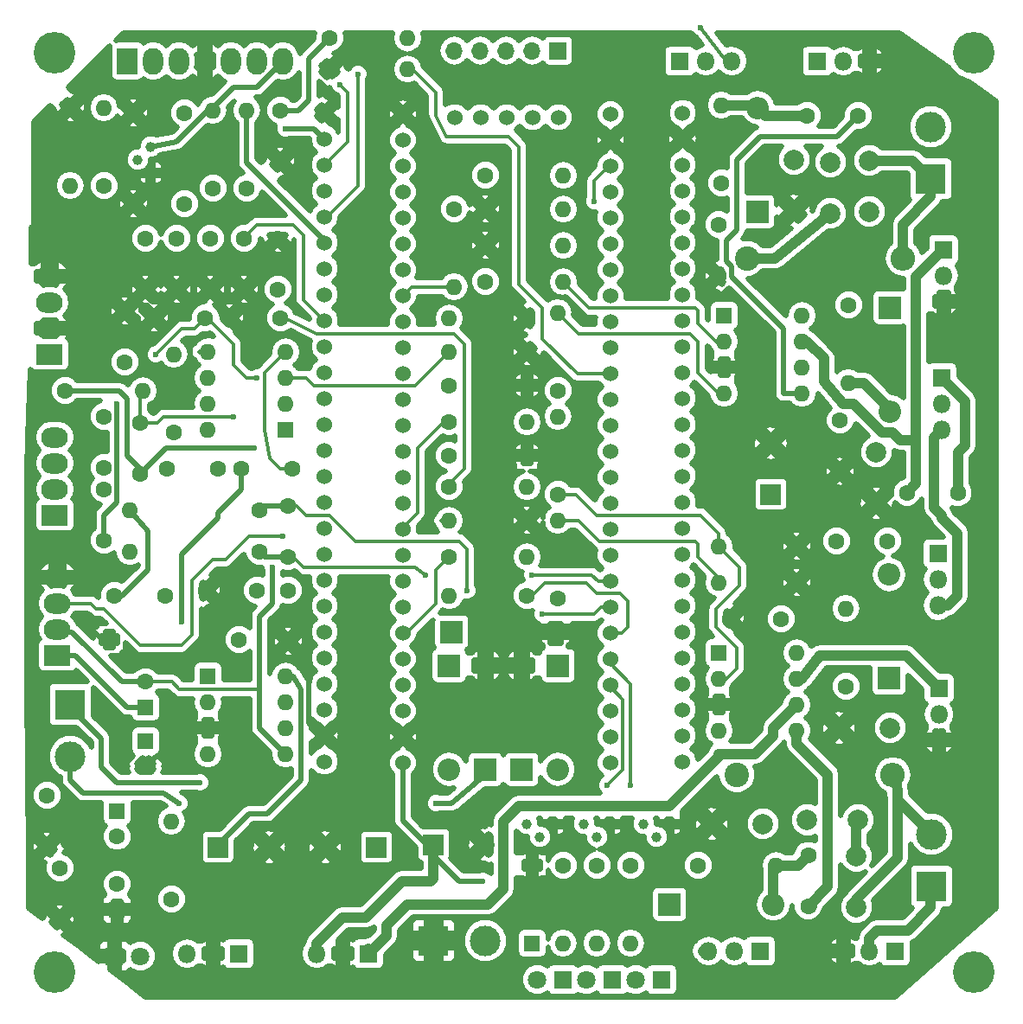
<source format=gbr>
G04 #@! TF.FileFunction,Copper,L1,Top,Signal*
%FSLAX46Y46*%
G04 Gerber Fmt 4.6, Leading zero omitted, Abs format (unit mm)*
G04 Created by KiCad (PCBNEW 4.0.7) date 05/25/18 16:16:18*
%MOMM*%
%LPD*%
G01*
G04 APERTURE LIST*
%ADD10C,0.100000*%
%ADD11C,1.600000*%
%ADD12O,1.600000X1.600000*%
%ADD13C,1.524000*%
%ADD14R,2.600000X2.000000*%
%ADD15O,2.600000X2.000000*%
%ADD16R,1.700000X1.700000*%
%ADD17O,1.700000X1.700000*%
%ADD18R,2.000000X2.000000*%
%ADD19C,2.000000*%
%ADD20R,1.600000X1.600000*%
%ADD21R,2.200000X2.200000*%
%ADD22O,2.200000X2.200000*%
%ADD23R,3.000000X3.000000*%
%ADD24C,3.000000*%
%ADD25C,2.400000*%
%ADD26O,2.400000X2.400000*%
%ADD27R,1.800000X1.800000*%
%ADD28O,1.800000X1.800000*%
%ADD29C,4.064000*%
%ADD30C,1.800000*%
%ADD31C,1.000000*%
%ADD32R,1.000000X1.000000*%
%ADD33R,2.000000X2.600000*%
%ADD34O,2.000000X2.600000*%
%ADD35C,0.600000*%
%ADD36C,0.500000*%
%ADD37C,0.350000*%
%ADD38C,1.000000*%
G04 APERTURE END LIST*
D10*
D11*
X68834000Y-63246000D03*
D12*
X68834000Y-55626000D03*
D11*
X72136000Y-55626000D03*
X72136000Y-60626000D03*
D13*
X84124800Y-63601600D03*
X84124800Y-55981600D03*
X84124800Y-58521600D03*
X84124800Y-61061600D03*
X84124800Y-66141600D03*
X84124800Y-68681600D03*
X84124800Y-71221600D03*
X84124800Y-73761600D03*
X84124800Y-76301600D03*
X84124800Y-78841600D03*
X84124800Y-81381600D03*
X84124800Y-83921600D03*
X84124800Y-86461600D03*
X84124800Y-89001600D03*
X84124800Y-91541600D03*
X84124800Y-94081600D03*
X84124800Y-96621600D03*
X84124800Y-99161600D03*
X84124800Y-101701600D03*
X84124800Y-104241600D03*
X84124800Y-106781600D03*
X84124800Y-109321600D03*
X84124800Y-111861600D03*
X84124800Y-114401600D03*
X84124800Y-116941600D03*
X84124800Y-119481600D03*
X104444800Y-119481600D03*
X104444800Y-116941600D03*
X104444800Y-114401600D03*
X104444800Y-111861600D03*
X104444800Y-109321600D03*
X104444800Y-106781600D03*
X104444800Y-104241600D03*
X104444800Y-101701600D03*
X104444800Y-99161600D03*
X104444800Y-96621600D03*
X104444800Y-94081600D03*
X104444800Y-91541600D03*
X104444800Y-89001600D03*
X104444800Y-86461600D03*
X104444800Y-83921600D03*
X104444800Y-81381600D03*
X104444800Y-78841600D03*
X104444800Y-76301600D03*
X104444800Y-73761600D03*
X104444800Y-71221600D03*
X104444800Y-68681600D03*
X104444800Y-66141600D03*
X104444800Y-63601600D03*
X104444800Y-61061600D03*
X104444800Y-58521600D03*
X104444800Y-55981600D03*
X99364800Y-56301600D03*
X96824800Y-56301600D03*
X94284800Y-56301600D03*
X91744800Y-56301600D03*
X89204800Y-56301600D03*
D11*
X51054000Y-83058000D03*
D12*
X58674000Y-83058000D03*
D14*
X50038000Y-95250000D03*
D15*
X50038000Y-92710000D03*
X50038000Y-90170000D03*
X50038000Y-87630000D03*
D11*
X88646000Y-92456000D03*
D12*
X96266000Y-92456000D03*
D11*
X64770000Y-75946000D03*
X59770000Y-75946000D03*
D16*
X99314000Y-49784000D03*
D17*
X96774000Y-49784000D03*
X94234000Y-49784000D03*
X91694000Y-49784000D03*
X89154000Y-49784000D03*
D13*
X76454000Y-63500000D03*
X76454000Y-55880000D03*
X76454000Y-58420000D03*
X76454000Y-60960000D03*
X76454000Y-66040000D03*
X76454000Y-68580000D03*
X76454000Y-71120000D03*
X76454000Y-73660000D03*
X76454000Y-76200000D03*
X76454000Y-78740000D03*
X76454000Y-81280000D03*
X76454000Y-83820000D03*
X76454000Y-86360000D03*
X76454000Y-88900000D03*
X76454000Y-91440000D03*
X76454000Y-93980000D03*
X76454000Y-96520000D03*
X76454000Y-99060000D03*
X76454000Y-101600000D03*
X76454000Y-104140000D03*
X76454000Y-106680000D03*
X76454000Y-109220000D03*
X76454000Y-111760000D03*
X76454000Y-114300000D03*
X76454000Y-116840000D03*
X76454000Y-119380000D03*
X111506000Y-111760000D03*
X111506000Y-119380000D03*
X111506000Y-116840000D03*
X111506000Y-114300000D03*
X111506000Y-109220000D03*
X111506000Y-106680000D03*
X111506000Y-104140000D03*
X111506000Y-101600000D03*
X111506000Y-99060000D03*
X111506000Y-96520000D03*
X111506000Y-93980000D03*
X111506000Y-91440000D03*
X111506000Y-88900000D03*
X111506000Y-86360000D03*
X111506000Y-83820000D03*
X111506000Y-81280000D03*
X111506000Y-78740000D03*
X111506000Y-76200000D03*
X111506000Y-73660000D03*
X111506000Y-71120000D03*
X111506000Y-68580000D03*
X111506000Y-66040000D03*
X111506000Y-63500000D03*
X111506000Y-60960000D03*
X111506000Y-58420000D03*
X111506000Y-55880000D03*
D18*
X81534000Y-127762000D03*
D19*
X76534000Y-127762000D03*
D18*
X66040000Y-127762000D03*
D19*
X71040000Y-127762000D03*
D20*
X58928000Y-114046000D03*
D11*
X58928000Y-111546000D03*
D20*
X58928000Y-117348000D03*
D11*
X58928000Y-119848000D03*
X126923800Y-85966300D03*
X126923800Y-90966300D03*
X121158000Y-105410000D03*
X116158000Y-105410000D03*
D19*
X122428000Y-60452000D03*
X122428000Y-65452000D03*
X130479800Y-89077800D03*
X130479800Y-94077800D03*
D11*
X123812300Y-128549400D03*
X123812300Y-133549400D03*
X123698000Y-56134000D03*
X128698000Y-56134000D03*
D19*
X119380000Y-125476000D03*
X114380000Y-125476000D03*
X131826000Y-116078000D03*
X126826000Y-116078000D03*
D11*
X131572000Y-97790000D03*
X126572000Y-97790000D03*
X138480800Y-93078300D03*
X133480800Y-93078300D03*
D19*
X128524000Y-128638300D03*
X128524000Y-133638300D03*
X129794000Y-65532000D03*
X129794000Y-60532000D03*
X128701800Y-125082300D03*
X123701800Y-125082300D03*
X125984000Y-60706000D03*
X125984000Y-65706000D03*
D21*
X110236000Y-133350000D03*
D22*
X120396000Y-133350000D03*
D21*
X118872000Y-65532000D03*
D22*
X118872000Y-55372000D03*
D21*
X131724400Y-111226600D03*
D22*
X131724400Y-101066600D03*
D21*
X131826000Y-74930000D03*
D22*
X131826000Y-85090000D03*
D23*
X87122000Y-136906000D03*
D24*
X92202000Y-136906000D03*
D23*
X135890000Y-131572000D03*
D24*
X135890000Y-126492000D03*
D23*
X135813800Y-62318900D03*
D24*
X135813800Y-57238900D03*
D11*
X113030000Y-129540000D03*
D12*
X120650000Y-129540000D03*
D11*
X115316000Y-62738000D03*
D12*
X115316000Y-55118000D03*
D11*
X127508000Y-112014000D03*
D12*
X127508000Y-104394000D03*
D11*
X127762000Y-74676000D03*
D12*
X127762000Y-82296000D03*
D25*
X116840000Y-120650000D03*
D26*
X132080000Y-120650000D03*
D25*
X117856000Y-70104000D03*
D26*
X133096000Y-70104000D03*
D20*
X65024000Y-110998000D03*
D12*
X72644000Y-118618000D03*
X65024000Y-113538000D03*
X72644000Y-116078000D03*
X65024000Y-116078000D03*
X72644000Y-113538000D03*
X65024000Y-118618000D03*
X72644000Y-110998000D03*
D20*
X115062000Y-108712000D03*
D12*
X122682000Y-116332000D03*
X115062000Y-111252000D03*
X122682000Y-113792000D03*
X115062000Y-113792000D03*
X122682000Y-111252000D03*
X115062000Y-116332000D03*
X122682000Y-108712000D03*
D20*
X115570000Y-75692000D03*
D12*
X123190000Y-83312000D03*
X115570000Y-78232000D03*
X123190000Y-80772000D03*
X115570000Y-80772000D03*
X123190000Y-78232000D03*
X115570000Y-83312000D03*
X123190000Y-75692000D03*
D18*
X87122000Y-127508000D03*
D19*
X92122000Y-127508000D03*
D27*
X68072000Y-138176000D03*
D28*
X65532000Y-138176000D03*
X62992000Y-138176000D03*
D27*
X80772000Y-138176000D03*
D28*
X78232000Y-138176000D03*
X75692000Y-138176000D03*
D27*
X119126000Y-137922000D03*
D28*
X116586000Y-137922000D03*
X114046000Y-137922000D03*
D27*
X132334000Y-137922000D03*
D28*
X129794000Y-137922000D03*
X127254000Y-137922000D03*
D27*
X111252000Y-50800000D03*
D28*
X113792000Y-50800000D03*
X116332000Y-50800000D03*
D27*
X124714000Y-50800000D03*
D28*
X127254000Y-50800000D03*
X129794000Y-50800000D03*
D27*
X136525000Y-99034600D03*
D28*
X136525000Y-101574600D03*
X136525000Y-104114600D03*
D27*
X136613900Y-112191800D03*
D28*
X136613900Y-114731800D03*
X136613900Y-117271800D03*
D27*
X136906000Y-81788000D03*
D28*
X136906000Y-84328000D03*
X136906000Y-86868000D03*
D27*
X137058400Y-69253100D03*
D28*
X137058400Y-71793100D03*
X137058400Y-74333100D03*
D11*
X49276000Y-122682000D03*
X49276000Y-127682000D03*
X50546000Y-129794000D03*
X50546000Y-134794000D03*
X72898000Y-99314000D03*
X72898000Y-94314000D03*
X72898000Y-102616000D03*
X72898000Y-107616000D03*
X56896000Y-80264000D03*
X56896000Y-75264000D03*
X69850000Y-102616000D03*
X64850000Y-102616000D03*
X68326000Y-90678000D03*
X73326000Y-90678000D03*
X58420000Y-91186000D03*
X58420000Y-86186000D03*
X66040000Y-90678000D03*
X61040000Y-90678000D03*
X72136000Y-75946000D03*
X67136000Y-75946000D03*
X71882000Y-73152000D03*
X71882000Y-68152000D03*
D21*
X88900000Y-106680000D03*
D22*
X99060000Y-106680000D03*
D21*
X99314000Y-109982000D03*
D22*
X99314000Y-120142000D03*
D21*
X95758000Y-120142000D03*
D22*
X95758000Y-109982000D03*
D21*
X88646000Y-109982000D03*
D22*
X88646000Y-120142000D03*
D21*
X92202000Y-120142000D03*
D22*
X92202000Y-109982000D03*
D23*
X51562000Y-113792000D03*
D24*
X51562000Y-118872000D03*
D14*
X50292000Y-108966000D03*
D15*
X50292000Y-106426000D03*
X50292000Y-103886000D03*
X50292000Y-101346000D03*
D11*
X96266000Y-103124000D03*
D12*
X88646000Y-103124000D03*
D11*
X96266000Y-75946000D03*
D12*
X88646000Y-75946000D03*
D11*
X96266000Y-95758000D03*
D12*
X88646000Y-95758000D03*
D11*
X96266000Y-79248000D03*
D12*
X88646000Y-79248000D03*
D11*
X88646000Y-99314000D03*
D12*
X96266000Y-99314000D03*
D11*
X88646000Y-82550000D03*
D12*
X96266000Y-82550000D03*
D11*
X88646000Y-89408000D03*
D12*
X96266000Y-89408000D03*
D11*
X61722000Y-87122000D03*
D12*
X61722000Y-79502000D03*
D11*
X88646000Y-86106000D03*
D12*
X96266000Y-86106000D03*
D20*
X72644000Y-86868000D03*
D12*
X65024000Y-79248000D03*
X72644000Y-84328000D03*
X65024000Y-81788000D03*
X72644000Y-81788000D03*
X65024000Y-84328000D03*
X72644000Y-79248000D03*
X65024000Y-86868000D03*
D11*
X68072000Y-107442000D03*
D12*
X55372000Y-107442000D03*
D11*
X70104000Y-98806000D03*
D12*
X57404000Y-98806000D03*
D11*
X70104000Y-94742000D03*
D12*
X57404000Y-94742000D03*
D18*
X120142000Y-93218000D03*
D19*
X120142000Y-88218000D03*
D11*
X115062000Y-66802000D03*
X115062000Y-71802000D03*
X99314000Y-93218000D03*
D12*
X99314000Y-85598000D03*
D11*
X92202000Y-72390000D03*
D12*
X99822000Y-72390000D03*
D11*
X99314000Y-83058000D03*
D12*
X99314000Y-75438000D03*
D11*
X122682000Y-98298000D03*
D12*
X115062000Y-98298000D03*
D11*
X92202000Y-68834000D03*
D12*
X99822000Y-68834000D03*
D11*
X99314000Y-103378000D03*
D12*
X99314000Y-95758000D03*
D11*
X122682000Y-101854000D03*
D12*
X115062000Y-101854000D03*
D11*
X92202000Y-65278000D03*
D12*
X99822000Y-65278000D03*
D29*
X50000000Y-50000000D03*
X50000000Y-140000000D03*
X140000000Y-50000000D03*
X140000000Y-140000000D03*
D20*
X56134000Y-124206000D03*
D11*
X56134000Y-126706000D03*
D20*
X56134000Y-133858000D03*
D11*
X56134000Y-131358000D03*
D27*
X99822000Y-140716000D03*
D30*
X97282000Y-140716000D03*
D11*
X99822000Y-129540000D03*
D12*
X99822000Y-137160000D03*
D31*
X97536000Y-126746000D03*
X96266000Y-125476000D03*
D32*
X98806000Y-125476000D03*
D27*
X104648000Y-140716000D03*
D30*
X102108000Y-140716000D03*
D27*
X109474000Y-140716000D03*
D30*
X106934000Y-140716000D03*
D31*
X103124000Y-126746000D03*
X101854000Y-125476000D03*
D32*
X104394000Y-125476000D03*
D31*
X108966000Y-126746000D03*
X107696000Y-125476000D03*
D32*
X110236000Y-125476000D03*
D11*
X103124000Y-129540000D03*
D12*
X103124000Y-137160000D03*
D11*
X106426000Y-129540000D03*
D12*
X106426000Y-137160000D03*
D27*
X55880000Y-138430000D03*
D30*
X58420000Y-138430000D03*
D11*
X61468000Y-132842000D03*
D12*
X61468000Y-125222000D03*
D11*
X55880000Y-103124000D03*
X60880000Y-103124000D03*
X76962000Y-48514000D03*
D12*
X84582000Y-48514000D03*
D11*
X76962000Y-51562000D03*
D12*
X84582000Y-51562000D03*
D20*
X96774000Y-137160000D03*
D12*
X96774000Y-129540000D03*
D11*
X65278000Y-73152000D03*
X65278000Y-68152000D03*
X68580000Y-73152000D03*
X68580000Y-68152000D03*
D14*
X49530000Y-79502000D03*
D15*
X49530000Y-76962000D03*
X49530000Y-74422000D03*
X49530000Y-71882000D03*
D11*
X89154000Y-65278000D03*
D12*
X89154000Y-72898000D03*
D11*
X92202000Y-61976000D03*
D12*
X99822000Y-61976000D03*
D11*
X58928000Y-73152000D03*
X58928000Y-68152000D03*
X61976000Y-73152000D03*
X61976000Y-68152000D03*
X54864000Y-85598000D03*
X54864000Y-90598000D03*
X54864000Y-92710000D03*
X54864000Y-97710000D03*
X62738000Y-64770000D03*
X57738000Y-64770000D03*
X62738000Y-55880000D03*
X57738000Y-55880000D03*
D31*
X58166000Y-60452000D03*
X59436000Y-59182000D03*
D32*
X59436000Y-61722000D03*
D11*
X65532000Y-63246000D03*
D12*
X65532000Y-55626000D03*
D11*
X51562000Y-55372000D03*
D12*
X51562000Y-62992000D03*
D11*
X54864000Y-62992000D03*
D12*
X54864000Y-55372000D03*
D33*
X57150000Y-50800000D03*
D34*
X59690000Y-50800000D03*
X62230000Y-50800000D03*
X64770000Y-50800000D03*
X67310000Y-50800000D03*
X69850000Y-50800000D03*
X72390000Y-50800000D03*
D35*
X113284000Y-47498000D03*
X52324000Y-105410000D03*
X62484000Y-105664000D03*
X71374000Y-100330000D03*
X91948000Y-131064000D03*
X87376000Y-123444000D03*
X62230000Y-123444000D03*
X96774000Y-101092000D03*
X86360000Y-101092000D03*
X97790000Y-104902000D03*
X90424000Y-102616000D03*
X56134000Y-84328000D03*
X59944000Y-79502000D03*
X69850000Y-81788000D03*
X67564000Y-85598000D03*
X69596000Y-88646000D03*
X72390000Y-97282000D03*
X64262000Y-121412000D03*
X79756000Y-52070000D03*
X77978000Y-53086000D03*
X72644000Y-57404000D03*
X102870000Y-64516000D03*
X106426000Y-121666000D03*
X104140000Y-121666000D03*
D36*
X99314000Y-56250800D02*
X99364800Y-56301600D01*
X96774000Y-56250800D02*
X96824800Y-56301600D01*
X94234000Y-56250800D02*
X94284800Y-56301600D01*
X91694000Y-56250800D02*
X91744800Y-56301600D01*
X89154000Y-56250800D02*
X89204800Y-56301600D01*
D37*
X116332000Y-50800000D02*
X115824000Y-50800000D01*
X115824000Y-50800000D02*
X113284000Y-47498000D01*
X116332000Y-50800000D02*
X116332000Y-51054000D01*
D36*
X116332000Y-50800000D02*
X116332000Y-50292000D01*
D38*
X113474500Y-137922000D02*
X114046000Y-137922000D01*
X136525000Y-104114600D02*
X137439400Y-104114600D01*
X136144000Y-87630000D02*
X136906000Y-86868000D01*
X136144000Y-94488000D02*
X136144000Y-87630000D01*
X136906000Y-95250000D02*
X136144000Y-94488000D01*
X136906000Y-95504000D02*
X136906000Y-95250000D01*
X138430000Y-97028000D02*
X136906000Y-95504000D01*
X138430000Y-103124000D02*
X138430000Y-97028000D01*
X137439400Y-104114600D02*
X138430000Y-103124000D01*
D37*
X59770000Y-75946000D02*
X59770000Y-76374000D01*
X59770000Y-75946000D02*
X59770000Y-76628000D01*
D36*
X65278000Y-73152000D02*
X65278000Y-72898000D01*
X76454000Y-116840000D02*
X76200000Y-116840000D01*
X76200000Y-116840000D02*
X74930000Y-115570000D01*
X74930000Y-115570000D02*
X74930000Y-109140000D01*
X74930000Y-109140000D02*
X72898000Y-107616000D01*
X55372000Y-107442000D02*
X54864000Y-107442000D01*
X54864000Y-107442000D02*
X52324000Y-105410000D01*
X65024000Y-116078000D02*
X63246000Y-116078000D01*
X59904000Y-118872000D02*
X58928000Y-119848000D01*
X60452000Y-118872000D02*
X59904000Y-118872000D01*
X63246000Y-116078000D02*
X60452000Y-118872000D01*
D38*
X93980000Y-131826000D02*
X92456000Y-133350000D01*
X95504000Y-123698000D02*
X110236000Y-123698000D01*
X110236000Y-123698000D02*
X115062000Y-118872000D01*
X115062000Y-118872000D02*
X115062000Y-118618000D01*
X118618000Y-118618000D02*
X120396000Y-116840000D01*
X120396000Y-116840000D02*
X120396000Y-116078000D01*
X120396000Y-116078000D02*
X122682000Y-113792000D01*
X115062000Y-118618000D02*
X118618000Y-118618000D01*
X93980000Y-131826000D02*
X93980000Y-125222000D01*
X93980000Y-125222000D02*
X95504000Y-123698000D01*
X92456000Y-133350000D02*
X84582000Y-133350000D01*
X84582000Y-133350000D02*
X82550000Y-135382000D01*
X82550000Y-135382000D02*
X82550000Y-136398000D01*
X82550000Y-136398000D02*
X80772000Y-138176000D01*
D36*
X66040000Y-127762000D02*
X66040000Y-127508000D01*
X66040000Y-127508000D02*
X69088000Y-124460000D01*
X74168000Y-112268000D02*
X74168000Y-121158000D01*
X73406000Y-110998000D02*
X74168000Y-112268000D01*
X70866000Y-124460000D02*
X74168000Y-121158000D01*
X69088000Y-124460000D02*
X70866000Y-124460000D01*
D38*
X80772000Y-138176000D02*
X80772000Y-137668000D01*
D36*
X58928000Y-114046000D02*
X57150000Y-114046000D01*
X52070000Y-108966000D02*
X50292000Y-108966000D01*
X57150000Y-114046000D02*
X52070000Y-108966000D01*
X68326000Y-92710000D02*
X68326000Y-90678000D01*
X66040000Y-94996000D02*
X68326000Y-92710000D01*
X66040000Y-95504000D02*
X66040000Y-94996000D01*
X62484000Y-99060000D02*
X66040000Y-95504000D01*
X62484000Y-105664000D02*
X62484000Y-99060000D01*
X72644000Y-110998000D02*
X73406000Y-110998000D01*
D38*
X122174000Y-114300000D02*
X122682000Y-113792000D01*
D37*
X58928000Y-111546000D02*
X61508000Y-111546000D01*
X62230000Y-112268000D02*
X70104000Y-112268000D01*
X61508000Y-111546000D02*
X62230000Y-112268000D01*
D36*
X70104000Y-112268000D02*
X70104000Y-105156000D01*
X71374000Y-103886000D02*
X71374000Y-100330000D01*
X70104000Y-105156000D02*
X71374000Y-103886000D01*
X72644000Y-118618000D02*
X70104000Y-116078000D01*
X70104000Y-116078000D02*
X70104000Y-112268000D01*
X58928000Y-111546000D02*
X56602000Y-111546000D01*
X51736000Y-106680000D02*
X50546000Y-106680000D01*
X56602000Y-111546000D02*
X51736000Y-106680000D01*
X50546000Y-106680000D02*
X50292000Y-106426000D01*
D37*
X70612000Y-86868000D02*
X71120000Y-89662000D01*
X72136000Y-90678000D02*
X73326000Y-90678000D01*
X71120000Y-89662000D02*
X72136000Y-90678000D01*
X70612000Y-86868000D02*
X70612000Y-81280000D01*
X70612000Y-81280000D02*
X72644000Y-79248000D01*
D38*
X120396000Y-133350000D02*
X120396000Y-129794000D01*
X120396000Y-129794000D02*
X120650000Y-129540000D01*
X120650000Y-129540000D02*
X122821700Y-129540000D01*
X122821700Y-129540000D02*
X123812300Y-128549400D01*
X123812300Y-133549400D02*
X124151400Y-133549400D01*
X122682000Y-116332000D02*
X122682000Y-117602000D01*
X125730000Y-131631700D02*
X123812300Y-133549400D01*
X125730000Y-120650000D02*
X125730000Y-131631700D01*
X122682000Y-117602000D02*
X125730000Y-120650000D01*
X123698000Y-56134000D02*
X119634000Y-56134000D01*
X119634000Y-56134000D02*
X118872000Y-55372000D01*
X115316000Y-55118000D02*
X118618000Y-55118000D01*
X118618000Y-55118000D02*
X118872000Y-55372000D01*
D36*
X121412000Y-83312000D02*
X121412000Y-76962000D01*
X121412000Y-76962000D02*
X116332000Y-71882000D01*
X126666000Y-58166000D02*
X128698000Y-56134000D01*
X119126000Y-58166000D02*
X126666000Y-58166000D01*
X116840000Y-60452000D02*
X119126000Y-58166000D01*
X116840000Y-67310000D02*
X116840000Y-60452000D01*
X115824000Y-68326000D02*
X116840000Y-67310000D01*
X115824000Y-70358000D02*
X115824000Y-68326000D01*
X116332000Y-70866000D02*
X115824000Y-70358000D01*
X116332000Y-71882000D02*
X116332000Y-70866000D01*
X121412000Y-83312000D02*
X123190000Y-83312000D01*
D38*
X131711700Y-101079300D02*
X131724400Y-101066600D01*
X122682000Y-111252000D02*
X123190000Y-111252000D01*
X123190000Y-111252000D02*
X124968000Y-108966000D01*
X133388100Y-108966000D02*
X136613900Y-112191800D01*
X124968000Y-108966000D02*
X133388100Y-108966000D01*
X127762000Y-82296000D02*
X129286000Y-82296000D01*
X129286000Y-82296000D02*
X131826000Y-84836000D01*
X131826000Y-84836000D02*
X131826000Y-85090000D01*
X138480800Y-93078300D02*
X138480800Y-89103200D01*
X139192000Y-84074000D02*
X136906000Y-81788000D01*
X139192000Y-88392000D02*
X139192000Y-84074000D01*
X138480800Y-89103200D02*
X139192000Y-88392000D01*
X125349000Y-79883000D02*
X125349000Y-82169000D01*
X125349000Y-82169000D02*
X127254000Y-84328000D01*
X125349000Y-79883000D02*
X123698000Y-78232000D01*
X123698000Y-78232000D02*
X123190000Y-78232000D01*
X134366000Y-87884000D02*
X132842000Y-87884000D01*
X132842000Y-87884000D02*
X132080000Y-87122000D01*
X132080000Y-87122000D02*
X131064000Y-87122000D01*
X131064000Y-87122000D02*
X128270000Y-84328000D01*
X128270000Y-84328000D02*
X127254000Y-84328000D01*
X137058400Y-69253100D02*
X136994900Y-69253100D01*
X136994900Y-69253100D02*
X134366000Y-71882000D01*
X134366000Y-71882000D02*
X134366000Y-87884000D01*
X134366000Y-87884000D02*
X134366000Y-92193100D01*
X134366000Y-92193100D02*
X133480800Y-93078300D01*
X128524000Y-128638300D02*
X128524000Y-125260100D01*
X128524000Y-125260100D02*
X128701800Y-125082300D01*
X128524000Y-133638300D02*
X128524000Y-132842000D01*
X128524000Y-132842000D02*
X132588000Y-128778000D01*
X132588000Y-128778000D02*
X132588000Y-123101100D01*
X132080000Y-120650000D02*
X132486400Y-120650000D01*
X132486400Y-120650000D02*
X132588000Y-123101100D01*
X132588000Y-123101100D02*
X135813800Y-126326900D01*
X133096000Y-70104000D02*
X133096000Y-66802000D01*
X135813800Y-64084200D02*
X135813800Y-62318900D01*
X133096000Y-66802000D02*
X135813800Y-64084200D01*
X129794000Y-60532000D02*
X134026900Y-60532000D01*
X134026900Y-60532000D02*
X135813800Y-62318900D01*
X117856000Y-70104000D02*
X120570000Y-70104000D01*
X120570000Y-70104000D02*
X125984000Y-65706000D01*
D36*
X87122000Y-127508000D02*
X87122000Y-128524000D01*
X89662000Y-131064000D02*
X91948000Y-131064000D01*
X87122000Y-128524000D02*
X89662000Y-131064000D01*
D38*
X75692000Y-138176000D02*
X75692000Y-137160000D01*
X87122000Y-130810000D02*
X87122000Y-127508000D01*
X86868000Y-131064000D02*
X87122000Y-130810000D01*
X84074000Y-131064000D02*
X86868000Y-131064000D01*
X80518000Y-134620000D02*
X84074000Y-131064000D01*
X78232000Y-134620000D02*
X80518000Y-134620000D01*
X75692000Y-137160000D02*
X78232000Y-134620000D01*
D36*
X84124800Y-119481600D02*
X84124800Y-125171200D01*
X84124800Y-125171200D02*
X86461600Y-127508000D01*
X86461600Y-127508000D02*
X87122000Y-127508000D01*
X75692000Y-138176000D02*
X75692000Y-138684000D01*
X92202000Y-120142000D02*
X92202000Y-120650000D01*
X92202000Y-120650000D02*
X88900000Y-123444000D01*
X88900000Y-123444000D02*
X87376000Y-123444000D01*
X62230000Y-123444000D02*
X60706000Y-122428000D01*
X60706000Y-122428000D02*
X52832000Y-122428000D01*
X52832000Y-122428000D02*
X51562000Y-121158000D01*
X51562000Y-121158000D02*
X51562000Y-118872000D01*
D37*
X72898000Y-99314000D02*
X73406000Y-99314000D01*
X73406000Y-99314000D02*
X74422000Y-100330000D01*
X103225600Y-101701600D02*
X104444800Y-101701600D01*
X102616000Y-101092000D02*
X103225600Y-101701600D01*
X96774000Y-101092000D02*
X102616000Y-101092000D01*
X85344000Y-100330000D02*
X86360000Y-101092000D01*
X74422000Y-100330000D02*
X85344000Y-100330000D01*
D36*
X72898000Y-99314000D02*
X70612000Y-99314000D01*
X70612000Y-99314000D02*
X70104000Y-98806000D01*
D37*
X72898000Y-94314000D02*
X73740000Y-94314000D01*
X103530400Y-104241600D02*
X104444800Y-104241600D01*
X102870000Y-104902000D02*
X103530400Y-104241600D01*
X97790000Y-104902000D02*
X102870000Y-104902000D01*
X90424000Y-98552000D02*
X90424000Y-102616000D01*
X89662000Y-97790000D02*
X90424000Y-98552000D01*
X79502000Y-97790000D02*
X89662000Y-97790000D01*
X76962000Y-95250000D02*
X79502000Y-97790000D01*
X74676000Y-95250000D02*
X76962000Y-95250000D01*
X73740000Y-94314000D02*
X74676000Y-95250000D01*
D36*
X72898000Y-94314000D02*
X70532000Y-94314000D01*
X70532000Y-94314000D02*
X70104000Y-94742000D01*
D37*
X96266000Y-103124000D02*
X96774000Y-103124000D01*
X96774000Y-103124000D02*
X98044000Y-101854000D01*
X105562400Y-106781600D02*
X104444800Y-106781600D01*
X106172000Y-106172000D02*
X105562400Y-106781600D01*
X106172000Y-103632000D02*
X106172000Y-106172000D01*
X105410000Y-102870000D02*
X106172000Y-103632000D01*
X103124000Y-102870000D02*
X105410000Y-102870000D01*
X102108000Y-101854000D02*
X103124000Y-102870000D01*
X98044000Y-101854000D02*
X102108000Y-101854000D01*
X73152000Y-102870000D02*
X72644000Y-102362000D01*
D36*
X54864000Y-97710000D02*
X54864000Y-95250000D01*
X56134000Y-93980000D02*
X56134000Y-84328000D01*
X54864000Y-95250000D02*
X56134000Y-93980000D01*
X65024000Y-79248000D02*
X64262000Y-79248000D01*
D37*
X65024000Y-79248000D02*
X65278000Y-79248000D01*
X63754000Y-76962000D02*
X64770000Y-75946000D01*
X62484000Y-76962000D02*
X63754000Y-76962000D01*
X59944000Y-79502000D02*
X62484000Y-76962000D01*
X64770000Y-75946000D02*
X65532000Y-76454000D01*
X68834000Y-81788000D02*
X69850000Y-81788000D01*
X67564000Y-80518000D02*
X68834000Y-81788000D01*
X67564000Y-78486000D02*
X67564000Y-80518000D01*
X65532000Y-76454000D02*
X67564000Y-78486000D01*
D36*
X64516000Y-76200000D02*
X64770000Y-75946000D01*
D37*
X72644000Y-81788000D02*
X74676000Y-81788000D01*
X74676000Y-81788000D02*
X75438000Y-82550000D01*
X75438000Y-82550000D02*
X85344000Y-82550000D01*
X85344000Y-82550000D02*
X88646000Y-79248000D01*
D36*
X50038000Y-90170000D02*
X50546000Y-90170000D01*
D37*
X58420000Y-86186000D02*
X58420000Y-83312000D01*
X58420000Y-83312000D02*
X58674000Y-83058000D01*
X60118000Y-86186000D02*
X58420000Y-86186000D01*
X60706000Y-85598000D02*
X60118000Y-86186000D01*
X67564000Y-85598000D02*
X60706000Y-85598000D01*
X84124800Y-106781600D02*
X84480400Y-106781600D01*
X84480400Y-106781600D02*
X87376000Y-103886000D01*
X87376000Y-100584000D02*
X88646000Y-99314000D01*
X87376000Y-103886000D02*
X87376000Y-100584000D01*
X69850000Y-102616000D02*
X69850000Y-102108000D01*
D36*
X58420000Y-91186000D02*
X58420000Y-90678000D01*
X58420000Y-90678000D02*
X57150000Y-89408000D01*
X56388000Y-83058000D02*
X51054000Y-83058000D01*
X57150000Y-83820000D02*
X56388000Y-83058000D01*
X57150000Y-89408000D02*
X57150000Y-83820000D01*
X69596000Y-88646000D02*
X60960000Y-88646000D01*
X60960000Y-88646000D02*
X58420000Y-91186000D01*
D37*
X84124800Y-96621600D02*
X84124800Y-96469200D01*
X84124800Y-96469200D02*
X85598000Y-94996000D01*
X85598000Y-94996000D02*
X85598000Y-88646000D01*
X88138000Y-86106000D02*
X85598000Y-88646000D01*
X88646000Y-86106000D02*
X88138000Y-86106000D01*
X84124800Y-96621600D02*
X84480400Y-96621600D01*
X84124800Y-94081600D02*
X84480400Y-94081600D01*
X88646000Y-92456000D02*
X88646000Y-92202000D01*
X88646000Y-92202000D02*
X90170000Y-90678000D01*
X90170000Y-90678000D02*
X90170000Y-78486000D01*
X90170000Y-78486000D02*
X89154000Y-77470000D01*
X89154000Y-77470000D02*
X75692000Y-77470000D01*
X75692000Y-77470000D02*
X72644000Y-75946000D01*
X72644000Y-75946000D02*
X72136000Y-75946000D01*
X72136000Y-75946000D02*
X72390000Y-75946000D01*
X88646000Y-106426000D02*
X88900000Y-106680000D01*
X88900000Y-106680000D02*
X88646000Y-106680000D01*
X58420000Y-107950000D02*
X54864000Y-104394000D01*
X62484000Y-107950000D02*
X58420000Y-107950000D01*
X63500000Y-106934000D02*
X62484000Y-107950000D01*
X63500000Y-101600000D02*
X63500000Y-106934000D01*
X65532000Y-99568000D02*
X63500000Y-101600000D01*
X66802000Y-99568000D02*
X65532000Y-99568000D01*
X69088000Y-97282000D02*
X66802000Y-99568000D01*
X54102000Y-104394000D02*
X53594000Y-103886000D01*
X53594000Y-103886000D02*
X50292000Y-103886000D01*
X54864000Y-104394000D02*
X54102000Y-104394000D01*
X72390000Y-97282000D02*
X69088000Y-97282000D01*
X88646000Y-95758000D02*
X87884000Y-95758000D01*
X51054000Y-104648000D02*
X50292000Y-103886000D01*
D36*
X55880000Y-103124000D02*
X56642000Y-103124000D01*
X56642000Y-103124000D02*
X59182000Y-100584000D01*
X59182000Y-96774000D02*
X57404000Y-94742000D01*
X59182000Y-100584000D02*
X59182000Y-96774000D01*
X51562000Y-113792000D02*
X51562000Y-114046000D01*
X51562000Y-114046000D02*
X54610000Y-117094000D01*
X56134000Y-121412000D02*
X64262000Y-121412000D01*
X54610000Y-119888000D02*
X56134000Y-121412000D01*
X54610000Y-117094000D02*
X54610000Y-119888000D01*
D37*
X115062000Y-111252000D02*
X115824000Y-111252000D01*
X115824000Y-111252000D02*
X116840000Y-110236000D01*
X116840000Y-110236000D02*
X116840000Y-108204000D01*
X116840000Y-108204000D02*
X114808000Y-106172000D01*
X114808000Y-106172000D02*
X114808000Y-104394000D01*
X114808000Y-104394000D02*
X117094000Y-102108000D01*
X117094000Y-102108000D02*
X117094000Y-100330000D01*
X117094000Y-100330000D02*
X115062000Y-98298000D01*
X115062000Y-98298000D02*
X115062000Y-97028000D01*
X101092000Y-93218000D02*
X99314000Y-93218000D01*
X103124000Y-95250000D02*
X101092000Y-93218000D01*
X113284000Y-95250000D02*
X103124000Y-95250000D01*
X115062000Y-97028000D02*
X113284000Y-95250000D01*
X115570000Y-78232000D02*
X114808000Y-78232000D01*
X114808000Y-78232000D02*
X113030000Y-76454000D01*
X113030000Y-76454000D02*
X113030000Y-75184000D01*
X113030000Y-75184000D02*
X112776000Y-74930000D01*
X112776000Y-74930000D02*
X102362000Y-74930000D01*
X102362000Y-74930000D02*
X99822000Y-72390000D01*
X115570000Y-83312000D02*
X115062000Y-83312000D01*
X115062000Y-83312000D02*
X113030000Y-81280000D01*
X113030000Y-81280000D02*
X113030000Y-78232000D01*
X113030000Y-78232000D02*
X112268000Y-77470000D01*
X112268000Y-77470000D02*
X101346000Y-77470000D01*
X101346000Y-77470000D02*
X99314000Y-75438000D01*
X115062000Y-101854000D02*
X115062000Y-101346000D01*
X115062000Y-101346000D02*
X113030000Y-99314000D01*
X113030000Y-99314000D02*
X113030000Y-98044000D01*
X113030000Y-98044000D02*
X112776000Y-97790000D01*
X112776000Y-97790000D02*
X103378000Y-97790000D01*
X103378000Y-97790000D02*
X101346000Y-95758000D01*
X101346000Y-95758000D02*
X99314000Y-95758000D01*
D38*
X129794000Y-137922000D02*
X129794000Y-136652000D01*
X129794000Y-136652000D02*
X130556000Y-135890000D01*
X135813800Y-133680200D02*
X135813800Y-131406900D01*
X130556000Y-135890000D02*
X133604000Y-135890000D01*
X133604000Y-135890000D02*
X135813800Y-133680200D01*
D36*
X72136000Y-55626000D02*
X73914000Y-55626000D01*
X74930000Y-50546000D02*
X76962000Y-48514000D01*
X74930000Y-54610000D02*
X74930000Y-50546000D01*
X73914000Y-55626000D02*
X74930000Y-54610000D01*
D37*
X85090000Y-51562000D02*
X87376000Y-53848000D01*
X95504000Y-72644000D02*
X97790000Y-74930000D01*
X95504000Y-59182000D02*
X95504000Y-72644000D01*
X97790000Y-77978000D02*
X101193600Y-81381600D01*
X101193600Y-81381600D02*
X104444800Y-81381600D01*
X97790000Y-74930000D02*
X97790000Y-77978000D01*
X94488000Y-58166000D02*
X95504000Y-59182000D01*
X88392000Y-58166000D02*
X94488000Y-58166000D01*
X87376000Y-56134000D02*
X88392000Y-58166000D01*
X87376000Y-53848000D02*
X87376000Y-56134000D01*
X76454000Y-49022000D02*
X76962000Y-48514000D01*
X84582000Y-51562000D02*
X85090000Y-51562000D01*
D36*
X68834000Y-55626000D02*
X68834000Y-60706000D01*
X68834000Y-60706000D02*
X76454000Y-68326000D01*
X76454000Y-68326000D02*
X76454000Y-68580000D01*
X76454000Y-68326000D02*
X76454000Y-68580000D01*
X76454000Y-68580000D02*
X76200000Y-68580000D01*
D37*
X79756000Y-52070000D02*
X79756000Y-62992000D01*
X79756000Y-62992000D02*
X76708000Y-66040000D01*
X76708000Y-66040000D02*
X76454000Y-66040000D01*
X77978000Y-53086000D02*
X78740000Y-53848000D01*
X78740000Y-53848000D02*
X78740000Y-58674000D01*
X78740000Y-58674000D02*
X76454000Y-60960000D01*
D36*
X75438000Y-57404000D02*
X76454000Y-58420000D01*
X72644000Y-57404000D02*
X75438000Y-57404000D01*
D37*
X76200000Y-58674000D02*
X76454000Y-58420000D01*
X89154000Y-72898000D02*
X84988400Y-72898000D01*
X84988400Y-72898000D02*
X84124800Y-73761600D01*
X61548000Y-68152000D02*
X61976000Y-68152000D01*
X68580000Y-68152000D02*
X68580000Y-68072000D01*
X68580000Y-68072000D02*
X69850000Y-66802000D01*
X74422000Y-74168000D02*
X76454000Y-76200000D01*
X74422000Y-67818000D02*
X74422000Y-74168000D01*
X73406000Y-66802000D02*
X74422000Y-67818000D01*
X69850000Y-66802000D02*
X73406000Y-66802000D01*
X76454000Y-76200000D02*
X76454000Y-75946000D01*
X68580000Y-67564000D02*
X68580000Y-68152000D01*
X104444800Y-73761600D02*
X104444800Y-73710800D01*
X102870000Y-62484000D02*
X104292400Y-61061600D01*
X102870000Y-64516000D02*
X102870000Y-62484000D01*
X104292400Y-61061600D02*
X104444800Y-61061600D01*
X104444800Y-109321600D02*
X104444800Y-109778800D01*
X104444800Y-109778800D02*
X106426000Y-111760000D01*
X106426000Y-111760000D02*
X106426000Y-121666000D01*
X104444800Y-111861600D02*
X104444800Y-112064800D01*
X104444800Y-112064800D02*
X105664000Y-113284000D01*
X105664000Y-120142000D02*
X104140000Y-121666000D01*
X105664000Y-113284000D02*
X105664000Y-120142000D01*
X104292400Y-78994000D02*
X104444800Y-78841600D01*
D36*
X84124800Y-71069200D02*
X84124800Y-71221600D01*
X65532000Y-55626000D02*
X65024000Y-55626000D01*
X65024000Y-55626000D02*
X61976000Y-58674000D01*
X61976000Y-58674000D02*
X59436000Y-59182000D01*
X65532000Y-55626000D02*
X65532000Y-55372000D01*
X65532000Y-55372000D02*
X67564000Y-53340000D01*
X69850000Y-53340000D02*
X72390000Y-50800000D01*
X67564000Y-53340000D02*
X69850000Y-53340000D01*
G36*
X75412270Y-48204333D02*
X75411881Y-48649905D01*
X74222893Y-49838893D01*
X74063836Y-50076938D01*
X74006789Y-49790142D01*
X73627437Y-49222401D01*
X73059696Y-48843049D01*
X72390000Y-48709838D01*
X71720304Y-48843049D01*
X71152563Y-49222401D01*
X71120000Y-49271135D01*
X71087437Y-49222401D01*
X70519696Y-48843049D01*
X69850000Y-48709838D01*
X69180304Y-48843049D01*
X68612563Y-49222401D01*
X68580000Y-49271135D01*
X68547437Y-49222401D01*
X67979696Y-48843049D01*
X67310000Y-48709838D01*
X66640304Y-48843049D01*
X66072563Y-49222401D01*
X66016319Y-49306576D01*
X65527498Y-48913570D01*
X65270000Y-49013328D01*
X65270000Y-50150000D01*
X65621631Y-50150000D01*
X65560000Y-50459838D01*
X65560000Y-51140162D01*
X65621631Y-51450000D01*
X65270000Y-51450000D01*
X65270000Y-52586672D01*
X65527498Y-52686430D01*
X66016319Y-52293424D01*
X66072563Y-52377599D01*
X66640304Y-52756951D01*
X66717483Y-52772303D01*
X65422339Y-54067447D01*
X64938841Y-54163621D01*
X64435984Y-54499618D01*
X64099987Y-55002475D01*
X64084561Y-55080029D01*
X64052792Y-55003143D01*
X63617151Y-54566740D01*
X63047667Y-54330270D01*
X62431039Y-54329732D01*
X61861143Y-54565208D01*
X61424740Y-55000849D01*
X61188270Y-55570333D01*
X61187732Y-56186961D01*
X61423208Y-56756857D01*
X61858849Y-57193260D01*
X61988634Y-57247152D01*
X61482988Y-57752798D01*
X59978355Y-58053725D01*
X59685731Y-57932217D01*
X59188450Y-57931783D01*
X58728857Y-58121684D01*
X58376919Y-58473007D01*
X58186217Y-58932269D01*
X58185982Y-59202016D01*
X57918450Y-59201783D01*
X57458857Y-59391684D01*
X57106919Y-59743007D01*
X56916217Y-60202269D01*
X56915783Y-60699550D01*
X57105684Y-61159143D01*
X57457007Y-61511081D01*
X57916269Y-61701783D01*
X58413550Y-61702217D01*
X58873143Y-61512316D01*
X58913530Y-61472000D01*
X59186000Y-61472000D01*
X59186000Y-61200006D01*
X59225081Y-61160993D01*
X59415783Y-60701731D01*
X59415825Y-60653500D01*
X59686000Y-60653500D01*
X59686000Y-61472000D01*
X60504500Y-61472000D01*
X60694000Y-61282500D01*
X60694000Y-61071225D01*
X60578602Y-60792628D01*
X60365373Y-60579399D01*
X60086776Y-60464000D01*
X59875500Y-60464000D01*
X59686000Y-60653500D01*
X59415825Y-60653500D01*
X59416018Y-60431984D01*
X59683550Y-60432217D01*
X60143143Y-60242316D01*
X60371066Y-60014791D01*
X62172116Y-59654581D01*
X62262592Y-59616994D01*
X62358684Y-59597880D01*
X62441007Y-59542873D01*
X62532439Y-59504889D01*
X62601644Y-59435539D01*
X62683107Y-59381107D01*
X64969697Y-57094517D01*
X65532000Y-57206366D01*
X66125159Y-57088379D01*
X66628016Y-56752382D01*
X66964013Y-56249525D01*
X67082000Y-55656366D01*
X67082000Y-55595634D01*
X67022368Y-55295846D01*
X67575660Y-54742554D01*
X67401987Y-55002475D01*
X67284000Y-55595634D01*
X67284000Y-55656366D01*
X67401987Y-56249525D01*
X67737984Y-56752382D01*
X67834000Y-56816538D01*
X67834000Y-60706000D01*
X67910120Y-61088684D01*
X68126893Y-61413107D01*
X68443879Y-61730093D01*
X67957143Y-61931208D01*
X67520740Y-62366849D01*
X67284270Y-62936333D01*
X67283732Y-63552961D01*
X67519208Y-64122857D01*
X67954849Y-64559260D01*
X68524333Y-64795730D01*
X69140961Y-64796268D01*
X69710857Y-64560792D01*
X70147260Y-64125151D01*
X70350201Y-63636415D01*
X72590786Y-65877000D01*
X69850000Y-65877000D01*
X69496017Y-65947411D01*
X69195926Y-66147926D01*
X68741711Y-66602141D01*
X68273039Y-66601732D01*
X67703143Y-66837208D01*
X67266740Y-67272849D01*
X67030270Y-67842333D01*
X67029732Y-68458961D01*
X67265208Y-69028857D01*
X67700849Y-69465260D01*
X68270333Y-69701730D01*
X68886961Y-69702268D01*
X69456857Y-69466792D01*
X69540990Y-69382805D01*
X71216881Y-69382805D01*
X71301983Y-69630846D01*
X71912064Y-69740239D01*
X72462017Y-69630846D01*
X72547119Y-69382805D01*
X71882000Y-68717685D01*
X71216881Y-69382805D01*
X69540990Y-69382805D01*
X69893260Y-69031151D01*
X70129730Y-68461667D01*
X70129986Y-68167756D01*
X70330874Y-68368643D01*
X70403154Y-68732017D01*
X70651195Y-68817119D01*
X71316315Y-68152000D01*
X71033472Y-67869157D01*
X71175629Y-67727000D01*
X72588371Y-67727000D01*
X72730528Y-67869157D01*
X72447685Y-68152000D01*
X73112805Y-68817119D01*
X73360846Y-68732017D01*
X73424446Y-68377323D01*
X73497000Y-68304769D01*
X73497000Y-74168000D01*
X73567411Y-74521983D01*
X73767926Y-74822074D01*
X74942177Y-75996325D01*
X74942121Y-76060879D01*
X73578942Y-75379289D01*
X73450792Y-75069143D01*
X73015151Y-74632740D01*
X72687003Y-74496481D01*
X72758857Y-74466792D01*
X73195260Y-74031151D01*
X73431730Y-73461667D01*
X73432268Y-72845039D01*
X73196792Y-72275143D01*
X72761151Y-71838740D01*
X72191667Y-71602270D01*
X71575039Y-71601732D01*
X71005143Y-71837208D01*
X70568740Y-72272849D01*
X70332270Y-72842333D01*
X70331732Y-73458961D01*
X70567208Y-74028857D01*
X71002849Y-74465260D01*
X71330997Y-74601519D01*
X71259143Y-74631208D01*
X70822740Y-75066849D01*
X70586270Y-75636333D01*
X70585732Y-76252961D01*
X70821208Y-76822857D01*
X71256849Y-77259260D01*
X71826333Y-77495730D01*
X72442961Y-77496268D01*
X73012857Y-77260792D01*
X73077053Y-77196708D01*
X75048378Y-78182370D01*
X74942263Y-78437925D01*
X74941738Y-79039436D01*
X75171441Y-79595360D01*
X75585708Y-80010351D01*
X75172936Y-80422402D01*
X74966029Y-80920690D01*
X74676000Y-80863000D01*
X73884651Y-80863000D01*
X73770382Y-80691984D01*
X73509996Y-80518000D01*
X73770382Y-80344016D01*
X74106379Y-79841159D01*
X74224366Y-79248000D01*
X74106379Y-78654841D01*
X73770382Y-78151984D01*
X73267525Y-77815987D01*
X72674366Y-77698000D01*
X72613634Y-77698000D01*
X72020475Y-77815987D01*
X71517618Y-78151984D01*
X71181621Y-78654841D01*
X71063634Y-79248000D01*
X71108798Y-79475054D01*
X69957926Y-80625926D01*
X69883022Y-80738028D01*
X69642058Y-80737818D01*
X69339095Y-80863000D01*
X69217148Y-80863000D01*
X68489000Y-80134852D01*
X68489000Y-78486000D01*
X68456800Y-78324120D01*
X68418589Y-78132017D01*
X68218074Y-77831926D01*
X67740279Y-77354131D01*
X67801119Y-77176805D01*
X67136000Y-76511685D01*
X67016917Y-76630769D01*
X66451231Y-76065083D01*
X66570315Y-75946000D01*
X67701685Y-75946000D01*
X68366805Y-76611119D01*
X68614846Y-76526017D01*
X68724239Y-75915936D01*
X68614846Y-75365983D01*
X68366805Y-75280881D01*
X67701685Y-75946000D01*
X66570315Y-75946000D01*
X66320218Y-75695904D01*
X66320268Y-75639039D01*
X66084792Y-75069143D01*
X65731462Y-74715195D01*
X66470881Y-74715195D01*
X67136000Y-75380315D01*
X67801119Y-74715195D01*
X67716017Y-74467154D01*
X67245606Y-74382805D01*
X67914881Y-74382805D01*
X67999983Y-74630846D01*
X68610064Y-74740239D01*
X69160017Y-74630846D01*
X69245119Y-74382805D01*
X68580000Y-73717685D01*
X67914881Y-74382805D01*
X67245606Y-74382805D01*
X67105936Y-74357761D01*
X66555983Y-74467154D01*
X66470881Y-74715195D01*
X65731462Y-74715195D01*
X65682176Y-74665823D01*
X65858017Y-74630846D01*
X65943119Y-74382805D01*
X65278000Y-73717685D01*
X64612881Y-74382805D01*
X64617362Y-74395867D01*
X64463039Y-74395732D01*
X63893143Y-74631208D01*
X63456740Y-75066849D01*
X63220270Y-75636333D01*
X63219920Y-76037000D01*
X62484000Y-76037000D01*
X62130018Y-76107411D01*
X61829926Y-76307926D01*
X61829924Y-76307929D01*
X59650811Y-78487042D01*
X59350000Y-78611334D01*
X59054372Y-78906446D01*
X58894182Y-79292226D01*
X58893818Y-79709942D01*
X59053334Y-80096000D01*
X59348446Y-80391628D01*
X59734226Y-80551818D01*
X60151942Y-80552182D01*
X60483524Y-80415175D01*
X60625984Y-80628382D01*
X61128841Y-80964379D01*
X61722000Y-81082366D01*
X62315159Y-80964379D01*
X62818016Y-80628382D01*
X63154013Y-80125525D01*
X63272000Y-79532366D01*
X63272000Y-79471634D01*
X63154013Y-78878475D01*
X62818016Y-78375618D01*
X62554563Y-78199585D01*
X62867147Y-77887000D01*
X63754000Y-77887000D01*
X64107983Y-77816589D01*
X64408074Y-77616074D01*
X64528359Y-77495789D01*
X65076961Y-77496268D01*
X65210813Y-77440961D01*
X65570522Y-77800670D01*
X65054366Y-77698000D01*
X64993634Y-77698000D01*
X64400475Y-77815987D01*
X63897618Y-78151984D01*
X63704594Y-78440866D01*
X63554893Y-78540893D01*
X63338120Y-78865317D01*
X63262000Y-79248000D01*
X63338120Y-79630683D01*
X63554893Y-79955107D01*
X63704594Y-80055134D01*
X63897618Y-80344016D01*
X64158004Y-80518000D01*
X63897618Y-80691984D01*
X63561621Y-81194841D01*
X63443634Y-81788000D01*
X63561621Y-82381159D01*
X63897618Y-82884016D01*
X64158004Y-83058000D01*
X63897618Y-83231984D01*
X63561621Y-83734841D01*
X63443634Y-84328000D01*
X63512259Y-84673000D01*
X60706005Y-84673000D01*
X60706000Y-84672999D01*
X60352018Y-84743411D01*
X60051926Y-84943926D01*
X60051924Y-84943929D01*
X59734852Y-85261000D01*
X59686733Y-85261000D01*
X59345000Y-84918669D01*
X59345000Y-84458291D01*
X59800382Y-84154016D01*
X60136379Y-83651159D01*
X60254366Y-83058000D01*
X60136379Y-82464841D01*
X59800382Y-81961984D01*
X59297525Y-81625987D01*
X58704366Y-81508000D01*
X58643634Y-81508000D01*
X58050475Y-81625987D01*
X57547618Y-81961984D01*
X57211621Y-82464841D01*
X57211195Y-82466981D01*
X57095107Y-82350893D01*
X56770684Y-82134120D01*
X56388000Y-82058000D01*
X52245864Y-82058000D01*
X51933151Y-81744740D01*
X51363667Y-81508270D01*
X50747039Y-81507732D01*
X50177143Y-81743208D01*
X49740740Y-82178849D01*
X49504270Y-82748333D01*
X49503732Y-83364961D01*
X49739208Y-83934857D01*
X50174849Y-84371260D01*
X50744333Y-84607730D01*
X51360961Y-84608268D01*
X51930857Y-84372792D01*
X52246200Y-84058000D01*
X54532189Y-84058000D01*
X53987143Y-84283208D01*
X53550740Y-84718849D01*
X53314270Y-85288333D01*
X53313732Y-85904961D01*
X53549208Y-86474857D01*
X53984849Y-86911260D01*
X54554333Y-87147730D01*
X55134000Y-87148236D01*
X55134000Y-89048235D01*
X54557039Y-89047732D01*
X53987143Y-89283208D01*
X53550740Y-89718849D01*
X53314270Y-90288333D01*
X53313732Y-90904961D01*
X53549208Y-91474857D01*
X53727968Y-91653930D01*
X53550740Y-91830849D01*
X53314270Y-92400333D01*
X53313732Y-93016961D01*
X53549208Y-93586857D01*
X53984849Y-94023260D01*
X54473585Y-94226201D01*
X54156893Y-94542893D01*
X53940120Y-94867316D01*
X53895253Y-95092881D01*
X53864000Y-95250000D01*
X53864000Y-96518136D01*
X53550740Y-96830849D01*
X53314270Y-97400333D01*
X53313732Y-98016961D01*
X53549208Y-98586857D01*
X53984849Y-99023260D01*
X54554333Y-99259730D01*
X55170961Y-99260268D01*
X55740857Y-99024792D01*
X55846231Y-98919602D01*
X55941621Y-99399159D01*
X56277618Y-99902016D01*
X56780475Y-100238013D01*
X57373634Y-100356000D01*
X57434366Y-100356000D01*
X58027525Y-100238013D01*
X58182000Y-100134797D01*
X58182000Y-100169787D01*
X56605039Y-101746747D01*
X56189667Y-101574270D01*
X55573039Y-101573732D01*
X55003143Y-101809208D01*
X54566740Y-102244849D01*
X54330270Y-102814333D01*
X54329834Y-103313686D01*
X54248074Y-103231926D01*
X53947983Y-103031411D01*
X53594000Y-102961000D01*
X52078363Y-102961000D01*
X51869599Y-102648563D01*
X51785424Y-102592319D01*
X52178430Y-102103498D01*
X52078672Y-101846000D01*
X50942000Y-101846000D01*
X50942000Y-102197631D01*
X50632162Y-102136000D01*
X49951838Y-102136000D01*
X49642000Y-102197631D01*
X49642000Y-101846000D01*
X48505328Y-101846000D01*
X48405570Y-102103498D01*
X48798576Y-102592319D01*
X48714401Y-102648563D01*
X48335049Y-103216304D01*
X48201838Y-103886000D01*
X48335049Y-104555696D01*
X48714401Y-105123437D01*
X48763135Y-105156000D01*
X48714401Y-105188563D01*
X48335049Y-105756304D01*
X48201838Y-106426000D01*
X48335049Y-107095696D01*
X48522798Y-107376682D01*
X48458802Y-107417862D01*
X48287554Y-107668492D01*
X48227307Y-107966000D01*
X48227307Y-109966000D01*
X48279604Y-110243933D01*
X48443862Y-110499198D01*
X48694492Y-110670446D01*
X48992000Y-110730693D01*
X51592000Y-110730693D01*
X51869933Y-110678396D01*
X52125198Y-110514138D01*
X52157154Y-110467368D01*
X53256475Y-111566689D01*
X53062000Y-111527307D01*
X50062000Y-111527307D01*
X49784067Y-111579604D01*
X49528802Y-111743862D01*
X49357554Y-111994492D01*
X49297307Y-112292000D01*
X49297307Y-115292000D01*
X49349604Y-115569933D01*
X49513862Y-115825198D01*
X49764492Y-115996446D01*
X50062000Y-116056693D01*
X52158479Y-116056693D01*
X53610000Y-117508214D01*
X53610000Y-117936590D01*
X53470569Y-117599142D01*
X52838187Y-116965655D01*
X52011516Y-116622392D01*
X51116411Y-116621610D01*
X50289142Y-116963431D01*
X49655655Y-117595813D01*
X49312392Y-118422484D01*
X49311610Y-119317589D01*
X49653431Y-120144858D01*
X50285813Y-120778345D01*
X50562000Y-120893028D01*
X50562000Y-121158000D01*
X50638120Y-121540684D01*
X50854893Y-121865107D01*
X52124893Y-123135107D01*
X52449317Y-123351880D01*
X52832000Y-123428000D01*
X54569307Y-123428000D01*
X54569307Y-125006000D01*
X54621604Y-125283933D01*
X54785862Y-125539198D01*
X54977633Y-125670230D01*
X54820740Y-125826849D01*
X54584270Y-126396333D01*
X54583732Y-127012961D01*
X54819208Y-127582857D01*
X55254849Y-128019260D01*
X55824333Y-128255730D01*
X56440961Y-128256268D01*
X57010857Y-128020792D01*
X57447260Y-127585151D01*
X57683730Y-127015667D01*
X57684268Y-126399039D01*
X57448792Y-125829143D01*
X57288838Y-125668909D01*
X57467198Y-125554138D01*
X57638446Y-125303508D01*
X57698693Y-125006000D01*
X57698693Y-123428000D01*
X60403225Y-123428000D01*
X60894724Y-123755666D01*
X60874841Y-123759621D01*
X60371984Y-124095618D01*
X60035987Y-124598475D01*
X59918000Y-125191634D01*
X59918000Y-125252366D01*
X60035987Y-125845525D01*
X60371984Y-126348382D01*
X60874841Y-126684379D01*
X61468000Y-126802366D01*
X62061159Y-126684379D01*
X62564016Y-126348382D01*
X62900013Y-125845525D01*
X63018000Y-125252366D01*
X63018000Y-125191634D01*
X62900013Y-124598475D01*
X62745433Y-124367129D01*
X62824000Y-124334666D01*
X63119628Y-124039554D01*
X63279818Y-123653774D01*
X63280182Y-123236058D01*
X63120666Y-122850000D01*
X62825554Y-122554372D01*
X62488228Y-122414302D01*
X62484775Y-122412000D01*
X63932251Y-122412000D01*
X64052226Y-122461818D01*
X64469942Y-122462182D01*
X64856000Y-122302666D01*
X65151628Y-122007554D01*
X65311818Y-121621774D01*
X65312182Y-121204058D01*
X65152666Y-120818000D01*
X64857554Y-120522372D01*
X64471774Y-120362182D01*
X64054058Y-120361818D01*
X63932608Y-120412000D01*
X60603584Y-120412000D01*
X60931677Y-120083907D01*
X60695770Y-119848000D01*
X60931677Y-119612093D01*
X60111834Y-118792250D01*
X60261198Y-118696138D01*
X60314587Y-118618000D01*
X63443634Y-118618000D01*
X63561621Y-119211159D01*
X63897618Y-119714016D01*
X64400475Y-120050013D01*
X64993634Y-120168000D01*
X65054366Y-120168000D01*
X65647525Y-120050013D01*
X66150382Y-119714016D01*
X66486379Y-119211159D01*
X66604366Y-118618000D01*
X66486379Y-118024841D01*
X66226565Y-117636000D01*
X66274002Y-117636000D01*
X66274002Y-116970061D01*
X66448665Y-116708631D01*
X66332737Y-116478000D01*
X65424000Y-116478000D01*
X65424000Y-116878000D01*
X64624000Y-116878000D01*
X64624000Y-116478000D01*
X63715263Y-116478000D01*
X63599335Y-116708631D01*
X63773998Y-116970061D01*
X63773998Y-117636000D01*
X63821435Y-117636000D01*
X63561621Y-118024841D01*
X63443634Y-118618000D01*
X60314587Y-118618000D01*
X60432446Y-118445508D01*
X60492693Y-118148000D01*
X60492693Y-116548000D01*
X60440396Y-116270067D01*
X60276138Y-116014802D01*
X60025508Y-115843554D01*
X59728000Y-115783307D01*
X58128000Y-115783307D01*
X57850067Y-115835604D01*
X57594802Y-115999862D01*
X57423554Y-116250492D01*
X57363307Y-116548000D01*
X57363307Y-118148000D01*
X57415604Y-118425933D01*
X57579862Y-118681198D01*
X57743446Y-118792970D01*
X56924323Y-119612093D01*
X57160230Y-119848000D01*
X56924323Y-120083907D01*
X57252416Y-120412000D01*
X56548213Y-120412000D01*
X55610000Y-119473786D01*
X55610000Y-117094000D01*
X55555856Y-116821800D01*
X55533880Y-116711316D01*
X55317107Y-116386893D01*
X53826693Y-114896479D01*
X53826693Y-112292000D01*
X53790746Y-112100960D01*
X56442893Y-114753107D01*
X56767316Y-114969880D01*
X57150000Y-115046000D01*
X57400940Y-115046000D01*
X57415604Y-115123933D01*
X57579862Y-115379198D01*
X57830492Y-115550446D01*
X58128000Y-115610693D01*
X59728000Y-115610693D01*
X60005933Y-115558396D01*
X60261198Y-115394138D01*
X60432446Y-115143508D01*
X60492693Y-114846000D01*
X60492693Y-113246000D01*
X60440396Y-112968067D01*
X60276138Y-112712802D01*
X60084367Y-112581770D01*
X60195331Y-112471000D01*
X61124852Y-112471000D01*
X61575926Y-112922074D01*
X61876017Y-113122589D01*
X62230000Y-113193000D01*
X63512259Y-113193000D01*
X63443634Y-113538000D01*
X63561621Y-114131159D01*
X63821435Y-114520000D01*
X63773998Y-114520000D01*
X63773998Y-115185939D01*
X63599335Y-115447369D01*
X63715263Y-115678000D01*
X64624000Y-115678000D01*
X64624000Y-115278000D01*
X65424000Y-115278000D01*
X65424000Y-115678000D01*
X66332737Y-115678000D01*
X66448665Y-115447369D01*
X66274002Y-115185939D01*
X66274002Y-114520000D01*
X66226565Y-114520000D01*
X66486379Y-114131159D01*
X66604366Y-113538000D01*
X66535741Y-113193000D01*
X69104000Y-113193000D01*
X69104000Y-116078000D01*
X69180120Y-116460684D01*
X69396893Y-116785107D01*
X71091201Y-118479414D01*
X71063634Y-118618000D01*
X71181621Y-119211159D01*
X71517618Y-119714016D01*
X72020475Y-120050013D01*
X72613634Y-120168000D01*
X72674366Y-120168000D01*
X73168000Y-120069810D01*
X73168000Y-120743786D01*
X70451786Y-123460000D01*
X69088000Y-123460000D01*
X68705316Y-123536120D01*
X68380893Y-123752893D01*
X66136479Y-125997307D01*
X65040000Y-125997307D01*
X64762067Y-126049604D01*
X64506802Y-126213862D01*
X64335554Y-126464492D01*
X64275307Y-126762000D01*
X64275307Y-128762000D01*
X64327604Y-129039933D01*
X64491862Y-129295198D01*
X64742492Y-129466446D01*
X65040000Y-129526693D01*
X67040000Y-129526693D01*
X67317933Y-129474396D01*
X67573198Y-129310138D01*
X67653609Y-129192452D01*
X70316655Y-129192452D01*
X70432759Y-129448448D01*
X71124358Y-129552455D01*
X71647241Y-129448448D01*
X71763345Y-129192452D01*
X75810655Y-129192452D01*
X75926759Y-129448448D01*
X76618358Y-129552455D01*
X77141241Y-129448448D01*
X77257345Y-129192452D01*
X76534000Y-128469107D01*
X75810655Y-129192452D01*
X71763345Y-129192452D01*
X71040000Y-128469107D01*
X70316655Y-129192452D01*
X67653609Y-129192452D01*
X67744446Y-129059508D01*
X67804693Y-128762000D01*
X67804693Y-127846358D01*
X69249545Y-127846358D01*
X69353552Y-128369241D01*
X69609548Y-128485345D01*
X70332893Y-127762000D01*
X71747107Y-127762000D01*
X72470452Y-128485345D01*
X72726448Y-128369241D01*
X72805082Y-127846358D01*
X74743545Y-127846358D01*
X74847552Y-128369241D01*
X75103548Y-128485345D01*
X75826893Y-127762000D01*
X77241107Y-127762000D01*
X77964452Y-128485345D01*
X78220448Y-128369241D01*
X78324455Y-127677642D01*
X78220448Y-127154759D01*
X77964452Y-127038655D01*
X77241107Y-127762000D01*
X75826893Y-127762000D01*
X75103548Y-127038655D01*
X74847552Y-127154759D01*
X74743545Y-127846358D01*
X72805082Y-127846358D01*
X72830455Y-127677642D01*
X72726448Y-127154759D01*
X72470452Y-127038655D01*
X71747107Y-127762000D01*
X70332893Y-127762000D01*
X69609548Y-127038655D01*
X69353552Y-127154759D01*
X69249545Y-127846358D01*
X67804693Y-127846358D01*
X67804693Y-127157521D01*
X68630666Y-126331548D01*
X70316655Y-126331548D01*
X71040000Y-127054893D01*
X71763345Y-126331548D01*
X75810655Y-126331548D01*
X76534000Y-127054893D01*
X76826893Y-126762000D01*
X79769307Y-126762000D01*
X79769307Y-128762000D01*
X79821604Y-129039933D01*
X79985862Y-129295198D01*
X80236492Y-129466446D01*
X80534000Y-129526693D01*
X82534000Y-129526693D01*
X82811933Y-129474396D01*
X83067198Y-129310138D01*
X83238446Y-129059508D01*
X83298693Y-128762000D01*
X83298693Y-126762000D01*
X83246396Y-126484067D01*
X83082138Y-126228802D01*
X82831508Y-126057554D01*
X82534000Y-125997307D01*
X80534000Y-125997307D01*
X80256067Y-126049604D01*
X80000802Y-126213862D01*
X79829554Y-126464492D01*
X79769307Y-126762000D01*
X76826893Y-126762000D01*
X77257345Y-126331548D01*
X77141241Y-126075552D01*
X76449642Y-125971545D01*
X75926759Y-126075552D01*
X75810655Y-126331548D01*
X71763345Y-126331548D01*
X71647241Y-126075552D01*
X70955642Y-125971545D01*
X70432759Y-126075552D01*
X70316655Y-126331548D01*
X68630666Y-126331548D01*
X69502214Y-125460000D01*
X70866000Y-125460000D01*
X71248684Y-125383880D01*
X71573107Y-125167107D01*
X74875107Y-121865107D01*
X75091880Y-121540683D01*
X75168000Y-121158000D01*
X75168000Y-120227032D01*
X75171441Y-120235360D01*
X75596402Y-120661064D01*
X76151925Y-120891737D01*
X76753436Y-120892262D01*
X77309360Y-120662559D01*
X77735064Y-120237598D01*
X77965737Y-119682075D01*
X77966262Y-119080564D01*
X77736559Y-118524640D01*
X77311598Y-118098936D01*
X77076500Y-118001315D01*
X76454000Y-117378815D01*
X75831653Y-118001162D01*
X75598640Y-118097441D01*
X75172936Y-118522402D01*
X75168000Y-118534289D01*
X75168000Y-117463996D01*
X75261230Y-117493955D01*
X75915185Y-116840000D01*
X76992815Y-116840000D01*
X77646770Y-117493955D01*
X77893265Y-117414745D01*
X77977440Y-116961388D01*
X82575147Y-116961388D01*
X82685535Y-117516345D01*
X82932030Y-117595555D01*
X83585985Y-116941600D01*
X84663615Y-116941600D01*
X85317570Y-117595555D01*
X85564065Y-117516345D01*
X85674453Y-116921812D01*
X85564065Y-116366855D01*
X85317570Y-116287645D01*
X84663615Y-116941600D01*
X83585985Y-116941600D01*
X82932030Y-116287645D01*
X82685535Y-116366855D01*
X82575147Y-116961388D01*
X77977440Y-116961388D01*
X78003653Y-116820212D01*
X77893265Y-116265255D01*
X77646770Y-116186045D01*
X76992815Y-116840000D01*
X75915185Y-116840000D01*
X75261230Y-116186045D01*
X75168000Y-116216004D01*
X75168000Y-115147032D01*
X75171441Y-115155360D01*
X75596402Y-115581064D01*
X75831500Y-115678685D01*
X76454000Y-116301185D01*
X77076347Y-115678838D01*
X77309360Y-115582559D01*
X77735064Y-115157598D01*
X77965737Y-114602075D01*
X77966262Y-114000564D01*
X77736559Y-113444640D01*
X77322292Y-113029649D01*
X77735064Y-112617598D01*
X77965737Y-112062075D01*
X77966262Y-111460564D01*
X77736559Y-110904640D01*
X77322292Y-110489649D01*
X77735064Y-110077598D01*
X77965737Y-109522075D01*
X77966262Y-108920564D01*
X77736559Y-108364640D01*
X77322292Y-107949649D01*
X77735064Y-107537598D01*
X77965737Y-106982075D01*
X77966262Y-106380564D01*
X77736559Y-105824640D01*
X77322292Y-105409649D01*
X77735064Y-104997598D01*
X77965737Y-104442075D01*
X77966262Y-103840564D01*
X77736559Y-103284640D01*
X77322292Y-102869649D01*
X77735064Y-102457598D01*
X77965737Y-101902075D01*
X77966262Y-101300564D01*
X77947435Y-101255000D01*
X82673075Y-101255000D01*
X82613063Y-101399525D01*
X82612538Y-102001036D01*
X82842241Y-102556960D01*
X83256508Y-102971951D01*
X82843736Y-103384002D01*
X82613063Y-103939525D01*
X82612538Y-104541036D01*
X82842241Y-105096960D01*
X83256508Y-105511951D01*
X82843736Y-105924002D01*
X82613063Y-106479525D01*
X82612538Y-107081036D01*
X82842241Y-107636960D01*
X83256508Y-108051951D01*
X82843736Y-108464002D01*
X82613063Y-109019525D01*
X82612538Y-109621036D01*
X82842241Y-110176960D01*
X83256508Y-110591951D01*
X82843736Y-111004002D01*
X82613063Y-111559525D01*
X82612538Y-112161036D01*
X82842241Y-112716960D01*
X83256508Y-113131951D01*
X82843736Y-113544002D01*
X82613063Y-114099525D01*
X82612538Y-114701036D01*
X82842241Y-115256960D01*
X83267202Y-115682664D01*
X83502300Y-115780285D01*
X84124800Y-116402785D01*
X84747147Y-115780438D01*
X84980160Y-115684159D01*
X85405864Y-115259198D01*
X85636537Y-114703675D01*
X85637062Y-114102164D01*
X85407359Y-113546240D01*
X84993092Y-113131249D01*
X85405864Y-112719198D01*
X85636537Y-112163675D01*
X85637062Y-111562164D01*
X85407359Y-111006240D01*
X84993092Y-110591249D01*
X85405864Y-110179198D01*
X85636537Y-109623675D01*
X85637062Y-109022164D01*
X85407359Y-108466240D01*
X84993092Y-108051249D01*
X85405864Y-107639198D01*
X85636537Y-107083675D01*
X85636668Y-106933480D01*
X87046774Y-105523374D01*
X87035307Y-105580000D01*
X87035307Y-107780000D01*
X87087604Y-108057933D01*
X87191264Y-108219025D01*
X87012802Y-108333862D01*
X86841554Y-108584492D01*
X86781307Y-108882000D01*
X86781307Y-111082000D01*
X86833604Y-111359933D01*
X86997862Y-111615198D01*
X87248492Y-111786446D01*
X87546000Y-111846693D01*
X89746000Y-111846693D01*
X90023933Y-111794396D01*
X90279198Y-111630138D01*
X90450446Y-111379508D01*
X90480317Y-111232002D01*
X90864037Y-111232002D01*
X90976139Y-111378264D01*
X91381143Y-111648840D01*
X91652000Y-111557244D01*
X91652000Y-110532000D01*
X92752000Y-110532000D01*
X92752000Y-111557244D01*
X93022857Y-111648840D01*
X93427861Y-111378264D01*
X93868875Y-110802863D01*
X94091125Y-110802863D01*
X94532139Y-111378264D01*
X94937143Y-111648840D01*
X95208000Y-111557244D01*
X95208000Y-110532000D01*
X94172736Y-110532000D01*
X94091125Y-110802863D01*
X93868875Y-110802863D01*
X93787264Y-110532000D01*
X92752000Y-110532000D01*
X91652000Y-110532000D01*
X91102000Y-110532000D01*
X91102000Y-109432000D01*
X91652000Y-109432000D01*
X91652000Y-108406756D01*
X92752000Y-108406756D01*
X92752000Y-109432000D01*
X93787264Y-109432000D01*
X93868875Y-109161137D01*
X94091125Y-109161137D01*
X94172736Y-109432000D01*
X95208000Y-109432000D01*
X95208000Y-108406756D01*
X96308000Y-108406756D01*
X96308000Y-109432000D01*
X96858000Y-109432000D01*
X96858000Y-110532000D01*
X96308000Y-110532000D01*
X96308000Y-111557244D01*
X96578857Y-111648840D01*
X96983861Y-111378264D01*
X97095963Y-111232002D01*
X97477532Y-111232002D01*
X97501604Y-111359933D01*
X97665862Y-111615198D01*
X97916492Y-111786446D01*
X98214000Y-111846693D01*
X100414000Y-111846693D01*
X100691933Y-111794396D01*
X100947198Y-111630138D01*
X101118446Y-111379508D01*
X101178693Y-111082000D01*
X101178693Y-108882000D01*
X101126396Y-108604067D01*
X100962138Y-108348802D01*
X100711508Y-108177554D01*
X100414000Y-108117307D01*
X100310002Y-108117307D01*
X100310002Y-108017963D01*
X100456264Y-107905861D01*
X100726840Y-107500857D01*
X100635244Y-107230000D01*
X99610000Y-107230000D01*
X99610000Y-107780000D01*
X98510000Y-107780000D01*
X98510000Y-107230000D01*
X97484756Y-107230000D01*
X97393160Y-107500857D01*
X97663736Y-107905861D01*
X97809998Y-108017963D01*
X97809998Y-108250727D01*
X97680802Y-108333862D01*
X97509554Y-108584492D01*
X97479683Y-108731998D01*
X97095963Y-108731998D01*
X96983861Y-108585736D01*
X96578857Y-108315160D01*
X96308000Y-108406756D01*
X95208000Y-108406756D01*
X94937143Y-108315160D01*
X94532139Y-108585736D01*
X94091125Y-109161137D01*
X93868875Y-109161137D01*
X93427861Y-108585736D01*
X93022857Y-108315160D01*
X92752000Y-108406756D01*
X91652000Y-108406756D01*
X91381143Y-108315160D01*
X90976139Y-108585736D01*
X90864037Y-108731998D01*
X90482468Y-108731998D01*
X90458396Y-108604067D01*
X90354736Y-108442975D01*
X90533198Y-108328138D01*
X90704446Y-108077508D01*
X90764693Y-107780000D01*
X90764693Y-105580000D01*
X90712396Y-105302067D01*
X90548138Y-105046802D01*
X90297508Y-104875554D01*
X90000000Y-104815307D01*
X87800000Y-104815307D01*
X87744374Y-104825774D01*
X88017476Y-104552672D01*
X88022475Y-104556013D01*
X88615634Y-104674000D01*
X88676366Y-104674000D01*
X89269525Y-104556013D01*
X89772382Y-104220016D01*
X90108379Y-103717159D01*
X90125888Y-103629137D01*
X90214226Y-103665818D01*
X90631942Y-103666182D01*
X91018000Y-103506666D01*
X91313628Y-103211554D01*
X91473818Y-102825774D01*
X91474182Y-102408058D01*
X91349000Y-102105095D01*
X91349000Y-98552005D01*
X91349001Y-98552000D01*
X91278589Y-98198018D01*
X91078074Y-97897926D01*
X90316074Y-97135926D01*
X90095893Y-96988805D01*
X95600881Y-96988805D01*
X95685983Y-97236846D01*
X96296064Y-97346239D01*
X96846017Y-97236846D01*
X96931119Y-96988805D01*
X96266000Y-96323685D01*
X95600881Y-96988805D01*
X90095893Y-96988805D01*
X90015983Y-96935411D01*
X89734393Y-96879400D01*
X89772382Y-96854016D01*
X90108379Y-96351159D01*
X90220385Y-95788064D01*
X94677761Y-95788064D01*
X94787154Y-96338017D01*
X95035195Y-96423119D01*
X95700315Y-95758000D01*
X95035195Y-95092881D01*
X94787154Y-95177983D01*
X94677761Y-95788064D01*
X90220385Y-95788064D01*
X90226366Y-95758000D01*
X90108379Y-95164841D01*
X89772382Y-94661984D01*
X89570656Y-94527195D01*
X95600881Y-94527195D01*
X96266000Y-95192315D01*
X96931119Y-94527195D01*
X96846017Y-94279154D01*
X96235936Y-94169761D01*
X95685983Y-94279154D01*
X95600881Y-94527195D01*
X89570656Y-94527195D01*
X89269525Y-94325987D01*
X88676366Y-94208000D01*
X88615634Y-94208000D01*
X88022475Y-94325987D01*
X87519618Y-94661984D01*
X87183621Y-95164841D01*
X87181246Y-95176781D01*
X87029411Y-95404018D01*
X86959000Y-95758000D01*
X87029411Y-96111982D01*
X87181246Y-96339219D01*
X87183621Y-96351159D01*
X87519618Y-96854016D01*
X87536057Y-96865000D01*
X85636588Y-96865000D01*
X85637062Y-96322164D01*
X85620373Y-96281774D01*
X86252071Y-95650076D01*
X86252074Y-95650074D01*
X86452589Y-95349982D01*
X86523000Y-94996000D01*
X86523000Y-89029148D01*
X88025490Y-87526657D01*
X88336333Y-87655730D01*
X88952961Y-87656268D01*
X89245000Y-87535600D01*
X89245000Y-87978411D01*
X88955667Y-87858270D01*
X88339039Y-87857732D01*
X87769143Y-88093208D01*
X87332740Y-88528849D01*
X87096270Y-89098333D01*
X87095732Y-89714961D01*
X87331208Y-90284857D01*
X87766849Y-90721260D01*
X88274915Y-90932227D01*
X87769143Y-91141208D01*
X87332740Y-91576849D01*
X87096270Y-92146333D01*
X87095732Y-92762961D01*
X87331208Y-93332857D01*
X87766849Y-93769260D01*
X88336333Y-94005730D01*
X88952961Y-94006268D01*
X89522857Y-93770792D01*
X89959260Y-93335151D01*
X90195730Y-92765667D01*
X90196000Y-92456000D01*
X94685634Y-92456000D01*
X94803621Y-93049159D01*
X95139618Y-93552016D01*
X95642475Y-93888013D01*
X96235634Y-94006000D01*
X96296366Y-94006000D01*
X96889525Y-93888013D01*
X97392382Y-93552016D01*
X97728379Y-93049159D01*
X97846366Y-92456000D01*
X97728379Y-91862841D01*
X97392382Y-91359984D01*
X96889525Y-91023987D01*
X96598006Y-90966000D01*
X97516002Y-90966000D01*
X97516002Y-90300061D01*
X97690665Y-90038631D01*
X97574737Y-89808000D01*
X96666000Y-89808000D01*
X96666000Y-90208000D01*
X95866000Y-90208000D01*
X95866000Y-89808000D01*
X94957263Y-89808000D01*
X94841335Y-90038631D01*
X95015998Y-90300061D01*
X95015998Y-90966000D01*
X95933994Y-90966000D01*
X95642475Y-91023987D01*
X95139618Y-91359984D01*
X94803621Y-91862841D01*
X94685634Y-92456000D01*
X90196000Y-92456000D01*
X90196268Y-92149039D01*
X90140961Y-92015186D01*
X90824071Y-91332076D01*
X90824074Y-91332074D01*
X91024589Y-91031982D01*
X91095000Y-90678000D01*
X91095000Y-88777369D01*
X94841335Y-88777369D01*
X94957263Y-89008000D01*
X95866000Y-89008000D01*
X95866000Y-88091693D01*
X96666000Y-88091693D01*
X96666000Y-89008000D01*
X97574737Y-89008000D01*
X97690665Y-88777369D01*
X97393838Y-88333088D01*
X96896635Y-87983306D01*
X96666000Y-88091693D01*
X95866000Y-88091693D01*
X95635365Y-87983306D01*
X95138162Y-88333088D01*
X94841335Y-88777369D01*
X91095000Y-88777369D01*
X91095000Y-86106000D01*
X94685634Y-86106000D01*
X94803621Y-86699159D01*
X95139618Y-87202016D01*
X95642475Y-87538013D01*
X96235634Y-87656000D01*
X96296366Y-87656000D01*
X96889525Y-87538013D01*
X97392382Y-87202016D01*
X97728379Y-86699159D01*
X97846366Y-86106000D01*
X97728379Y-85512841D01*
X97392382Y-85009984D01*
X96889525Y-84673987D01*
X96296366Y-84556000D01*
X96235634Y-84556000D01*
X95642475Y-84673987D01*
X95139618Y-85009984D01*
X94803621Y-85512841D01*
X94685634Y-86106000D01*
X91095000Y-86106000D01*
X91095000Y-83180631D01*
X94841335Y-83180631D01*
X95138162Y-83624912D01*
X95635365Y-83974694D01*
X95866000Y-83866307D01*
X95866000Y-82950000D01*
X96666000Y-82950000D01*
X96666000Y-83866307D01*
X96896635Y-83974694D01*
X97393838Y-83624912D01*
X97567512Y-83364961D01*
X97763732Y-83364961D01*
X97999208Y-83934857D01*
X98408174Y-84344538D01*
X98217984Y-84471618D01*
X97881987Y-84974475D01*
X97764000Y-85567634D01*
X97764000Y-85628366D01*
X97881987Y-86221525D01*
X98217984Y-86724382D01*
X98720841Y-87060379D01*
X99314000Y-87178366D01*
X99907159Y-87060379D01*
X100410016Y-86724382D01*
X100746013Y-86221525D01*
X100864000Y-85628366D01*
X100864000Y-85567634D01*
X100746013Y-84974475D01*
X100410016Y-84471618D01*
X100219428Y-84344271D01*
X100627260Y-83937151D01*
X100863730Y-83367667D01*
X100864268Y-82751039D01*
X100628792Y-82181143D01*
X100193151Y-81744740D01*
X99623667Y-81508270D01*
X99007039Y-81507732D01*
X98437143Y-81743208D01*
X98000740Y-82178849D01*
X97764270Y-82748333D01*
X97763732Y-83364961D01*
X97567512Y-83364961D01*
X97690665Y-83180631D01*
X97574737Y-82950000D01*
X96666000Y-82950000D01*
X95866000Y-82950000D01*
X94957263Y-82950000D01*
X94841335Y-83180631D01*
X91095000Y-83180631D01*
X91095000Y-81919369D01*
X94841335Y-81919369D01*
X94957263Y-82150000D01*
X95866000Y-82150000D01*
X95866000Y-81233693D01*
X96666000Y-81233693D01*
X96666000Y-82150000D01*
X97574737Y-82150000D01*
X97690665Y-81919369D01*
X97393838Y-81475088D01*
X96896635Y-81125306D01*
X96666000Y-81233693D01*
X95866000Y-81233693D01*
X95635365Y-81125306D01*
X95138162Y-81475088D01*
X94841335Y-81919369D01*
X91095000Y-81919369D01*
X91095000Y-80478805D01*
X95600881Y-80478805D01*
X95685983Y-80726846D01*
X96296064Y-80836239D01*
X96846017Y-80726846D01*
X96931119Y-80478805D01*
X96266000Y-79813685D01*
X95600881Y-80478805D01*
X91095000Y-80478805D01*
X91095000Y-79278064D01*
X94677761Y-79278064D01*
X94787154Y-79828017D01*
X95035195Y-79913119D01*
X95700315Y-79248000D01*
X95035195Y-78582881D01*
X94787154Y-78667983D01*
X94677761Y-79278064D01*
X91095000Y-79278064D01*
X91095000Y-78486000D01*
X91062800Y-78324120D01*
X91024589Y-78132017D01*
X90824074Y-77831926D01*
X89877237Y-76885089D01*
X90108379Y-76539159D01*
X90220385Y-75976064D01*
X94677761Y-75976064D01*
X94787154Y-76526017D01*
X95035195Y-76611119D01*
X95700315Y-75946000D01*
X95035195Y-75280881D01*
X94787154Y-75365983D01*
X94677761Y-75976064D01*
X90220385Y-75976064D01*
X90226366Y-75946000D01*
X90108379Y-75352841D01*
X89772382Y-74849984D01*
X89269525Y-74513987D01*
X88676366Y-74396000D01*
X88615634Y-74396000D01*
X88022475Y-74513987D01*
X87519618Y-74849984D01*
X87183621Y-75352841D01*
X87065634Y-75946000D01*
X87183621Y-76539159D01*
X87187524Y-76545000D01*
X85636588Y-76545000D01*
X85637062Y-76002164D01*
X85407359Y-75446240D01*
X84993092Y-75031249D01*
X85405864Y-74619198D01*
X85636537Y-74063675D01*
X85636747Y-73823000D01*
X87923425Y-73823000D01*
X88057984Y-74024382D01*
X88560841Y-74360379D01*
X89154000Y-74478366D01*
X89747159Y-74360379D01*
X90250016Y-74024382D01*
X90586013Y-73521525D01*
X90704000Y-72928366D01*
X90704000Y-72867634D01*
X90687056Y-72782452D01*
X90887208Y-73266857D01*
X91322849Y-73703260D01*
X91892333Y-73939730D01*
X92508961Y-73940268D01*
X93078857Y-73704792D01*
X93515260Y-73269151D01*
X93751730Y-72699667D01*
X93752268Y-72083039D01*
X93516792Y-71513143D01*
X93081151Y-71076740D01*
X92511667Y-70840270D01*
X91895039Y-70839732D01*
X91325143Y-71075208D01*
X90888740Y-71510849D01*
X90652270Y-72080333D01*
X90651812Y-72605268D01*
X90586013Y-72274475D01*
X90250016Y-71771618D01*
X89747159Y-71435621D01*
X89154000Y-71317634D01*
X88560841Y-71435621D01*
X88057984Y-71771618D01*
X87923425Y-71973000D01*
X85449961Y-71973000D01*
X85636537Y-71523675D01*
X85637062Y-70922164D01*
X85407359Y-70366240D01*
X85106450Y-70064805D01*
X91536881Y-70064805D01*
X91621983Y-70312846D01*
X92232064Y-70422239D01*
X92782017Y-70312846D01*
X92867119Y-70064805D01*
X92202000Y-69399685D01*
X91536881Y-70064805D01*
X85106450Y-70064805D01*
X84993092Y-69951249D01*
X85405864Y-69539198D01*
X85636537Y-68983675D01*
X85636641Y-68864064D01*
X90613761Y-68864064D01*
X90723154Y-69414017D01*
X90971195Y-69499119D01*
X91636315Y-68834000D01*
X92767685Y-68834000D01*
X93432805Y-69499119D01*
X93680846Y-69414017D01*
X93790239Y-68803936D01*
X93680846Y-68253983D01*
X93432805Y-68168881D01*
X92767685Y-68834000D01*
X91636315Y-68834000D01*
X90971195Y-68168881D01*
X90723154Y-68253983D01*
X90613761Y-68864064D01*
X85636641Y-68864064D01*
X85637062Y-68382164D01*
X85407359Y-67826240D01*
X85184704Y-67603195D01*
X91536881Y-67603195D01*
X92202000Y-68268315D01*
X92867119Y-67603195D01*
X92782017Y-67355154D01*
X92171936Y-67245761D01*
X91621983Y-67355154D01*
X91536881Y-67603195D01*
X85184704Y-67603195D01*
X84993092Y-67411249D01*
X85405864Y-66999198D01*
X85636537Y-66443675D01*
X85637062Y-65842164D01*
X85530788Y-65584961D01*
X87603732Y-65584961D01*
X87839208Y-66154857D01*
X88274849Y-66591260D01*
X88844333Y-66827730D01*
X89460961Y-66828268D01*
X90030857Y-66592792D01*
X90114990Y-66508805D01*
X91536881Y-66508805D01*
X91621983Y-66756846D01*
X92232064Y-66866239D01*
X92782017Y-66756846D01*
X92867119Y-66508805D01*
X92202000Y-65843685D01*
X91536881Y-66508805D01*
X90114990Y-66508805D01*
X90467260Y-66157151D01*
X90680504Y-65643602D01*
X90723154Y-65858017D01*
X90971195Y-65943119D01*
X91636315Y-65278000D01*
X92767685Y-65278000D01*
X93432805Y-65943119D01*
X93680846Y-65858017D01*
X93790239Y-65247936D01*
X93680846Y-64697983D01*
X93432805Y-64612881D01*
X92767685Y-65278000D01*
X91636315Y-65278000D01*
X90971195Y-64612881D01*
X90723154Y-64697983D01*
X90683294Y-64920279D01*
X90468792Y-64401143D01*
X90115463Y-64047195D01*
X91536881Y-64047195D01*
X92202000Y-64712315D01*
X92867119Y-64047195D01*
X92782017Y-63799154D01*
X92171936Y-63689761D01*
X91621983Y-63799154D01*
X91536881Y-64047195D01*
X90115463Y-64047195D01*
X90033151Y-63964740D01*
X89463667Y-63728270D01*
X88847039Y-63727732D01*
X88277143Y-63963208D01*
X87840740Y-64398849D01*
X87604270Y-64968333D01*
X87603732Y-65584961D01*
X85530788Y-65584961D01*
X85407359Y-65286240D01*
X84993092Y-64871249D01*
X85405864Y-64459198D01*
X85636537Y-63903675D01*
X85637062Y-63302164D01*
X85407359Y-62746240D01*
X84993092Y-62331249D01*
X85041464Y-62282961D01*
X90651732Y-62282961D01*
X90887208Y-62852857D01*
X91322849Y-63289260D01*
X91892333Y-63525730D01*
X92508961Y-63526268D01*
X93078857Y-63290792D01*
X93515260Y-62855151D01*
X93751730Y-62285667D01*
X93752268Y-61669039D01*
X93516792Y-61099143D01*
X93081151Y-60662740D01*
X92511667Y-60426270D01*
X91895039Y-60425732D01*
X91325143Y-60661208D01*
X90888740Y-61096849D01*
X90652270Y-61666333D01*
X90651732Y-62282961D01*
X85041464Y-62282961D01*
X85405864Y-61919198D01*
X85636537Y-61363675D01*
X85637062Y-60762164D01*
X85407359Y-60206240D01*
X84993092Y-59791249D01*
X85405864Y-59379198D01*
X85636537Y-58823675D01*
X85637062Y-58222164D01*
X85407359Y-57666240D01*
X84982398Y-57240536D01*
X84747300Y-57142915D01*
X84124800Y-56520415D01*
X83502453Y-57142762D01*
X83269440Y-57239041D01*
X82843736Y-57664002D01*
X82613063Y-58219525D01*
X82612538Y-58821036D01*
X82842241Y-59376960D01*
X83256508Y-59791951D01*
X82843736Y-60204002D01*
X82613063Y-60759525D01*
X82612538Y-61361036D01*
X82842241Y-61916960D01*
X83256508Y-62331951D01*
X82843736Y-62744002D01*
X82613063Y-63299525D01*
X82612538Y-63901036D01*
X82842241Y-64456960D01*
X83256508Y-64871951D01*
X82843736Y-65284002D01*
X82613063Y-65839525D01*
X82612538Y-66441036D01*
X82842241Y-66996960D01*
X83256508Y-67411951D01*
X82843736Y-67824002D01*
X82613063Y-68379525D01*
X82612538Y-68981036D01*
X82842241Y-69536960D01*
X83256508Y-69951951D01*
X82843736Y-70364002D01*
X82613063Y-70919525D01*
X82612538Y-71521036D01*
X82842241Y-72076960D01*
X83256508Y-72491951D01*
X82843736Y-72904002D01*
X82613063Y-73459525D01*
X82612538Y-74061036D01*
X82842241Y-74616960D01*
X83256508Y-75031951D01*
X82843736Y-75444002D01*
X82613063Y-75999525D01*
X82612587Y-76545000D01*
X77947913Y-76545000D01*
X77965737Y-76502075D01*
X77966262Y-75900564D01*
X77736559Y-75344640D01*
X77322292Y-74929649D01*
X77735064Y-74517598D01*
X77965737Y-73962075D01*
X77966262Y-73360564D01*
X77736559Y-72804640D01*
X77322292Y-72389649D01*
X77735064Y-71977598D01*
X77965737Y-71422075D01*
X77966262Y-70820564D01*
X77736559Y-70264640D01*
X77322292Y-69849649D01*
X77735064Y-69437598D01*
X77965737Y-68882075D01*
X77966262Y-68280564D01*
X77736559Y-67724640D01*
X77322292Y-67309649D01*
X77735064Y-66897598D01*
X77965737Y-66342075D01*
X77965957Y-66090191D01*
X80410074Y-63646074D01*
X80610589Y-63345983D01*
X80681000Y-62992000D01*
X80681000Y-56001388D01*
X82575147Y-56001388D01*
X82685535Y-56556345D01*
X82932030Y-56635555D01*
X83585985Y-55981600D01*
X84663615Y-55981600D01*
X85317570Y-56635555D01*
X85564065Y-56556345D01*
X85674453Y-55961812D01*
X85564065Y-55406855D01*
X85317570Y-55327645D01*
X84663615Y-55981600D01*
X83585985Y-55981600D01*
X82932030Y-55327645D01*
X82685535Y-55406855D01*
X82575147Y-56001388D01*
X80681000Y-56001388D01*
X80681000Y-54788830D01*
X83470845Y-54788830D01*
X84124800Y-55442785D01*
X84778755Y-54788830D01*
X84699545Y-54542335D01*
X84105012Y-54431947D01*
X83550055Y-54542335D01*
X83470845Y-54788830D01*
X80681000Y-54788830D01*
X80681000Y-52580369D01*
X80805818Y-52279774D01*
X80806182Y-51862058D01*
X80646666Y-51476000D01*
X80351554Y-51180372D01*
X79965774Y-51020182D01*
X79548058Y-51019818D01*
X79162000Y-51179334D01*
X78866372Y-51474446D01*
X78800604Y-51632834D01*
X78513126Y-51345357D01*
X78440846Y-50981983D01*
X78192805Y-50896881D01*
X77527685Y-51562000D01*
X77810528Y-51844843D01*
X77513577Y-52141794D01*
X77384000Y-52195334D01*
X77206670Y-52372355D01*
X76962000Y-52127685D01*
X76679157Y-52410528D01*
X76113472Y-51844843D01*
X76396315Y-51562000D01*
X76113472Y-51279157D01*
X76679157Y-50713472D01*
X76962000Y-50996315D01*
X77627119Y-50331195D01*
X77542017Y-50083154D01*
X77319721Y-50043294D01*
X77838857Y-49828792D01*
X78275260Y-49393151D01*
X78511730Y-48823667D01*
X78512268Y-48207039D01*
X78427548Y-48002000D01*
X83103477Y-48002000D01*
X83001634Y-48514000D01*
X83119621Y-49107159D01*
X83455618Y-49610016D01*
X83958475Y-49946013D01*
X84420924Y-50038000D01*
X83958475Y-50129987D01*
X83455618Y-50465984D01*
X83119621Y-50968841D01*
X83001634Y-51562000D01*
X83119621Y-52155159D01*
X83455618Y-52658016D01*
X83958475Y-52994013D01*
X84551634Y-53112000D01*
X84612366Y-53112000D01*
X85205525Y-52994013D01*
X85210524Y-52990672D01*
X86451000Y-54231148D01*
X86451000Y-56134000D01*
X86457484Y-56166597D01*
X86453327Y-56199573D01*
X86492487Y-56342568D01*
X86521411Y-56487982D01*
X86539877Y-56515618D01*
X86548655Y-56547673D01*
X87564655Y-58579673D01*
X87655556Y-58696798D01*
X87737926Y-58820074D01*
X87765561Y-58838539D01*
X87785938Y-58864795D01*
X87914742Y-58938218D01*
X88038018Y-59020589D01*
X88070616Y-59027073D01*
X88099489Y-59043532D01*
X88246585Y-59062075D01*
X88392000Y-59091000D01*
X94104852Y-59091000D01*
X94579000Y-59565148D01*
X94579000Y-72644000D01*
X94649411Y-72997983D01*
X94849926Y-73298074D01*
X95963754Y-74411902D01*
X95685983Y-74467154D01*
X95600881Y-74715195D01*
X96266000Y-75380315D01*
X96548843Y-75097472D01*
X96865000Y-75413629D01*
X96865000Y-75912685D01*
X96831685Y-75946000D01*
X96865000Y-75979315D01*
X96865000Y-76478371D01*
X96548843Y-76794528D01*
X96266000Y-76511685D01*
X95600881Y-77176805D01*
X95685983Y-77424846D01*
X96040677Y-77488446D01*
X96149231Y-77597000D01*
X96049357Y-77696874D01*
X95685983Y-77769154D01*
X95600881Y-78017195D01*
X96266000Y-78682315D01*
X96548843Y-78399472D01*
X97114528Y-78965157D01*
X96831685Y-79248000D01*
X97496805Y-79913119D01*
X97744846Y-79828017D01*
X97808445Y-79473324D01*
X97892811Y-79388959D01*
X100539526Y-82035674D01*
X100839617Y-82236189D01*
X101193600Y-82306600D01*
X103231759Y-82306600D01*
X103576508Y-82651951D01*
X103163736Y-83064002D01*
X102933063Y-83619525D01*
X102932538Y-84221036D01*
X103162241Y-84776960D01*
X103576508Y-85191951D01*
X103163736Y-85604002D01*
X102933063Y-86159525D01*
X102932538Y-86761036D01*
X103162241Y-87316960D01*
X103576508Y-87731951D01*
X103163736Y-88144002D01*
X102933063Y-88699525D01*
X102932538Y-89301036D01*
X103162241Y-89856960D01*
X103576508Y-90271951D01*
X103163736Y-90684002D01*
X102933063Y-91239525D01*
X102932538Y-91841036D01*
X103162241Y-92396960D01*
X103576508Y-92811951D01*
X103163736Y-93224002D01*
X102941457Y-93759309D01*
X101746074Y-92563926D01*
X101445983Y-92363411D01*
X101092000Y-92293000D01*
X100580733Y-92293000D01*
X100193151Y-91904740D01*
X99623667Y-91668270D01*
X99007039Y-91667732D01*
X98437143Y-91903208D01*
X98000740Y-92338849D01*
X97764270Y-92908333D01*
X97763732Y-93524961D01*
X97999208Y-94094857D01*
X98408174Y-94504538D01*
X98217984Y-94631618D01*
X97881987Y-95134475D01*
X97809089Y-95500955D01*
X97744846Y-95177983D01*
X97496805Y-95092881D01*
X96831685Y-95758000D01*
X97496805Y-96423119D01*
X97744846Y-96338017D01*
X97805759Y-95998305D01*
X97881987Y-96381525D01*
X98217984Y-96884382D01*
X98720841Y-97220379D01*
X99314000Y-97338366D01*
X99907159Y-97220379D01*
X100410016Y-96884382D01*
X100544575Y-96683000D01*
X100962852Y-96683000D01*
X102723926Y-98444074D01*
X103022682Y-98643697D01*
X102933063Y-98859525D01*
X102932538Y-99461036D01*
X103162241Y-100016960D01*
X103576508Y-100431951D01*
X103420167Y-100588019D01*
X103270074Y-100437926D01*
X102969983Y-100237411D01*
X102616000Y-100167000D01*
X97554759Y-100167000D01*
X97728379Y-99907159D01*
X97846366Y-99314000D01*
X97728379Y-98720841D01*
X97392382Y-98217984D01*
X96889525Y-97881987D01*
X96296366Y-97764000D01*
X96235634Y-97764000D01*
X95642475Y-97881987D01*
X95139618Y-98217984D01*
X94803621Y-98720841D01*
X94685634Y-99314000D01*
X94803621Y-99907159D01*
X95139618Y-100410016D01*
X95642475Y-100746013D01*
X95770194Y-100771418D01*
X95724182Y-100882226D01*
X95723818Y-101299942D01*
X95854751Y-101616823D01*
X95389143Y-101809208D01*
X94952740Y-102244849D01*
X94716270Y-102814333D01*
X94715732Y-103430961D01*
X94951208Y-104000857D01*
X95386849Y-104437260D01*
X95956333Y-104673730D01*
X96572961Y-104674268D01*
X96783816Y-104587145D01*
X96740182Y-104692226D01*
X96739818Y-105109942D01*
X96899334Y-105496000D01*
X97194446Y-105791628D01*
X97399061Y-105876591D01*
X97484756Y-106130000D01*
X98510000Y-106130000D01*
X98510000Y-105827000D01*
X99610000Y-105827000D01*
X99610000Y-106130000D01*
X100635244Y-106130000D01*
X100726840Y-105859143D01*
X100705366Y-105827000D01*
X102870000Y-105827000D01*
X103223983Y-105756589D01*
X103524074Y-105556074D01*
X103572356Y-105507792D01*
X103576508Y-105511951D01*
X103163736Y-105924002D01*
X102933063Y-106479525D01*
X102932538Y-107081036D01*
X103162241Y-107636960D01*
X103576508Y-108051951D01*
X103163736Y-108464002D01*
X102933063Y-109019525D01*
X102932538Y-109621036D01*
X103162241Y-110176960D01*
X103576508Y-110591951D01*
X103163736Y-111004002D01*
X102933063Y-111559525D01*
X102932538Y-112161036D01*
X103162241Y-112716960D01*
X103576508Y-113131951D01*
X103163736Y-113544002D01*
X102933063Y-114099525D01*
X102932538Y-114701036D01*
X103162241Y-115256960D01*
X103576508Y-115671951D01*
X103163736Y-116084002D01*
X102933063Y-116639525D01*
X102932538Y-117241036D01*
X103162241Y-117796960D01*
X103576508Y-118211951D01*
X103163736Y-118624002D01*
X102933063Y-119179525D01*
X102932538Y-119781036D01*
X103162241Y-120336960D01*
X103584125Y-120759581D01*
X103546000Y-120775334D01*
X103250372Y-121070446D01*
X103090182Y-121456226D01*
X103089818Y-121873942D01*
X103249334Y-122260000D01*
X103437006Y-122448000D01*
X95504000Y-122448000D01*
X95105010Y-122527365D01*
X95025645Y-122543151D01*
X94620116Y-122814117D01*
X93096117Y-124338117D01*
X92825151Y-124743646D01*
X92730000Y-125222000D01*
X92730000Y-125588032D01*
X92502099Y-125360131D01*
X92130692Y-125731538D01*
X92037642Y-125717545D01*
X91514759Y-125821552D01*
X91398655Y-126077548D01*
X92122000Y-126800893D01*
X92475554Y-126447340D01*
X92730000Y-126701786D01*
X92730000Y-128314214D01*
X92475554Y-128568661D01*
X92122000Y-128215107D01*
X91398655Y-128938452D01*
X91514759Y-129194448D01*
X92133769Y-129287539D01*
X92502099Y-129655869D01*
X92730000Y-129427968D01*
X92730000Y-130361144D01*
X92543554Y-130174372D01*
X92157774Y-130014182D01*
X91740058Y-130013818D01*
X91618608Y-130064000D01*
X90076213Y-130064000D01*
X88822905Y-128810691D01*
X88826446Y-128805508D01*
X88886693Y-128508000D01*
X88886693Y-127592358D01*
X90331545Y-127592358D01*
X90435552Y-128115241D01*
X90691548Y-128231345D01*
X91414893Y-127508000D01*
X90691548Y-126784655D01*
X90435552Y-126900759D01*
X90331545Y-127592358D01*
X88886693Y-127592358D01*
X88886693Y-126508000D01*
X88834396Y-126230067D01*
X88670138Y-125974802D01*
X88419508Y-125803554D01*
X88122000Y-125743307D01*
X86122000Y-125743307D01*
X86112844Y-125745030D01*
X85124800Y-124756986D01*
X85124800Y-123651942D01*
X86325818Y-123651942D01*
X86485334Y-124038000D01*
X86780446Y-124333628D01*
X87166226Y-124493818D01*
X87583942Y-124494182D01*
X87705392Y-124444000D01*
X88900000Y-124444000D01*
X89051333Y-124413898D01*
X89204638Y-124396468D01*
X89241429Y-124376086D01*
X89282683Y-124367880D01*
X89410980Y-124282155D01*
X89545942Y-124207386D01*
X92146761Y-122006693D01*
X93302000Y-122006693D01*
X93579933Y-121954396D01*
X93835198Y-121790138D01*
X93981600Y-121575872D01*
X94109862Y-121775198D01*
X94360492Y-121946446D01*
X94658000Y-122006693D01*
X96858000Y-122006693D01*
X97135933Y-121954396D01*
X97391198Y-121790138D01*
X97562446Y-121539508D01*
X97622693Y-121242000D01*
X97622693Y-120912952D01*
X98005852Y-121486392D01*
X98606036Y-121887421D01*
X99314000Y-122028244D01*
X100021964Y-121887421D01*
X100622148Y-121486392D01*
X101023177Y-120886208D01*
X101164000Y-120178244D01*
X101164000Y-120105756D01*
X101023177Y-119397792D01*
X100622148Y-118797608D01*
X100021964Y-118396579D01*
X99314000Y-118255756D01*
X98606036Y-118396579D01*
X98005852Y-118797608D01*
X97622693Y-119371048D01*
X97622693Y-119042000D01*
X97570396Y-118764067D01*
X97406138Y-118508802D01*
X97155508Y-118337554D01*
X96858000Y-118277307D01*
X94658000Y-118277307D01*
X94380067Y-118329604D01*
X94124802Y-118493862D01*
X93978400Y-118708128D01*
X93850138Y-118508802D01*
X93599508Y-118337554D01*
X93302000Y-118277307D01*
X91102000Y-118277307D01*
X90824067Y-118329604D01*
X90568802Y-118493862D01*
X90397554Y-118744492D01*
X90337307Y-119042000D01*
X90337307Y-119371048D01*
X89954148Y-118797608D01*
X89353964Y-118396579D01*
X88646000Y-118255756D01*
X87938036Y-118396579D01*
X87337852Y-118797608D01*
X86936823Y-119397792D01*
X86796000Y-120105756D01*
X86796000Y-120178244D01*
X86936823Y-120886208D01*
X87337852Y-121486392D01*
X87938036Y-121887421D01*
X88646000Y-122028244D01*
X89141529Y-121929677D01*
X88533693Y-122444000D01*
X87705749Y-122444000D01*
X87585774Y-122394182D01*
X87168058Y-122393818D01*
X86782000Y-122553334D01*
X86486372Y-122848446D01*
X86326182Y-123234226D01*
X86325818Y-123651942D01*
X85124800Y-123651942D01*
X85124800Y-120619771D01*
X85405864Y-120339198D01*
X85636537Y-119783675D01*
X85637062Y-119182164D01*
X85407359Y-118626240D01*
X84982398Y-118200536D01*
X84747300Y-118102915D01*
X84124800Y-117480415D01*
X83502453Y-118102762D01*
X83269440Y-118199041D01*
X82843736Y-118624002D01*
X82613063Y-119179525D01*
X82612538Y-119781036D01*
X82842241Y-120336960D01*
X83124800Y-120620013D01*
X83124800Y-125171200D01*
X83200920Y-125553884D01*
X83417693Y-125878307D01*
X85357307Y-127817921D01*
X85357307Y-128508000D01*
X85409604Y-128785933D01*
X85573862Y-129041198D01*
X85824492Y-129212446D01*
X85872000Y-129222067D01*
X85872000Y-129814000D01*
X84074000Y-129814000D01*
X83700471Y-129888300D01*
X83595645Y-129909151D01*
X83190116Y-130180117D01*
X80000234Y-133370000D01*
X78232000Y-133370000D01*
X77833010Y-133449365D01*
X77753645Y-133465151D01*
X77348116Y-133736117D01*
X74808117Y-136276117D01*
X74537151Y-136681646D01*
X74463094Y-137053956D01*
X74135274Y-137544572D01*
X74009675Y-138176000D01*
X74135274Y-138807428D01*
X74492949Y-139342726D01*
X75028247Y-139700401D01*
X75659675Y-139826000D01*
X75724325Y-139826000D01*
X76355753Y-139700401D01*
X76766420Y-139426002D01*
X77185864Y-139426002D01*
X77537903Y-139681754D01*
X77782000Y-139582296D01*
X77782000Y-138626000D01*
X77332000Y-138626000D01*
X77332000Y-138388781D01*
X77374325Y-138176000D01*
X77332000Y-137963219D01*
X77332000Y-137726000D01*
X77782000Y-137726000D01*
X77782000Y-136837766D01*
X78749767Y-135870000D01*
X80518000Y-135870000D01*
X80996354Y-135774849D01*
X81300000Y-135571959D01*
X81300000Y-135880233D01*
X80759808Y-136420425D01*
X80302916Y-136511307D01*
X79872000Y-136511307D01*
X79594067Y-136563604D01*
X79338802Y-136727862D01*
X79228206Y-136889725D01*
X78926097Y-136670246D01*
X78682000Y-136769704D01*
X78682000Y-137726000D01*
X79107307Y-137726000D01*
X79107307Y-138626000D01*
X78682000Y-138626000D01*
X78682000Y-139582296D01*
X78926097Y-139681754D01*
X79228965Y-139461724D01*
X79323862Y-139609198D01*
X79574492Y-139780446D01*
X79872000Y-139840693D01*
X81672000Y-139840693D01*
X81949933Y-139788396D01*
X82205198Y-139624138D01*
X82376446Y-139373508D01*
X82436693Y-139076000D01*
X82436693Y-138279073D01*
X82870266Y-137845500D01*
X84864000Y-137845500D01*
X84864000Y-138556775D01*
X84979398Y-138835372D01*
X85192627Y-139048601D01*
X85471224Y-139164000D01*
X86182500Y-139164000D01*
X86372000Y-138974500D01*
X86372000Y-137656000D01*
X87872000Y-137656000D01*
X87872000Y-138974500D01*
X88061500Y-139164000D01*
X88772776Y-139164000D01*
X89051373Y-139048601D01*
X89264602Y-138835372D01*
X89380000Y-138556775D01*
X89380000Y-137845500D01*
X89190500Y-137656000D01*
X87872000Y-137656000D01*
X86372000Y-137656000D01*
X85053500Y-137656000D01*
X84864000Y-137845500D01*
X82870266Y-137845500D01*
X83364177Y-137351589D01*
X89951610Y-137351589D01*
X90293431Y-138178858D01*
X90925813Y-138812345D01*
X91752484Y-139155608D01*
X92647589Y-139156390D01*
X93474858Y-138814569D01*
X94108345Y-138182187D01*
X94451608Y-137355516D01*
X94452390Y-136460411D01*
X94410901Y-136360000D01*
X95209307Y-136360000D01*
X95209307Y-137960000D01*
X95261604Y-138237933D01*
X95425862Y-138493198D01*
X95676492Y-138664446D01*
X95974000Y-138724693D01*
X97574000Y-138724693D01*
X97851933Y-138672396D01*
X98107198Y-138508138D01*
X98278446Y-138257508D01*
X98338693Y-137960000D01*
X98338693Y-137525653D01*
X98389987Y-137783525D01*
X98725984Y-138286382D01*
X99228841Y-138622379D01*
X99822000Y-138740366D01*
X100415159Y-138622379D01*
X100918016Y-138286382D01*
X101254013Y-137783525D01*
X101372000Y-137190366D01*
X101372000Y-137129634D01*
X101574000Y-137129634D01*
X101574000Y-137190366D01*
X101691987Y-137783525D01*
X102027984Y-138286382D01*
X102530841Y-138622379D01*
X103124000Y-138740366D01*
X103717159Y-138622379D01*
X104220016Y-138286382D01*
X104556013Y-137783525D01*
X104674000Y-137190366D01*
X104674000Y-137129634D01*
X104876000Y-137129634D01*
X104876000Y-137190366D01*
X104993987Y-137783525D01*
X105329984Y-138286382D01*
X105832841Y-138622379D01*
X106426000Y-138740366D01*
X107019159Y-138622379D01*
X107522016Y-138286382D01*
X107765487Y-137922000D01*
X112224500Y-137922000D01*
X112319651Y-138400354D01*
X112590617Y-138805883D01*
X112712275Y-138887172D01*
X112846949Y-139088726D01*
X113382247Y-139446401D01*
X114013675Y-139572000D01*
X114078325Y-139572000D01*
X114709753Y-139446401D01*
X115245051Y-139088726D01*
X115316000Y-138982543D01*
X115386949Y-139088726D01*
X115922247Y-139446401D01*
X116553675Y-139572000D01*
X116618325Y-139572000D01*
X117249753Y-139446401D01*
X117590179Y-139218935D01*
X117677862Y-139355198D01*
X117928492Y-139526446D01*
X118226000Y-139586693D01*
X120026000Y-139586693D01*
X120303933Y-139534396D01*
X120559198Y-139370138D01*
X120730446Y-139119508D01*
X120790693Y-138822000D01*
X120790693Y-138616092D01*
X125748278Y-138616092D01*
X126036511Y-139047516D01*
X126559903Y-139427754D01*
X126804000Y-139328296D01*
X126804000Y-138372000D01*
X125856147Y-138372000D01*
X125748278Y-138616092D01*
X120790693Y-138616092D01*
X120790693Y-137227908D01*
X125748278Y-137227908D01*
X125856147Y-137472000D01*
X126804000Y-137472000D01*
X126804000Y-136515704D01*
X127704000Y-136515704D01*
X127704000Y-137472000D01*
X128154000Y-137472000D01*
X128154000Y-137709219D01*
X128111675Y-137922000D01*
X128154000Y-138134781D01*
X128154000Y-138372000D01*
X127704000Y-138372000D01*
X127704000Y-139328296D01*
X127948097Y-139427754D01*
X128300136Y-139172002D01*
X128719580Y-139172002D01*
X129130247Y-139446401D01*
X129761675Y-139572000D01*
X129826325Y-139572000D01*
X130457753Y-139446401D01*
X130798179Y-139218935D01*
X130885862Y-139355198D01*
X131136492Y-139526446D01*
X131434000Y-139586693D01*
X133234000Y-139586693D01*
X133511933Y-139534396D01*
X133767198Y-139370138D01*
X133938446Y-139119508D01*
X133998693Y-138822000D01*
X133998693Y-137061490D01*
X134082354Y-137044849D01*
X134487883Y-136773883D01*
X136697683Y-134564084D01*
X136968649Y-134158554D01*
X136981888Y-134091999D01*
X137032671Y-133836693D01*
X137390000Y-133836693D01*
X137667933Y-133784396D01*
X137923198Y-133620138D01*
X138094446Y-133369508D01*
X138154693Y-133072000D01*
X138154693Y-130072000D01*
X138102396Y-129794067D01*
X137938138Y-129538802D01*
X137687508Y-129367554D01*
X137390000Y-129307307D01*
X134390000Y-129307307D01*
X134112067Y-129359604D01*
X133856802Y-129523862D01*
X133685554Y-129774492D01*
X133625307Y-130072000D01*
X133625307Y-133072000D01*
X133677604Y-133349933D01*
X133841862Y-133605198D01*
X134007714Y-133718520D01*
X133086234Y-134640000D01*
X130556000Y-134640000D01*
X130077646Y-134735151D01*
X129672117Y-135006116D01*
X128910117Y-135768117D01*
X128639151Y-136173646D01*
X128544000Y-136652000D01*
X128544000Y-136671998D01*
X128300136Y-136671998D01*
X127948097Y-136416246D01*
X127704000Y-136515704D01*
X126804000Y-136515704D01*
X126559903Y-136416246D01*
X126036511Y-136796484D01*
X125748278Y-137227908D01*
X120790693Y-137227908D01*
X120790693Y-137022000D01*
X120738396Y-136744067D01*
X120574138Y-136488802D01*
X120323508Y-136317554D01*
X120026000Y-136257307D01*
X118226000Y-136257307D01*
X117948067Y-136309604D01*
X117692802Y-136473862D01*
X117589706Y-136624748D01*
X117249753Y-136397599D01*
X116618325Y-136272000D01*
X116553675Y-136272000D01*
X115922247Y-136397599D01*
X115386949Y-136755274D01*
X115316000Y-136861457D01*
X115245051Y-136755274D01*
X114709753Y-136397599D01*
X114078325Y-136272000D01*
X114013675Y-136272000D01*
X113382247Y-136397599D01*
X112846949Y-136755274D01*
X112712275Y-136956828D01*
X112590617Y-137038117D01*
X112319651Y-137443646D01*
X112224500Y-137922000D01*
X107765487Y-137922000D01*
X107858013Y-137783525D01*
X107976000Y-137190366D01*
X107976000Y-137129634D01*
X107858013Y-136536475D01*
X107522016Y-136033618D01*
X107019159Y-135697621D01*
X106426000Y-135579634D01*
X105832841Y-135697621D01*
X105329984Y-136033618D01*
X104993987Y-136536475D01*
X104876000Y-137129634D01*
X104674000Y-137129634D01*
X104556013Y-136536475D01*
X104220016Y-136033618D01*
X103717159Y-135697621D01*
X103124000Y-135579634D01*
X102530841Y-135697621D01*
X102027984Y-136033618D01*
X101691987Y-136536475D01*
X101574000Y-137129634D01*
X101372000Y-137129634D01*
X101254013Y-136536475D01*
X100918016Y-136033618D01*
X100415159Y-135697621D01*
X99822000Y-135579634D01*
X99228841Y-135697621D01*
X98725984Y-136033618D01*
X98389987Y-136536475D01*
X98338693Y-136794347D01*
X98338693Y-136360000D01*
X98286396Y-136082067D01*
X98122138Y-135826802D01*
X97871508Y-135655554D01*
X97574000Y-135595307D01*
X95974000Y-135595307D01*
X95696067Y-135647604D01*
X95440802Y-135811862D01*
X95269554Y-136062492D01*
X95209307Y-136360000D01*
X94410901Y-136360000D01*
X94110569Y-135633142D01*
X93478187Y-134999655D01*
X92651516Y-134656392D01*
X91756411Y-134655610D01*
X90929142Y-134997431D01*
X90295655Y-135629813D01*
X89952392Y-136456484D01*
X89951610Y-137351589D01*
X83364177Y-137351589D01*
X83433884Y-137281883D01*
X83704849Y-136876354D01*
X83800000Y-136398000D01*
X83800000Y-135899766D01*
X84444541Y-135255225D01*
X84864000Y-135255225D01*
X84864000Y-135966500D01*
X85053500Y-136156000D01*
X86372000Y-136156000D01*
X86372000Y-134837500D01*
X87872000Y-134837500D01*
X87872000Y-136156000D01*
X89190500Y-136156000D01*
X89380000Y-135966500D01*
X89380000Y-135255225D01*
X89264602Y-134976628D01*
X89051373Y-134763399D01*
X88772776Y-134648000D01*
X88061500Y-134648000D01*
X87872000Y-134837500D01*
X86372000Y-134837500D01*
X86182500Y-134648000D01*
X85471224Y-134648000D01*
X85192627Y-134763399D01*
X84979398Y-134976628D01*
X84864000Y-135255225D01*
X84444541Y-135255225D01*
X85099767Y-134600000D01*
X92456000Y-134600000D01*
X92934354Y-134504849D01*
X93339883Y-134233883D01*
X94863883Y-132709884D01*
X95134849Y-132304355D01*
X95145660Y-132250000D01*
X108371307Y-132250000D01*
X108371307Y-134450000D01*
X108423604Y-134727933D01*
X108587862Y-134983198D01*
X108838492Y-135154446D01*
X109136000Y-135214693D01*
X111336000Y-135214693D01*
X111613933Y-135162396D01*
X111869198Y-134998138D01*
X112040446Y-134747508D01*
X112100693Y-134450000D01*
X112100693Y-132250000D01*
X112048396Y-131972067D01*
X111884138Y-131716802D01*
X111633508Y-131545554D01*
X111336000Y-131485307D01*
X109136000Y-131485307D01*
X108858067Y-131537604D01*
X108602802Y-131701862D01*
X108431554Y-131952492D01*
X108371307Y-132250000D01*
X95145660Y-132250000D01*
X95164785Y-132153857D01*
X95230000Y-131826000D01*
X95230000Y-130790002D01*
X95881939Y-130790002D01*
X96143369Y-130964665D01*
X96374000Y-130848737D01*
X96374000Y-129940000D01*
X95974000Y-129940000D01*
X95974000Y-129140000D01*
X96374000Y-129140000D01*
X96374000Y-128231263D01*
X97174000Y-128231263D01*
X97174000Y-129140000D01*
X97574000Y-129140000D01*
X97574000Y-129940000D01*
X97174000Y-129940000D01*
X97174000Y-130848737D01*
X97404631Y-130964665D01*
X97666061Y-130790002D01*
X98332000Y-130790002D01*
X98332000Y-129992821D01*
X98507208Y-130416857D01*
X98942849Y-130853260D01*
X99512333Y-131089730D01*
X100128961Y-131090268D01*
X100698857Y-130854792D01*
X101135260Y-130419151D01*
X101371730Y-129849667D01*
X101372268Y-129233039D01*
X101136792Y-128663143D01*
X100701151Y-128226740D01*
X100131667Y-127990270D01*
X99515039Y-127989732D01*
X98945143Y-128225208D01*
X98508740Y-128660849D01*
X98332000Y-129086487D01*
X98332000Y-128289998D01*
X97666061Y-128289998D01*
X97404631Y-128115335D01*
X97174000Y-128231263D01*
X96374000Y-128231263D01*
X96143369Y-128115335D01*
X95881939Y-128289998D01*
X95230000Y-128289998D01*
X95230000Y-126207502D01*
X95557007Y-126535081D01*
X96016269Y-126725783D01*
X96286016Y-126726018D01*
X96285783Y-126993550D01*
X96475684Y-127453143D01*
X96827007Y-127805081D01*
X97286269Y-127995783D01*
X97783550Y-127996217D01*
X98243143Y-127806316D01*
X98595081Y-127454993D01*
X98785783Y-126995731D01*
X98786217Y-126498450D01*
X98596316Y-126038857D01*
X98556000Y-125998470D01*
X98556000Y-125726000D01*
X99056000Y-125726000D01*
X99056000Y-126544500D01*
X99245500Y-126734000D01*
X99456775Y-126734000D01*
X99735372Y-126618602D01*
X99948601Y-126405373D01*
X100064000Y-126126776D01*
X100064000Y-125915500D01*
X99874500Y-125726000D01*
X99056000Y-125726000D01*
X98556000Y-125726000D01*
X98284006Y-125726000D01*
X98244993Y-125686919D01*
X97785731Y-125496217D01*
X97515984Y-125495982D01*
X97516217Y-125228450D01*
X97400337Y-124948000D01*
X97548000Y-124948000D01*
X97548000Y-125036500D01*
X97737500Y-125226000D01*
X98556000Y-125226000D01*
X98556000Y-124976000D01*
X99056000Y-124976000D01*
X99056000Y-125226000D01*
X99874500Y-125226000D01*
X100064000Y-125036500D01*
X100064000Y-124948000D01*
X100719764Y-124948000D01*
X100604217Y-125226269D01*
X100603783Y-125723550D01*
X100793684Y-126183143D01*
X101145007Y-126535081D01*
X101604269Y-126725783D01*
X101874016Y-126726018D01*
X101873783Y-126993550D01*
X102063684Y-127453143D01*
X102415007Y-127805081D01*
X102859786Y-127989769D01*
X102817039Y-127989732D01*
X102247143Y-128225208D01*
X101810740Y-128660849D01*
X101574270Y-129230333D01*
X101573732Y-129846961D01*
X101809208Y-130416857D01*
X102244849Y-130853260D01*
X102814333Y-131089730D01*
X103430961Y-131090268D01*
X104000857Y-130854792D01*
X104437260Y-130419151D01*
X104673730Y-129849667D01*
X104673732Y-129846961D01*
X104875732Y-129846961D01*
X105111208Y-130416857D01*
X105546849Y-130853260D01*
X106116333Y-131089730D01*
X106732961Y-131090268D01*
X107302857Y-130854792D01*
X107739260Y-130419151D01*
X107975730Y-129849667D01*
X107975732Y-129846961D01*
X111479732Y-129846961D01*
X111715208Y-130416857D01*
X112150849Y-130853260D01*
X112720333Y-131089730D01*
X113336961Y-131090268D01*
X113906857Y-130854792D01*
X114343260Y-130419151D01*
X114579730Y-129849667D01*
X114580268Y-129233039D01*
X114344792Y-128663143D01*
X113909151Y-128226740D01*
X113339667Y-127990270D01*
X112723039Y-127989732D01*
X112153143Y-128225208D01*
X111716740Y-128660849D01*
X111480270Y-129230333D01*
X111479732Y-129846961D01*
X107975732Y-129846961D01*
X107976268Y-129233039D01*
X107740792Y-128663143D01*
X107305151Y-128226740D01*
X106735667Y-127990270D01*
X106119039Y-127989732D01*
X105549143Y-128225208D01*
X105112740Y-128660849D01*
X104876270Y-129230333D01*
X104875732Y-129846961D01*
X104673732Y-129846961D01*
X104674268Y-129233039D01*
X104438792Y-128663143D01*
X104003151Y-128226740D01*
X103433667Y-127990270D01*
X103386043Y-127990228D01*
X103831143Y-127806316D01*
X104183081Y-127454993D01*
X104373783Y-126995731D01*
X104374217Y-126498450D01*
X104184316Y-126038857D01*
X104144000Y-125998470D01*
X104144000Y-125726000D01*
X104644000Y-125726000D01*
X104644000Y-126544500D01*
X104833500Y-126734000D01*
X105044775Y-126734000D01*
X105323372Y-126618602D01*
X105536601Y-126405373D01*
X105652000Y-126126776D01*
X105652000Y-125915500D01*
X105462500Y-125726000D01*
X104644000Y-125726000D01*
X104144000Y-125726000D01*
X103872006Y-125726000D01*
X103832993Y-125686919D01*
X103373731Y-125496217D01*
X103103984Y-125495982D01*
X103104217Y-125228450D01*
X102988337Y-124948000D01*
X103136000Y-124948000D01*
X103136000Y-125036500D01*
X103325500Y-125226000D01*
X104144000Y-125226000D01*
X104144000Y-124976000D01*
X104644000Y-124976000D01*
X104644000Y-125226000D01*
X105462500Y-125226000D01*
X105652000Y-125036500D01*
X105652000Y-124948000D01*
X106561764Y-124948000D01*
X106446217Y-125226269D01*
X106445783Y-125723550D01*
X106635684Y-126183143D01*
X106987007Y-126535081D01*
X107446269Y-126725783D01*
X107716016Y-126726018D01*
X107715783Y-126993550D01*
X107905684Y-127453143D01*
X108257007Y-127805081D01*
X108716269Y-127995783D01*
X109213550Y-127996217D01*
X109673143Y-127806316D01*
X110025081Y-127454993D01*
X110215783Y-126995731D01*
X110215860Y-126906452D01*
X113656655Y-126906452D01*
X113772759Y-127162448D01*
X114464358Y-127266455D01*
X114987241Y-127162448D01*
X115103345Y-126906452D01*
X114380000Y-126183107D01*
X113656655Y-126906452D01*
X110215860Y-126906452D01*
X110216217Y-126498450D01*
X110026316Y-126038857D01*
X109986000Y-125998470D01*
X109986000Y-125726000D01*
X110486000Y-125726000D01*
X110486000Y-126544500D01*
X110675500Y-126734000D01*
X110886775Y-126734000D01*
X111165372Y-126618602D01*
X111378601Y-126405373D01*
X111494000Y-126126776D01*
X111494000Y-125915500D01*
X111304500Y-125726000D01*
X110486000Y-125726000D01*
X109986000Y-125726000D01*
X109714006Y-125726000D01*
X109674993Y-125686919D01*
X109370200Y-125560358D01*
X112589545Y-125560358D01*
X112693552Y-126083241D01*
X112949548Y-126199345D01*
X113672893Y-125476000D01*
X115087107Y-125476000D01*
X115810452Y-126199345D01*
X116066448Y-126083241D01*
X116105649Y-125822569D01*
X117629696Y-125822569D01*
X117895557Y-126466001D01*
X118387410Y-126958713D01*
X119030376Y-127225696D01*
X119726569Y-127226304D01*
X120370001Y-126960443D01*
X120862713Y-126468590D01*
X121129696Y-125825624D01*
X121130304Y-125129431D01*
X120864443Y-124485999D01*
X120372590Y-123993287D01*
X119729624Y-123726304D01*
X119033431Y-123725696D01*
X118389999Y-123991557D01*
X117897287Y-124483410D01*
X117630304Y-125126376D01*
X117629696Y-125822569D01*
X116105649Y-125822569D01*
X116170455Y-125391642D01*
X116066448Y-124868759D01*
X115810452Y-124752655D01*
X115087107Y-125476000D01*
X113672893Y-125476000D01*
X112949548Y-124752655D01*
X112693552Y-124868759D01*
X112589545Y-125560358D01*
X109370200Y-125560358D01*
X109215731Y-125496217D01*
X108945984Y-125495982D01*
X108946217Y-125228450D01*
X108830337Y-124948000D01*
X108978000Y-124948000D01*
X108978000Y-125036500D01*
X109167500Y-125226000D01*
X109986000Y-125226000D01*
X109986000Y-124976000D01*
X110486000Y-124976000D01*
X110486000Y-125226000D01*
X111304500Y-125226000D01*
X111494000Y-125036500D01*
X111494000Y-124825224D01*
X111486002Y-124805915D01*
X111486002Y-124218000D01*
X111483766Y-124218000D01*
X111656218Y-124045548D01*
X113656655Y-124045548D01*
X114380000Y-124768893D01*
X115103345Y-124045548D01*
X114987241Y-123789552D01*
X114295642Y-123685545D01*
X113772759Y-123789552D01*
X113656655Y-124045548D01*
X111656218Y-124045548D01*
X114889858Y-120811909D01*
X114889662Y-121036177D01*
X115185906Y-121753143D01*
X115733971Y-122302166D01*
X116450419Y-122599661D01*
X117226177Y-122600338D01*
X117943143Y-122304094D01*
X118492166Y-121756029D01*
X118789661Y-121039581D01*
X118790338Y-120263823D01*
X118626120Y-119866385D01*
X119096354Y-119772849D01*
X119501883Y-119501883D01*
X121279884Y-117723883D01*
X121432000Y-117496225D01*
X121432000Y-117602000D01*
X121505173Y-117969863D01*
X121527151Y-118080354D01*
X121798117Y-118485883D01*
X124480000Y-121167767D01*
X124480000Y-123510564D01*
X124051424Y-123332604D01*
X123355231Y-123331996D01*
X122711799Y-123597857D01*
X122219087Y-124089710D01*
X121952104Y-124732676D01*
X121951496Y-125428869D01*
X122217357Y-126072301D01*
X122709210Y-126565013D01*
X123352176Y-126831996D01*
X124048369Y-126832604D01*
X124480000Y-126654257D01*
X124480000Y-127148338D01*
X124121967Y-126999670D01*
X123505339Y-126999132D01*
X122935443Y-127234608D01*
X122499040Y-127670249D01*
X122262570Y-128239733D01*
X122262526Y-128290000D01*
X121545928Y-128290000D01*
X121273525Y-128107987D01*
X120680366Y-127990000D01*
X120619634Y-127990000D01*
X120026475Y-128107987D01*
X119523618Y-128443984D01*
X119187621Y-128946841D01*
X119069634Y-129540000D01*
X119146000Y-129923917D01*
X119146000Y-131978781D01*
X119051608Y-132041852D01*
X118650579Y-132642036D01*
X118509756Y-133350000D01*
X118650579Y-134057964D01*
X119051608Y-134658148D01*
X119651792Y-135059177D01*
X120359756Y-135200000D01*
X120432244Y-135200000D01*
X121140208Y-135059177D01*
X121740392Y-134658148D01*
X122141421Y-134057964D01*
X122262387Y-133449829D01*
X122262032Y-133856361D01*
X122497508Y-134426257D01*
X122933149Y-134862660D01*
X123502633Y-135099130D01*
X124119261Y-135099668D01*
X124689157Y-134864192D01*
X125125560Y-134428551D01*
X125268569Y-134084145D01*
X125306249Y-134027754D01*
X125319365Y-133961816D01*
X125362030Y-133859067D01*
X125362110Y-133767356D01*
X126613883Y-132515584D01*
X126884849Y-132110054D01*
X126912296Y-131972067D01*
X126980000Y-131631700D01*
X126980000Y-129484162D01*
X127039557Y-129628301D01*
X127531410Y-130121013D01*
X128174376Y-130387996D01*
X128870569Y-130388604D01*
X129448374Y-130149860D01*
X127640117Y-131958117D01*
X127459908Y-132227819D01*
X127041287Y-132645710D01*
X126774304Y-133288676D01*
X126773696Y-133984869D01*
X127039557Y-134628301D01*
X127531410Y-135121013D01*
X128174376Y-135387996D01*
X128870569Y-135388604D01*
X129514001Y-135122743D01*
X130006713Y-134630890D01*
X130273696Y-133987924D01*
X130274304Y-133291731D01*
X130147916Y-132985850D01*
X133471884Y-129661883D01*
X133742849Y-129256354D01*
X133748025Y-129230333D01*
X133838000Y-128778000D01*
X133838000Y-127417729D01*
X133981431Y-127764858D01*
X134613813Y-128398345D01*
X135440484Y-128741608D01*
X136335589Y-128742390D01*
X137162858Y-128400569D01*
X137796345Y-127768187D01*
X138139608Y-126941516D01*
X138140390Y-126046411D01*
X137798569Y-125219142D01*
X137166187Y-124585655D01*
X136339516Y-124242392D01*
X135496322Y-124241655D01*
X133816730Y-122562064D01*
X133777247Y-121609530D01*
X133919768Y-121396233D01*
X134068203Y-120650000D01*
X133919768Y-119903767D01*
X133497061Y-119271142D01*
X132864436Y-118848435D01*
X132118203Y-118700000D01*
X132041797Y-118700000D01*
X131295564Y-118848435D01*
X130662939Y-119271142D01*
X130240232Y-119903767D01*
X130091797Y-120650000D01*
X130240232Y-121396233D01*
X130662939Y-122028858D01*
X131295564Y-122451565D01*
X131310122Y-122454461D01*
X131338000Y-123127007D01*
X131338000Y-128260233D01*
X130034669Y-129563564D01*
X130273696Y-128987924D01*
X130274304Y-128291731D01*
X130008443Y-127648299D01*
X129774000Y-127413447D01*
X129774000Y-126484687D01*
X130184513Y-126074890D01*
X130451496Y-125431924D01*
X130452104Y-124735731D01*
X130186243Y-124092299D01*
X129694390Y-123599587D01*
X129051424Y-123332604D01*
X128355231Y-123331996D01*
X127711799Y-123597857D01*
X127219087Y-124089710D01*
X126980000Y-124665495D01*
X126980000Y-120650000D01*
X126884849Y-120171646D01*
X126840823Y-120105756D01*
X126613884Y-119766117D01*
X124813664Y-117965897D01*
X135108146Y-117965897D01*
X135488384Y-118489289D01*
X135919808Y-118777522D01*
X136163900Y-118669653D01*
X136163900Y-117721800D01*
X137063900Y-117721800D01*
X137063900Y-118669653D01*
X137307992Y-118777522D01*
X137739416Y-118489289D01*
X138119654Y-117965897D01*
X138020196Y-117721800D01*
X137063900Y-117721800D01*
X136163900Y-117721800D01*
X135207604Y-117721800D01*
X135108146Y-117965897D01*
X124813664Y-117965897D01*
X124356219Y-117508452D01*
X126102655Y-117508452D01*
X126218759Y-117764448D01*
X126910358Y-117868455D01*
X127433241Y-117764448D01*
X127549345Y-117508452D01*
X126826000Y-116785107D01*
X126102655Y-117508452D01*
X124356219Y-117508452D01*
X123995596Y-117147830D01*
X124144379Y-116925159D01*
X124262366Y-116332000D01*
X124228623Y-116162358D01*
X125035545Y-116162358D01*
X125139552Y-116685241D01*
X125395548Y-116801345D01*
X126118893Y-116078000D01*
X127533107Y-116078000D01*
X128256452Y-116801345D01*
X128512448Y-116685241D01*
X128551649Y-116424569D01*
X130075696Y-116424569D01*
X130341557Y-117068001D01*
X130833410Y-117560713D01*
X131476376Y-117827696D01*
X132172569Y-117828304D01*
X132816001Y-117562443D01*
X133308713Y-117070590D01*
X133575696Y-116427624D01*
X133576304Y-115731431D01*
X133310443Y-115087999D01*
X132818590Y-114595287D01*
X132175624Y-114328304D01*
X131479431Y-114327696D01*
X130835999Y-114593557D01*
X130343287Y-115085410D01*
X130076304Y-115728376D01*
X130075696Y-116424569D01*
X128551649Y-116424569D01*
X128616455Y-115993642D01*
X128512448Y-115470759D01*
X128256452Y-115354655D01*
X127533107Y-116078000D01*
X126118893Y-116078000D01*
X125395548Y-115354655D01*
X125139552Y-115470759D01*
X125035545Y-116162358D01*
X124228623Y-116162358D01*
X124144379Y-115738841D01*
X123808382Y-115235984D01*
X123547996Y-115062000D01*
X123808382Y-114888016D01*
X123969056Y-114647548D01*
X126102655Y-114647548D01*
X126826000Y-115370893D01*
X127549345Y-114647548D01*
X127433241Y-114391552D01*
X126741642Y-114287545D01*
X126218759Y-114391552D01*
X126102655Y-114647548D01*
X123969056Y-114647548D01*
X124144379Y-114385159D01*
X124262366Y-113792000D01*
X124144379Y-113198841D01*
X123808382Y-112695984D01*
X123547996Y-112522000D01*
X123808382Y-112348016D01*
X123823962Y-112324699D01*
X123828281Y-112320961D01*
X125957732Y-112320961D01*
X126193208Y-112890857D01*
X126628849Y-113327260D01*
X127198333Y-113563730D01*
X127814961Y-113564268D01*
X128384857Y-113328792D01*
X128821260Y-112893151D01*
X129057730Y-112323667D01*
X129058268Y-111707039D01*
X128822792Y-111137143D01*
X128387151Y-110700740D01*
X127817667Y-110464270D01*
X127201039Y-110463732D01*
X126631143Y-110699208D01*
X126194740Y-111134849D01*
X125958270Y-111704333D01*
X125957732Y-112320961D01*
X123828281Y-112320961D01*
X123934583Y-112228960D01*
X124073883Y-112135883D01*
X124117425Y-112070717D01*
X124176690Y-112019426D01*
X125579355Y-110216000D01*
X129859707Y-110216000D01*
X129859707Y-112326600D01*
X129912004Y-112604533D01*
X130076262Y-112859798D01*
X130326892Y-113031046D01*
X130624400Y-113091293D01*
X132824400Y-113091293D01*
X133102333Y-113038996D01*
X133357598Y-112874738D01*
X133528846Y-112624108D01*
X133589093Y-112326600D01*
X133589093Y-110934759D01*
X134949207Y-112294874D01*
X134949207Y-113091800D01*
X135001504Y-113369733D01*
X135165762Y-113624998D01*
X135316648Y-113728094D01*
X135089499Y-114068047D01*
X134963900Y-114699475D01*
X134963900Y-114764125D01*
X135089499Y-115395553D01*
X135363898Y-115806220D01*
X135363898Y-116225664D01*
X135108146Y-116577703D01*
X135207604Y-116821800D01*
X136163900Y-116821800D01*
X136163900Y-116371800D01*
X136401119Y-116371800D01*
X136613900Y-116414125D01*
X136826681Y-116371800D01*
X137063900Y-116371800D01*
X137063900Y-116821800D01*
X138020196Y-116821800D01*
X138119654Y-116577703D01*
X137863902Y-116225664D01*
X137863902Y-115806220D01*
X138138301Y-115395553D01*
X138263900Y-114764125D01*
X138263900Y-114699475D01*
X138138301Y-114068047D01*
X137910835Y-113727621D01*
X138047098Y-113639938D01*
X138218346Y-113389308D01*
X138278593Y-113091800D01*
X138278593Y-111291800D01*
X138226296Y-111013867D01*
X138062038Y-110758602D01*
X137811408Y-110587354D01*
X137513900Y-110527107D01*
X136716974Y-110527107D01*
X134271983Y-108082117D01*
X133866454Y-107811151D01*
X133857339Y-107809338D01*
X133388100Y-107716000D01*
X124968000Y-107716000D01*
X124891129Y-107731291D01*
X124812957Y-107725653D01*
X124653963Y-107778466D01*
X124489646Y-107811151D01*
X124424479Y-107854694D01*
X124350099Y-107879401D01*
X124223416Y-107989040D01*
X124108814Y-108065615D01*
X123808382Y-107615984D01*
X123305525Y-107279987D01*
X122712366Y-107162000D01*
X122651634Y-107162000D01*
X122058475Y-107279987D01*
X121555618Y-107615984D01*
X121219621Y-108118841D01*
X121101634Y-108712000D01*
X121219621Y-109305159D01*
X121555618Y-109808016D01*
X121816004Y-109982000D01*
X121555618Y-110155984D01*
X121219621Y-110658841D01*
X121101634Y-111252000D01*
X121219621Y-111845159D01*
X121555618Y-112348016D01*
X121816004Y-112522000D01*
X121555618Y-112695984D01*
X121219621Y-113198841D01*
X121148166Y-113558067D01*
X119512117Y-115194117D01*
X119241151Y-115599646D01*
X119146000Y-116078000D01*
X119146000Y-116322233D01*
X118100234Y-117368000D01*
X116228483Y-117368000D01*
X116524379Y-116925159D01*
X116642366Y-116332000D01*
X116524379Y-115738841D01*
X116264565Y-115350000D01*
X116312002Y-115350000D01*
X116312002Y-114684061D01*
X116486665Y-114422631D01*
X116370737Y-114192000D01*
X115462000Y-114192000D01*
X115462000Y-114592000D01*
X114662000Y-114592000D01*
X114662000Y-114192000D01*
X113753263Y-114192000D01*
X113637335Y-114422631D01*
X113811998Y-114684061D01*
X113811998Y-115350000D01*
X113859435Y-115350000D01*
X113599621Y-115738841D01*
X113481634Y-116332000D01*
X113599621Y-116925159D01*
X113935618Y-117428016D01*
X114285924Y-117662082D01*
X114178117Y-117734117D01*
X113907151Y-118139646D01*
X113877494Y-118288739D01*
X113018203Y-119148030D01*
X113018262Y-119080564D01*
X112788559Y-118524640D01*
X112374292Y-118109649D01*
X112787064Y-117697598D01*
X113017737Y-117142075D01*
X113018262Y-116540564D01*
X112788559Y-115984640D01*
X112374292Y-115569649D01*
X112787064Y-115157598D01*
X113017737Y-114602075D01*
X113018262Y-114000564D01*
X112788559Y-113444640D01*
X112374292Y-113029649D01*
X112787064Y-112617598D01*
X113017737Y-112062075D01*
X113018262Y-111460564D01*
X112788559Y-110904640D01*
X112374292Y-110489649D01*
X112787064Y-110077598D01*
X113017737Y-109522075D01*
X113018262Y-108920564D01*
X112788559Y-108364640D01*
X112374292Y-107949649D01*
X112787064Y-107537598D01*
X113017737Y-106982075D01*
X113018262Y-106380564D01*
X112788559Y-105824640D01*
X112374292Y-105409649D01*
X112787064Y-104997598D01*
X113017737Y-104442075D01*
X113018262Y-103840564D01*
X112788559Y-103284640D01*
X112374292Y-102869649D01*
X112787064Y-102457598D01*
X113017737Y-101902075D01*
X113018262Y-101300564D01*
X112788559Y-100744640D01*
X112374292Y-100329649D01*
X112556055Y-100148203D01*
X113627287Y-101219435D01*
X113599621Y-101260841D01*
X113481634Y-101854000D01*
X113599621Y-102447159D01*
X113935618Y-102950016D01*
X114438475Y-103286013D01*
X114579740Y-103314112D01*
X114153926Y-103739926D01*
X113953411Y-104040017D01*
X113900415Y-104306446D01*
X113883000Y-104394000D01*
X113883000Y-106172000D01*
X113953411Y-106525983D01*
X114153926Y-106826074D01*
X114475159Y-107147307D01*
X114262000Y-107147307D01*
X113984067Y-107199604D01*
X113728802Y-107363862D01*
X113557554Y-107614492D01*
X113497307Y-107912000D01*
X113497307Y-109512000D01*
X113549604Y-109789933D01*
X113713862Y-110045198D01*
X113916932Y-110183950D01*
X113599621Y-110658841D01*
X113481634Y-111252000D01*
X113599621Y-111845159D01*
X113859435Y-112234000D01*
X113811998Y-112234000D01*
X113811998Y-112899939D01*
X113637335Y-113161369D01*
X113753263Y-113392000D01*
X114662000Y-113392000D01*
X114662000Y-112992000D01*
X115462000Y-112992000D01*
X115462000Y-113392000D01*
X116370737Y-113392000D01*
X116486665Y-113161369D01*
X116312002Y-112899939D01*
X116312002Y-112234000D01*
X116264565Y-112234000D01*
X116494960Y-111889188D01*
X117494074Y-110890074D01*
X117694589Y-110589983D01*
X117765000Y-110236000D01*
X117765000Y-108204000D01*
X117759740Y-108177554D01*
X117694589Y-107850017D01*
X117494074Y-107549926D01*
X116762279Y-106818131D01*
X116823119Y-106640805D01*
X116158000Y-105975685D01*
X116038917Y-106094769D01*
X115733000Y-105788852D01*
X115733000Y-105410000D01*
X116723685Y-105410000D01*
X117388805Y-106075119D01*
X117636846Y-105990017D01*
X117685807Y-105716961D01*
X119607732Y-105716961D01*
X119843208Y-106286857D01*
X120278849Y-106723260D01*
X120848333Y-106959730D01*
X121464961Y-106960268D01*
X122034857Y-106724792D01*
X122471260Y-106289151D01*
X122707730Y-105719667D01*
X122708268Y-105103039D01*
X122472792Y-104533143D01*
X122303579Y-104363634D01*
X125958000Y-104363634D01*
X125958000Y-104424366D01*
X126075987Y-105017525D01*
X126411984Y-105520382D01*
X126914841Y-105856379D01*
X127508000Y-105974366D01*
X128101159Y-105856379D01*
X128604016Y-105520382D01*
X128940013Y-105017525D01*
X129058000Y-104424366D01*
X129058000Y-104363634D01*
X128940013Y-103770475D01*
X128604016Y-103267618D01*
X128101159Y-102931621D01*
X127508000Y-102813634D01*
X126914841Y-102931621D01*
X126411984Y-103267618D01*
X126075987Y-103770475D01*
X125958000Y-104363634D01*
X122303579Y-104363634D01*
X122037151Y-104096740D01*
X121467667Y-103860270D01*
X120851039Y-103859732D01*
X120281143Y-104095208D01*
X119844740Y-104530849D01*
X119608270Y-105100333D01*
X119607732Y-105716961D01*
X117685807Y-105716961D01*
X117746239Y-105379936D01*
X117636846Y-104829983D01*
X117388805Y-104744881D01*
X116723685Y-105410000D01*
X115733000Y-105410000D01*
X115733000Y-104777148D01*
X115911917Y-104598231D01*
X116158000Y-104844315D01*
X116823119Y-104179195D01*
X116738017Y-103931154D01*
X116603173Y-103906975D01*
X117425343Y-103084805D01*
X122016881Y-103084805D01*
X122101983Y-103332846D01*
X122712064Y-103442239D01*
X123262017Y-103332846D01*
X123347119Y-103084805D01*
X122682000Y-102419685D01*
X122016881Y-103084805D01*
X117425343Y-103084805D01*
X117748074Y-102762074D01*
X117948589Y-102461983D01*
X118019000Y-102108000D01*
X118019000Y-101884064D01*
X121093761Y-101884064D01*
X121203154Y-102434017D01*
X121451195Y-102519119D01*
X122116315Y-101854000D01*
X123247685Y-101854000D01*
X123912805Y-102519119D01*
X124160846Y-102434017D01*
X124270239Y-101823936D01*
X124160846Y-101273983D01*
X123912805Y-101188881D01*
X123247685Y-101854000D01*
X122116315Y-101854000D01*
X121451195Y-101188881D01*
X121203154Y-101273983D01*
X121093761Y-101884064D01*
X118019000Y-101884064D01*
X118019000Y-100623195D01*
X122016881Y-100623195D01*
X122682000Y-101288315D01*
X122939958Y-101030356D01*
X129874400Y-101030356D01*
X129874400Y-101102844D01*
X130015223Y-101810808D01*
X130416252Y-102410992D01*
X131016436Y-102812021D01*
X131724400Y-102952844D01*
X132432364Y-102812021D01*
X133032548Y-102410992D01*
X133433577Y-101810808D01*
X133574400Y-101102844D01*
X133574400Y-101030356D01*
X133433577Y-100322392D01*
X133032548Y-99722208D01*
X132432364Y-99321179D01*
X132089984Y-99253075D01*
X132448857Y-99104792D01*
X132885260Y-98669151D01*
X133121730Y-98099667D01*
X133122268Y-97483039D01*
X132886792Y-96913143D01*
X132451151Y-96476740D01*
X131881667Y-96240270D01*
X131265039Y-96239732D01*
X130695143Y-96475208D01*
X130258740Y-96910849D01*
X130022270Y-97480333D01*
X130021732Y-98096961D01*
X130257208Y-98666857D01*
X130692849Y-99103260D01*
X131152485Y-99294117D01*
X131016436Y-99321179D01*
X130416252Y-99722208D01*
X130015223Y-100322392D01*
X129874400Y-101030356D01*
X122939958Y-101030356D01*
X123347119Y-100623195D01*
X123262017Y-100375154D01*
X122651936Y-100265761D01*
X122101983Y-100375154D01*
X122016881Y-100623195D01*
X118019000Y-100623195D01*
X118019000Y-100330000D01*
X117999528Y-100232108D01*
X117948589Y-99976017D01*
X117748074Y-99675926D01*
X117600953Y-99528805D01*
X122016881Y-99528805D01*
X122101983Y-99776846D01*
X122712064Y-99886239D01*
X123262017Y-99776846D01*
X123347119Y-99528805D01*
X122682000Y-98863685D01*
X122016881Y-99528805D01*
X117600953Y-99528805D01*
X116597202Y-98525054D01*
X116636385Y-98328064D01*
X121093761Y-98328064D01*
X121203154Y-98878017D01*
X121451195Y-98963119D01*
X122116315Y-98298000D01*
X123247685Y-98298000D01*
X123912805Y-98963119D01*
X124160846Y-98878017D01*
X124270239Y-98267936D01*
X124236230Y-98096961D01*
X125021732Y-98096961D01*
X125257208Y-98666857D01*
X125692849Y-99103260D01*
X126262333Y-99339730D01*
X126878961Y-99340268D01*
X127448857Y-99104792D01*
X127885260Y-98669151D01*
X128121730Y-98099667D01*
X128122268Y-97483039D01*
X127886792Y-96913143D01*
X127451151Y-96476740D01*
X126881667Y-96240270D01*
X126265039Y-96239732D01*
X125695143Y-96475208D01*
X125258740Y-96910849D01*
X125022270Y-97480333D01*
X125021732Y-98096961D01*
X124236230Y-98096961D01*
X124160846Y-97717983D01*
X123912805Y-97632881D01*
X123247685Y-98298000D01*
X122116315Y-98298000D01*
X121451195Y-97632881D01*
X121203154Y-97717983D01*
X121093761Y-98328064D01*
X116636385Y-98328064D01*
X116642366Y-98298000D01*
X116524379Y-97704841D01*
X116188382Y-97201984D01*
X115987000Y-97067425D01*
X115987000Y-97067195D01*
X122016881Y-97067195D01*
X122682000Y-97732315D01*
X123347119Y-97067195D01*
X123262017Y-96819154D01*
X122651936Y-96709761D01*
X122101983Y-96819154D01*
X122016881Y-97067195D01*
X115987000Y-97067195D01*
X115987000Y-97028005D01*
X115987001Y-97028000D01*
X115916589Y-96674018D01*
X115716074Y-96373926D01*
X114850400Y-95508252D01*
X129756455Y-95508252D01*
X129872559Y-95764248D01*
X130564158Y-95868255D01*
X131087041Y-95764248D01*
X131203145Y-95508252D01*
X130479800Y-94784907D01*
X129756455Y-95508252D01*
X114850400Y-95508252D01*
X113938074Y-94595926D01*
X113637983Y-94395411D01*
X113284000Y-94325000D01*
X112999913Y-94325000D01*
X113017737Y-94282075D01*
X113018262Y-93680564D01*
X112788559Y-93124640D01*
X112374292Y-92709649D01*
X112787064Y-92297598D01*
X112820115Y-92218000D01*
X118377307Y-92218000D01*
X118377307Y-94218000D01*
X118429604Y-94495933D01*
X118593862Y-94751198D01*
X118844492Y-94922446D01*
X119142000Y-94982693D01*
X121142000Y-94982693D01*
X121419933Y-94930396D01*
X121675198Y-94766138D01*
X121846446Y-94515508D01*
X121906693Y-94218000D01*
X121906693Y-94162158D01*
X128689345Y-94162158D01*
X128793352Y-94685041D01*
X129049348Y-94801145D01*
X129772693Y-94077800D01*
X129049348Y-93354455D01*
X128793352Y-93470559D01*
X128689345Y-94162158D01*
X121906693Y-94162158D01*
X121906693Y-92647348D01*
X129756455Y-92647348D01*
X130479800Y-93370693D01*
X131203145Y-92647348D01*
X131087041Y-92391352D01*
X130395442Y-92287345D01*
X129872559Y-92391352D01*
X129756455Y-92647348D01*
X121906693Y-92647348D01*
X121906693Y-92218000D01*
X121902762Y-92197105D01*
X126258681Y-92197105D01*
X126343783Y-92445146D01*
X126953864Y-92554539D01*
X127503817Y-92445146D01*
X127588919Y-92197105D01*
X126923800Y-91531985D01*
X126258681Y-92197105D01*
X121902762Y-92197105D01*
X121854396Y-91940067D01*
X121690138Y-91684802D01*
X121439508Y-91513554D01*
X121142000Y-91453307D01*
X119142000Y-91453307D01*
X118864067Y-91505604D01*
X118608802Y-91669862D01*
X118437554Y-91920492D01*
X118377307Y-92218000D01*
X112820115Y-92218000D01*
X113017737Y-91742075D01*
X113018262Y-91140564D01*
X112958680Y-90996364D01*
X125335561Y-90996364D01*
X125444954Y-91546317D01*
X125692995Y-91631419D01*
X126358115Y-90966300D01*
X127489485Y-90966300D01*
X128154605Y-91631419D01*
X128402646Y-91546317D01*
X128512039Y-90936236D01*
X128402646Y-90386283D01*
X128154605Y-90301181D01*
X127489485Y-90966300D01*
X126358115Y-90966300D01*
X125692995Y-90301181D01*
X125444954Y-90386283D01*
X125335561Y-90996364D01*
X112958680Y-90996364D01*
X112788559Y-90584640D01*
X112374292Y-90169649D01*
X112787064Y-89757598D01*
X112832385Y-89648452D01*
X119418655Y-89648452D01*
X119534759Y-89904448D01*
X120226358Y-90008455D01*
X120749241Y-89904448D01*
X120825867Y-89735495D01*
X126258681Y-89735495D01*
X126923800Y-90400615D01*
X127588919Y-89735495D01*
X127503817Y-89487454D01*
X126893736Y-89378061D01*
X126343783Y-89487454D01*
X126258681Y-89735495D01*
X120825867Y-89735495D01*
X120865345Y-89648452D01*
X120142000Y-88925107D01*
X119418655Y-89648452D01*
X112832385Y-89648452D01*
X113017737Y-89202075D01*
X113018262Y-88600564D01*
X112895046Y-88302358D01*
X118351545Y-88302358D01*
X118455552Y-88825241D01*
X118711548Y-88941345D01*
X119434893Y-88218000D01*
X120849107Y-88218000D01*
X121572452Y-88941345D01*
X121828448Y-88825241D01*
X121932455Y-88133642D01*
X121828448Y-87610759D01*
X121572452Y-87494655D01*
X120849107Y-88218000D01*
X119434893Y-88218000D01*
X118711548Y-87494655D01*
X118455552Y-87610759D01*
X118351545Y-88302358D01*
X112895046Y-88302358D01*
X112788559Y-88044640D01*
X112374292Y-87629649D01*
X112787064Y-87217598D01*
X112965636Y-86787548D01*
X119418655Y-86787548D01*
X120142000Y-87510893D01*
X120865345Y-86787548D01*
X120749241Y-86531552D01*
X120057642Y-86427545D01*
X119534759Y-86531552D01*
X119418655Y-86787548D01*
X112965636Y-86787548D01*
X113017737Y-86662075D01*
X113018262Y-86060564D01*
X112788559Y-85504640D01*
X112374292Y-85089649D01*
X112787064Y-84677598D01*
X113017737Y-84122075D01*
X113018262Y-83520564D01*
X112788559Y-82964640D01*
X112374292Y-82549649D01*
X112683166Y-82241314D01*
X114048180Y-83606328D01*
X114107621Y-83905159D01*
X114443618Y-84408016D01*
X114946475Y-84744013D01*
X115539634Y-84862000D01*
X115600366Y-84862000D01*
X116193525Y-84744013D01*
X116696382Y-84408016D01*
X117032379Y-83905159D01*
X117150366Y-83312000D01*
X117032379Y-82718841D01*
X116772565Y-82330000D01*
X116820002Y-82330000D01*
X116820002Y-81664061D01*
X116994665Y-81402631D01*
X116878737Y-81172000D01*
X115970000Y-81172000D01*
X115970000Y-81572000D01*
X115170000Y-81572000D01*
X115170000Y-81172000D01*
X114261263Y-81172000D01*
X114250855Y-81192707D01*
X113955000Y-80896852D01*
X113955000Y-78687148D01*
X114137040Y-78869188D01*
X114367435Y-79214000D01*
X114319998Y-79214000D01*
X114319998Y-79879939D01*
X114145335Y-80141369D01*
X114261263Y-80372000D01*
X115170000Y-80372000D01*
X115170000Y-79972000D01*
X115970000Y-79972000D01*
X115970000Y-80372000D01*
X116878737Y-80372000D01*
X116994665Y-80141369D01*
X116820002Y-79879939D01*
X116820002Y-79214000D01*
X116772565Y-79214000D01*
X117032379Y-78825159D01*
X117150366Y-78232000D01*
X117032379Y-77638841D01*
X116713781Y-77162024D01*
X116903198Y-77040138D01*
X117074446Y-76789508D01*
X117134693Y-76492000D01*
X117134693Y-74892000D01*
X117082396Y-74614067D01*
X116918138Y-74358802D01*
X116667508Y-74187554D01*
X116370000Y-74127307D01*
X114770000Y-74127307D01*
X114492067Y-74179604D01*
X114236802Y-74343862D01*
X114065554Y-74594492D01*
X114005307Y-74892000D01*
X114005307Y-76121159D01*
X113955000Y-76070852D01*
X113955000Y-75184000D01*
X113922894Y-75022589D01*
X113884589Y-74830017D01*
X113684074Y-74529926D01*
X113430074Y-74275926D01*
X113129983Y-74075411D01*
X112982830Y-74046141D01*
X113017737Y-73962075D01*
X113018262Y-73360564D01*
X112788559Y-72804640D01*
X112374292Y-72389649D01*
X112787064Y-71977598D01*
X112847494Y-71832064D01*
X113473761Y-71832064D01*
X113583154Y-72382017D01*
X113831195Y-72467119D01*
X114496315Y-71802000D01*
X113831195Y-71136881D01*
X113583154Y-71221983D01*
X113473761Y-71832064D01*
X112847494Y-71832064D01*
X113017737Y-71422075D01*
X113018262Y-70820564D01*
X112788559Y-70264640D01*
X112374292Y-69849649D01*
X112787064Y-69437598D01*
X113017737Y-68882075D01*
X113018262Y-68280564D01*
X112788559Y-67724640D01*
X112374292Y-67309649D01*
X112575331Y-67108961D01*
X113511732Y-67108961D01*
X113747208Y-67678857D01*
X114182849Y-68115260D01*
X114752333Y-68351730D01*
X114824000Y-68351793D01*
X114824000Y-70255122D01*
X114481983Y-70323154D01*
X114396881Y-70571195D01*
X115062000Y-71236315D01*
X115175050Y-71123264D01*
X115332000Y-71280214D01*
X115332000Y-71882000D01*
X115408120Y-72264684D01*
X115537322Y-72458049D01*
X115344843Y-72650528D01*
X115062000Y-72367685D01*
X114396881Y-73032805D01*
X114481983Y-73280846D01*
X114836677Y-73344446D01*
X115297907Y-73805677D01*
X116069685Y-73033899D01*
X120412000Y-77376214D01*
X120412000Y-83312000D01*
X120488120Y-83694683D01*
X120704893Y-84019107D01*
X121029317Y-84235880D01*
X121412000Y-84312000D01*
X121999462Y-84312000D01*
X122063618Y-84408016D01*
X122566475Y-84744013D01*
X123159634Y-84862000D01*
X123220366Y-84862000D01*
X123813525Y-84744013D01*
X124316382Y-84408016D01*
X124652379Y-83905159D01*
X124755674Y-83385861D01*
X125954153Y-84744136D01*
X125610540Y-85087149D01*
X125374070Y-85656633D01*
X125373532Y-86273261D01*
X125609008Y-86843157D01*
X126044649Y-87279560D01*
X126614133Y-87516030D01*
X127230761Y-87516568D01*
X127800657Y-87281092D01*
X128237060Y-86845451D01*
X128466685Y-86292451D01*
X129686369Y-87512136D01*
X129489799Y-87593357D01*
X128997087Y-88085210D01*
X128730104Y-88728176D01*
X128729496Y-89424369D01*
X128995357Y-90067801D01*
X129487210Y-90560513D01*
X130130176Y-90827496D01*
X130826369Y-90828104D01*
X131469801Y-90562243D01*
X131962513Y-90070390D01*
X132229496Y-89427424D01*
X132229913Y-88949492D01*
X132348433Y-89028684D01*
X132363646Y-89038849D01*
X132842000Y-89134000D01*
X133116000Y-89134000D01*
X133116000Y-91551931D01*
X132603943Y-91763508D01*
X132167540Y-92199149D01*
X131931070Y-92768633D01*
X131930551Y-93363661D01*
X131910252Y-93354455D01*
X131186907Y-94077800D01*
X131910252Y-94801145D01*
X132166248Y-94685041D01*
X132261610Y-94050926D01*
X132601649Y-94391560D01*
X133171133Y-94628030D01*
X133787761Y-94628568D01*
X134357657Y-94393092D01*
X134794060Y-93957451D01*
X134894000Y-93716768D01*
X134894000Y-94488000D01*
X134983151Y-94936189D01*
X134989151Y-94966354D01*
X135260117Y-95371883D01*
X135721494Y-95833261D01*
X135724848Y-95850120D01*
X135751151Y-95982354D01*
X136022117Y-96387883D01*
X137004140Y-97369907D01*
X135625000Y-97369907D01*
X135347067Y-97422204D01*
X135091802Y-97586462D01*
X134920554Y-97837092D01*
X134860307Y-98134600D01*
X134860307Y-99934600D01*
X134912604Y-100212533D01*
X135076862Y-100467798D01*
X135227748Y-100570894D01*
X135000599Y-100910847D01*
X134875000Y-101542275D01*
X134875000Y-101606925D01*
X135000599Y-102238353D01*
X135358274Y-102773651D01*
X135464457Y-102844600D01*
X135358274Y-102915549D01*
X135000599Y-103450847D01*
X134875000Y-104082275D01*
X134875000Y-104146925D01*
X135000599Y-104778353D01*
X135358274Y-105313651D01*
X135893572Y-105671326D01*
X136525000Y-105796925D01*
X137156428Y-105671326D01*
X137690111Y-105314730D01*
X137917754Y-105269449D01*
X138323283Y-104998483D01*
X139313884Y-104007883D01*
X139584849Y-103602354D01*
X139603879Y-103506683D01*
X139680000Y-103124000D01*
X139680000Y-97028000D01*
X139584849Y-96549646D01*
X139584849Y-96549645D01*
X139313883Y-96144116D01*
X138090506Y-94920739D01*
X138060849Y-94771646D01*
X138004362Y-94687107D01*
X137885692Y-94509505D01*
X138171133Y-94628030D01*
X138787761Y-94628568D01*
X139357657Y-94393092D01*
X139794060Y-93957451D01*
X140030530Y-93387967D01*
X140031068Y-92771339D01*
X139795592Y-92201443D01*
X139730800Y-92136538D01*
X139730800Y-89620967D01*
X140075884Y-89275883D01*
X140346849Y-88870354D01*
X140442000Y-88392000D01*
X140442000Y-84074000D01*
X140346849Y-83595646D01*
X140296681Y-83520564D01*
X140075883Y-83190116D01*
X138570693Y-81684927D01*
X138570693Y-80888000D01*
X138518396Y-80610067D01*
X138354138Y-80354802D01*
X138103508Y-80183554D01*
X137806000Y-80123307D01*
X136006000Y-80123307D01*
X135728067Y-80175604D01*
X135616000Y-80247717D01*
X135616000Y-75583102D01*
X135981549Y-75583102D01*
X136364308Y-75838822D01*
X136608400Y-75730953D01*
X136608400Y-74783100D01*
X137508400Y-74783100D01*
X137508400Y-75730953D01*
X137752492Y-75838822D01*
X138183916Y-75550589D01*
X138564154Y-75027197D01*
X138464696Y-74783100D01*
X137508400Y-74783100D01*
X136608400Y-74783100D01*
X136158400Y-74783100D01*
X136158400Y-73883100D01*
X136608400Y-73883100D01*
X136608400Y-73433100D01*
X136845619Y-73433100D01*
X137058400Y-73475425D01*
X137271181Y-73433100D01*
X137508400Y-73433100D01*
X137508400Y-73883100D01*
X138464696Y-73883100D01*
X138564154Y-73639003D01*
X138308402Y-73286964D01*
X138308402Y-72867520D01*
X138582801Y-72456853D01*
X138708400Y-71825425D01*
X138708400Y-71760775D01*
X138582801Y-71129347D01*
X138355335Y-70788921D01*
X138491598Y-70701238D01*
X138662846Y-70450608D01*
X138723093Y-70153100D01*
X138723093Y-68353100D01*
X138670796Y-68075167D01*
X138506538Y-67819902D01*
X138255908Y-67648654D01*
X137958400Y-67588407D01*
X136158400Y-67588407D01*
X135880467Y-67640704D01*
X135625202Y-67804962D01*
X135453954Y-68055592D01*
X135393707Y-68353100D01*
X135393707Y-69086526D01*
X134966743Y-69513490D01*
X134935768Y-69357767D01*
X134513061Y-68725142D01*
X134346000Y-68613515D01*
X134346000Y-67319766D01*
X136697684Y-64968083D01*
X136954591Y-64583593D01*
X137313800Y-64583593D01*
X137591733Y-64531296D01*
X137846998Y-64367038D01*
X138018246Y-64116408D01*
X138078493Y-63818900D01*
X138078493Y-60818900D01*
X138026196Y-60540967D01*
X137861938Y-60285702D01*
X137611308Y-60114454D01*
X137313800Y-60054207D01*
X135316873Y-60054207D01*
X134910783Y-59648117D01*
X134505254Y-59377151D01*
X134504294Y-59376960D01*
X134026900Y-59282000D01*
X131018897Y-59282000D01*
X130786590Y-59049287D01*
X130143624Y-58782304D01*
X129447431Y-58781696D01*
X128803999Y-59047557D01*
X128311287Y-59539410D01*
X128044304Y-60182376D01*
X128043696Y-60878569D01*
X128309557Y-61522001D01*
X128801410Y-62014713D01*
X129444376Y-62281696D01*
X130140569Y-62282304D01*
X130784001Y-62016443D01*
X131018853Y-61782000D01*
X133509134Y-61782000D01*
X133549107Y-61821973D01*
X133549107Y-63818900D01*
X133601404Y-64096833D01*
X133765662Y-64352098D01*
X133773072Y-64357161D01*
X132212117Y-65918117D01*
X131941151Y-66323646D01*
X131846000Y-66802000D01*
X131846000Y-68613515D01*
X131678939Y-68725142D01*
X131256232Y-69357767D01*
X131107797Y-70104000D01*
X131256232Y-70850233D01*
X131678939Y-71482858D01*
X132311564Y-71905565D01*
X133057797Y-72054000D01*
X133116000Y-72054000D01*
X133116000Y-73103783D01*
X132926000Y-73065307D01*
X130726000Y-73065307D01*
X130448067Y-73117604D01*
X130192802Y-73281862D01*
X130021554Y-73532492D01*
X129961307Y-73830000D01*
X129961307Y-76030000D01*
X130013604Y-76307933D01*
X130177862Y-76563198D01*
X130428492Y-76734446D01*
X130726000Y-76794693D01*
X132926000Y-76794693D01*
X133116000Y-76758942D01*
X133116000Y-83733482D01*
X132533964Y-83344579D01*
X131995173Y-83237407D01*
X130169883Y-81412117D01*
X129764354Y-81141151D01*
X129762876Y-81140857D01*
X129286000Y-81046000D01*
X128673008Y-81046000D01*
X128355159Y-80833621D01*
X127762000Y-80715634D01*
X127168841Y-80833621D01*
X126665984Y-81169618D01*
X126599000Y-81269867D01*
X126599000Y-79883000D01*
X126503849Y-79404646D01*
X126465536Y-79347306D01*
X126232884Y-78999117D01*
X124581883Y-77348117D01*
X124358305Y-77198727D01*
X124316382Y-77135984D01*
X124055996Y-76962000D01*
X124316382Y-76788016D01*
X124652379Y-76285159D01*
X124770366Y-75692000D01*
X124652379Y-75098841D01*
X124574951Y-74982961D01*
X126211732Y-74982961D01*
X126447208Y-75552857D01*
X126882849Y-75989260D01*
X127452333Y-76225730D01*
X128068961Y-76226268D01*
X128638857Y-75990792D01*
X129075260Y-75555151D01*
X129311730Y-74985667D01*
X129312268Y-74369039D01*
X129076792Y-73799143D01*
X128641151Y-73362740D01*
X128071667Y-73126270D01*
X127455039Y-73125732D01*
X126885143Y-73361208D01*
X126448740Y-73796849D01*
X126212270Y-74366333D01*
X126211732Y-74982961D01*
X124574951Y-74982961D01*
X124316382Y-74595984D01*
X123813525Y-74259987D01*
X123220366Y-74142000D01*
X123159634Y-74142000D01*
X122566475Y-74259987D01*
X122063618Y-74595984D01*
X121727621Y-75098841D01*
X121609634Y-75692000D01*
X121622898Y-75758684D01*
X117918269Y-72054055D01*
X118242177Y-72054338D01*
X118959143Y-71758094D01*
X119363943Y-71354000D01*
X120570000Y-71354000D01*
X120747090Y-71318774D01*
X120926865Y-71301976D01*
X120984466Y-71271557D01*
X121048354Y-71258849D01*
X121198482Y-71158537D01*
X121358146Y-71074219D01*
X125812408Y-67455851D01*
X126330569Y-67456304D01*
X126974001Y-67190443D01*
X127466713Y-66698590D01*
X127733696Y-66055624D01*
X127733850Y-65878569D01*
X128043696Y-65878569D01*
X128309557Y-66522001D01*
X128801410Y-67014713D01*
X129444376Y-67281696D01*
X130140569Y-67282304D01*
X130784001Y-67016443D01*
X131276713Y-66524590D01*
X131543696Y-65881624D01*
X131544304Y-65185431D01*
X131278443Y-64541999D01*
X130786590Y-64049287D01*
X130143624Y-63782304D01*
X129447431Y-63781696D01*
X128803999Y-64047557D01*
X128311287Y-64539410D01*
X128044304Y-65182376D01*
X128043696Y-65878569D01*
X127733850Y-65878569D01*
X127734304Y-65359431D01*
X127468443Y-64715999D01*
X126976590Y-64223287D01*
X126333624Y-63956304D01*
X125637431Y-63955696D01*
X124993999Y-64221557D01*
X124501287Y-64713410D01*
X124234304Y-65356376D01*
X124234187Y-65490417D01*
X124204462Y-65460692D01*
X124218455Y-65367642D01*
X124114448Y-64844759D01*
X123858452Y-64728655D01*
X123135107Y-65452000D01*
X123488661Y-65805554D01*
X122781554Y-66512661D01*
X122428000Y-66159107D01*
X121704655Y-66882452D01*
X121820759Y-67138448D01*
X122172939Y-67191411D01*
X120126268Y-68854000D01*
X119363493Y-68854000D01*
X118962029Y-68451834D01*
X118245581Y-68154339D01*
X117469823Y-68153662D01*
X117368817Y-68195397D01*
X117547107Y-68017107D01*
X117763880Y-67692684D01*
X117822756Y-67396693D01*
X119972000Y-67396693D01*
X120249933Y-67344396D01*
X120505198Y-67180138D01*
X120676446Y-66929508D01*
X120736693Y-66632000D01*
X120736693Y-66034813D01*
X120741552Y-66059241D01*
X120997548Y-66175345D01*
X121720893Y-65452000D01*
X120997548Y-64728655D01*
X120741552Y-64844759D01*
X120736693Y-64877069D01*
X120736693Y-64432000D01*
X120684396Y-64154067D01*
X120599123Y-64021548D01*
X121704655Y-64021548D01*
X122428000Y-64744893D01*
X123151345Y-64021548D01*
X123035241Y-63765552D01*
X122343642Y-63661545D01*
X121820759Y-63765552D01*
X121704655Y-64021548D01*
X120599123Y-64021548D01*
X120520138Y-63898802D01*
X120269508Y-63727554D01*
X119972000Y-63667307D01*
X117840000Y-63667307D01*
X117840000Y-60866214D01*
X119540214Y-59166000D01*
X121239209Y-59166000D01*
X120945287Y-59459410D01*
X120678304Y-60102376D01*
X120677696Y-60798569D01*
X120943557Y-61442001D01*
X121435410Y-61934713D01*
X122078376Y-62201696D01*
X122774569Y-62202304D01*
X123418001Y-61936443D01*
X123910713Y-61444590D01*
X124177696Y-60801624D01*
X124178304Y-60105431D01*
X123912443Y-59461999D01*
X123616960Y-59166000D01*
X125128457Y-59166000D01*
X124993999Y-59221557D01*
X124501287Y-59713410D01*
X124234304Y-60356376D01*
X124233696Y-61052569D01*
X124499557Y-61696001D01*
X124991410Y-62188713D01*
X125634376Y-62455696D01*
X126330569Y-62456304D01*
X126974001Y-62190443D01*
X127466713Y-61698590D01*
X127733696Y-61055624D01*
X127734304Y-60359431D01*
X127468443Y-59715999D01*
X126976590Y-59223287D01*
X126782717Y-59142784D01*
X127048684Y-59089880D01*
X127373107Y-58873107D01*
X128561725Y-57684489D01*
X133563410Y-57684489D01*
X133905231Y-58511758D01*
X134537613Y-59145245D01*
X135364284Y-59488508D01*
X136259389Y-59489290D01*
X137086658Y-59147469D01*
X137720145Y-58515087D01*
X138063408Y-57688416D01*
X138064190Y-56793311D01*
X137722369Y-55966042D01*
X137089987Y-55332555D01*
X136263316Y-54989292D01*
X135368211Y-54988510D01*
X134540942Y-55330331D01*
X133907455Y-55962713D01*
X133564192Y-56789384D01*
X133563410Y-57684489D01*
X128561725Y-57684489D01*
X128562332Y-57683882D01*
X129004961Y-57684268D01*
X129574857Y-57448792D01*
X130011260Y-57013151D01*
X130247730Y-56443667D01*
X130248268Y-55827039D01*
X130012792Y-55257143D01*
X129577151Y-54820740D01*
X129007667Y-54584270D01*
X128391039Y-54583732D01*
X127821143Y-54819208D01*
X127384740Y-55254849D01*
X127148270Y-55824333D01*
X127147881Y-56269905D01*
X126251786Y-57166000D01*
X124858144Y-57166000D01*
X125011260Y-57013151D01*
X125247730Y-56443667D01*
X125248268Y-55827039D01*
X125012792Y-55257143D01*
X124577151Y-54820740D01*
X124007667Y-54584270D01*
X123391039Y-54583732D01*
X122821143Y-54819208D01*
X122756238Y-54884000D01*
X120632140Y-54884000D01*
X120581177Y-54627792D01*
X120180148Y-54027608D01*
X119579964Y-53626579D01*
X118872000Y-53485756D01*
X118164036Y-53626579D01*
X117802723Y-53868000D01*
X116227008Y-53868000D01*
X115909159Y-53655621D01*
X115316000Y-53537634D01*
X114722841Y-53655621D01*
X114219984Y-53991618D01*
X113883987Y-54494475D01*
X113766000Y-55087634D01*
X113766000Y-55148366D01*
X113883987Y-55741525D01*
X114219984Y-56244382D01*
X114722841Y-56580379D01*
X115316000Y-56698366D01*
X115909159Y-56580379D01*
X116227008Y-56368000D01*
X117331065Y-56368000D01*
X117563852Y-56716392D01*
X118164036Y-57117421D01*
X118767128Y-57237384D01*
X118743317Y-57242120D01*
X118501046Y-57404000D01*
X118418893Y-57458893D01*
X116132893Y-59744893D01*
X115916120Y-60069316D01*
X115869056Y-60305926D01*
X115840000Y-60452000D01*
X115840000Y-61277269D01*
X115625667Y-61188270D01*
X115009039Y-61187732D01*
X114439143Y-61423208D01*
X114002740Y-61858849D01*
X113766270Y-62428333D01*
X113765732Y-63044961D01*
X114001208Y-63614857D01*
X114436849Y-64051260D01*
X115006333Y-64287730D01*
X115622961Y-64288268D01*
X115840000Y-64198589D01*
X115840000Y-65446739D01*
X115371667Y-65252270D01*
X114755039Y-65251732D01*
X114185143Y-65487208D01*
X113748740Y-65922849D01*
X113512270Y-66492333D01*
X113511732Y-67108961D01*
X112575331Y-67108961D01*
X112787064Y-66897598D01*
X113017737Y-66342075D01*
X113018262Y-65740564D01*
X112788559Y-65184640D01*
X112374292Y-64769649D01*
X112787064Y-64357598D01*
X113017737Y-63802075D01*
X113018262Y-63200564D01*
X112788559Y-62644640D01*
X112374292Y-62229649D01*
X112787064Y-61817598D01*
X113017737Y-61262075D01*
X113018262Y-60660564D01*
X112788559Y-60104640D01*
X112363598Y-59678936D01*
X112128500Y-59581315D01*
X111506000Y-58958815D01*
X110883653Y-59581162D01*
X110650640Y-59677441D01*
X110224936Y-60102402D01*
X109994263Y-60657925D01*
X109993738Y-61259436D01*
X110223441Y-61815360D01*
X110637708Y-62230351D01*
X110224936Y-62642402D01*
X109994263Y-63197925D01*
X109993738Y-63799436D01*
X110223441Y-64355360D01*
X110637708Y-64770351D01*
X110224936Y-65182402D01*
X109994263Y-65737925D01*
X109993738Y-66339436D01*
X110223441Y-66895360D01*
X110637708Y-67310351D01*
X110224936Y-67722402D01*
X109994263Y-68277925D01*
X109993738Y-68879436D01*
X110223441Y-69435360D01*
X110637708Y-69850351D01*
X110224936Y-70262402D01*
X109994263Y-70817925D01*
X109993738Y-71419436D01*
X110223441Y-71975360D01*
X110637708Y-72390351D01*
X110224936Y-72802402D01*
X109994263Y-73357925D01*
X109993738Y-73959436D01*
X110012565Y-74005000D01*
X105956588Y-74005000D01*
X105957062Y-73462164D01*
X105727359Y-72906240D01*
X105313092Y-72491249D01*
X105725864Y-72079198D01*
X105956537Y-71523675D01*
X105957062Y-70922164D01*
X105727359Y-70366240D01*
X105313092Y-69951249D01*
X105725864Y-69539198D01*
X105956537Y-68983675D01*
X105957062Y-68382164D01*
X105727359Y-67826240D01*
X105313092Y-67411249D01*
X105725864Y-66999198D01*
X105956537Y-66443675D01*
X105957062Y-65842164D01*
X105727359Y-65286240D01*
X105313092Y-64871249D01*
X105725864Y-64459198D01*
X105956537Y-63903675D01*
X105957062Y-63302164D01*
X105727359Y-62746240D01*
X105313092Y-62331249D01*
X105725864Y-61919198D01*
X105956537Y-61363675D01*
X105957062Y-60762164D01*
X105727359Y-60206240D01*
X105302398Y-59780536D01*
X105067300Y-59682915D01*
X104444800Y-59060415D01*
X103822453Y-59682762D01*
X103589440Y-59779041D01*
X103163736Y-60204002D01*
X102933063Y-60759525D01*
X102932754Y-61113098D01*
X102215926Y-61829926D01*
X102015411Y-62130017D01*
X101984989Y-62282961D01*
X101945000Y-62484000D01*
X101945000Y-64005631D01*
X101820182Y-64306226D01*
X101819818Y-64723942D01*
X101979334Y-65110000D01*
X102274446Y-65405628D01*
X102660226Y-65565818D01*
X103046576Y-65566155D01*
X102933063Y-65839525D01*
X102932538Y-66441036D01*
X103162241Y-66996960D01*
X103576508Y-67411951D01*
X103163736Y-67824002D01*
X102933063Y-68379525D01*
X102932538Y-68981036D01*
X103162241Y-69536960D01*
X103576508Y-69951951D01*
X103163736Y-70364002D01*
X102933063Y-70919525D01*
X102932538Y-71521036D01*
X103162241Y-72076960D01*
X103576508Y-72491951D01*
X103163736Y-72904002D01*
X102933063Y-73459525D01*
X102932587Y-74005000D01*
X102745147Y-74005000D01*
X101357202Y-72617054D01*
X101402366Y-72390000D01*
X101284379Y-71796841D01*
X100948382Y-71293984D01*
X100445525Y-70957987D01*
X99852366Y-70840000D01*
X99791634Y-70840000D01*
X99198475Y-70957987D01*
X98695618Y-71293984D01*
X98359621Y-71796841D01*
X98241634Y-72390000D01*
X98359621Y-72983159D01*
X98695618Y-73486016D01*
X99198475Y-73822013D01*
X99791634Y-73940000D01*
X99852366Y-73940000D01*
X100028764Y-73904912D01*
X101707924Y-75584071D01*
X101707926Y-75584074D01*
X102008018Y-75784589D01*
X102362000Y-75855000D01*
X102993075Y-75855000D01*
X102933063Y-75999525D01*
X102932587Y-76545000D01*
X101729148Y-76545000D01*
X100828912Y-75644764D01*
X100864000Y-75468366D01*
X100864000Y-75407634D01*
X100746013Y-74814475D01*
X100410016Y-74311618D01*
X99907159Y-73975621D01*
X99314000Y-73857634D01*
X98720841Y-73975621D01*
X98374911Y-74206763D01*
X96429000Y-72260852D01*
X96429000Y-68834000D01*
X98241634Y-68834000D01*
X98359621Y-69427159D01*
X98695618Y-69930016D01*
X99198475Y-70266013D01*
X99791634Y-70384000D01*
X99852366Y-70384000D01*
X100445525Y-70266013D01*
X100948382Y-69930016D01*
X101284379Y-69427159D01*
X101402366Y-68834000D01*
X101284379Y-68240841D01*
X100948382Y-67737984D01*
X100445525Y-67401987D01*
X99852366Y-67284000D01*
X99791634Y-67284000D01*
X99198475Y-67401987D01*
X98695618Y-67737984D01*
X98359621Y-68240841D01*
X98241634Y-68834000D01*
X96429000Y-68834000D01*
X96429000Y-65278000D01*
X98241634Y-65278000D01*
X98359621Y-65871159D01*
X98695618Y-66374016D01*
X99198475Y-66710013D01*
X99791634Y-66828000D01*
X99852366Y-66828000D01*
X100445525Y-66710013D01*
X100948382Y-66374016D01*
X101284379Y-65871159D01*
X101402366Y-65278000D01*
X101284379Y-64684841D01*
X100948382Y-64181984D01*
X100445525Y-63845987D01*
X99852366Y-63728000D01*
X99791634Y-63728000D01*
X99198475Y-63845987D01*
X98695618Y-64181984D01*
X98359621Y-64684841D01*
X98241634Y-65278000D01*
X96429000Y-65278000D01*
X96429000Y-61976000D01*
X98241634Y-61976000D01*
X98359621Y-62569159D01*
X98695618Y-63072016D01*
X99198475Y-63408013D01*
X99791634Y-63526000D01*
X99852366Y-63526000D01*
X100445525Y-63408013D01*
X100948382Y-63072016D01*
X101284379Y-62569159D01*
X101402366Y-61976000D01*
X101284379Y-61382841D01*
X100948382Y-60879984D01*
X100445525Y-60543987D01*
X99852366Y-60426000D01*
X99791634Y-60426000D01*
X99198475Y-60543987D01*
X98695618Y-60879984D01*
X98359621Y-61382841D01*
X98241634Y-61976000D01*
X96429000Y-61976000D01*
X96429000Y-59182000D01*
X96391753Y-58994745D01*
X96358589Y-58828017D01*
X96167070Y-58541388D01*
X102895147Y-58541388D01*
X103005535Y-59096345D01*
X103252030Y-59175555D01*
X103905985Y-58521600D01*
X104983615Y-58521600D01*
X105637570Y-59175555D01*
X105884065Y-59096345D01*
X105994453Y-58501812D01*
X105982116Y-58439788D01*
X109956347Y-58439788D01*
X110066735Y-58994745D01*
X110313230Y-59073955D01*
X110967185Y-58420000D01*
X112044815Y-58420000D01*
X112698770Y-59073955D01*
X112945265Y-58994745D01*
X113055653Y-58400212D01*
X112945265Y-57845255D01*
X112698770Y-57766045D01*
X112044815Y-58420000D01*
X110967185Y-58420000D01*
X110313230Y-57766045D01*
X110066735Y-57845255D01*
X109956347Y-58439788D01*
X105982116Y-58439788D01*
X105884065Y-57946855D01*
X105637570Y-57867645D01*
X104983615Y-58521600D01*
X103905985Y-58521600D01*
X103252030Y-57867645D01*
X103005535Y-57946855D01*
X102895147Y-58541388D01*
X96167070Y-58541388D01*
X96158074Y-58527926D01*
X95177266Y-57547118D01*
X95555151Y-57169892D01*
X95967202Y-57582664D01*
X96522725Y-57813337D01*
X97124236Y-57813862D01*
X97680160Y-57584159D01*
X98095151Y-57169892D01*
X98507202Y-57582664D01*
X99062725Y-57813337D01*
X99664236Y-57813862D01*
X100220160Y-57584159D01*
X100645864Y-57159198D01*
X100876537Y-56603675D01*
X100876818Y-56281036D01*
X102932538Y-56281036D01*
X103162241Y-56836960D01*
X103587202Y-57262664D01*
X103822300Y-57360285D01*
X104444800Y-57982785D01*
X105067147Y-57360438D01*
X105300160Y-57264159D01*
X105725864Y-56839198D01*
X105956537Y-56283675D01*
X105956627Y-56179436D01*
X109993738Y-56179436D01*
X110223441Y-56735360D01*
X110648402Y-57161064D01*
X110883500Y-57258685D01*
X111506000Y-57881185D01*
X112128347Y-57258838D01*
X112361360Y-57162559D01*
X112787064Y-56737598D01*
X113017737Y-56182075D01*
X113018262Y-55580564D01*
X112788559Y-55024640D01*
X112363598Y-54598936D01*
X111808075Y-54368263D01*
X111206564Y-54367738D01*
X110650640Y-54597441D01*
X110224936Y-55022402D01*
X109994263Y-55577925D01*
X109993738Y-56179436D01*
X105956627Y-56179436D01*
X105957062Y-55682164D01*
X105727359Y-55126240D01*
X105302398Y-54700536D01*
X104746875Y-54469863D01*
X104145364Y-54469338D01*
X103589440Y-54699041D01*
X103163736Y-55124002D01*
X102933063Y-55679525D01*
X102932538Y-56281036D01*
X100876818Y-56281036D01*
X100877062Y-56002164D01*
X100647359Y-55446240D01*
X100222398Y-55020536D01*
X99666875Y-54789863D01*
X99065364Y-54789338D01*
X98509440Y-55019041D01*
X98094449Y-55433308D01*
X97682398Y-55020536D01*
X97126875Y-54789863D01*
X96525364Y-54789338D01*
X95969440Y-55019041D01*
X95554449Y-55433308D01*
X95142398Y-55020536D01*
X94586875Y-54789863D01*
X93985364Y-54789338D01*
X93429440Y-55019041D01*
X93014449Y-55433308D01*
X92602398Y-55020536D01*
X92046875Y-54789863D01*
X91445364Y-54789338D01*
X90889440Y-55019041D01*
X90474449Y-55433308D01*
X90062398Y-55020536D01*
X89506875Y-54789863D01*
X88905364Y-54789338D01*
X88349440Y-55019041D01*
X88301000Y-55067396D01*
X88301000Y-53848000D01*
X88230589Y-53494018D01*
X88230589Y-53494017D01*
X88030074Y-53193926D01*
X86103820Y-51267672D01*
X86044379Y-50968841D01*
X85708382Y-50465984D01*
X85205525Y-50129987D01*
X84743076Y-50038000D01*
X85205525Y-49946013D01*
X85494908Y-49752654D01*
X87554000Y-49752654D01*
X87554000Y-49815346D01*
X87675793Y-50427639D01*
X88022629Y-50946717D01*
X88541707Y-51293553D01*
X89154000Y-51415346D01*
X89766293Y-51293553D01*
X90285371Y-50946717D01*
X90424000Y-50739244D01*
X90562629Y-50946717D01*
X91081707Y-51293553D01*
X91694000Y-51415346D01*
X92306293Y-51293553D01*
X92825371Y-50946717D01*
X92964000Y-50739244D01*
X93102629Y-50946717D01*
X93621707Y-51293553D01*
X94234000Y-51415346D01*
X94846293Y-51293553D01*
X95365371Y-50946717D01*
X95504000Y-50739244D01*
X95642629Y-50946717D01*
X96161707Y-51293553D01*
X96774000Y-51415346D01*
X97386293Y-51293553D01*
X97813491Y-51008109D01*
X97915862Y-51167198D01*
X98166492Y-51338446D01*
X98464000Y-51398693D01*
X100164000Y-51398693D01*
X100441933Y-51346396D01*
X100697198Y-51182138D01*
X100868446Y-50931508D01*
X100928693Y-50634000D01*
X100928693Y-48934000D01*
X100876396Y-48656067D01*
X100712138Y-48400802D01*
X100461508Y-48229554D01*
X100164000Y-48169307D01*
X98464000Y-48169307D01*
X98186067Y-48221604D01*
X97930802Y-48385862D01*
X97812394Y-48559158D01*
X97386293Y-48274447D01*
X96774000Y-48152654D01*
X96161707Y-48274447D01*
X95642629Y-48621283D01*
X95504000Y-48828756D01*
X95365371Y-48621283D01*
X94846293Y-48274447D01*
X94234000Y-48152654D01*
X93621707Y-48274447D01*
X93102629Y-48621283D01*
X92964000Y-48828756D01*
X92825371Y-48621283D01*
X92306293Y-48274447D01*
X91694000Y-48152654D01*
X91081707Y-48274447D01*
X90562629Y-48621283D01*
X90424000Y-48828756D01*
X90285371Y-48621283D01*
X89766293Y-48274447D01*
X89154000Y-48152654D01*
X88541707Y-48274447D01*
X88022629Y-48621283D01*
X87675793Y-49140361D01*
X87554000Y-49752654D01*
X85494908Y-49752654D01*
X85708382Y-49610016D01*
X86044379Y-49107159D01*
X86162366Y-48514000D01*
X86060523Y-48002000D01*
X112356147Y-48002000D01*
X112393334Y-48092000D01*
X112688446Y-48387628D01*
X112854294Y-48456494D01*
X113437115Y-49214161D01*
X113128247Y-49275599D01*
X112787821Y-49503065D01*
X112700138Y-49366802D01*
X112449508Y-49195554D01*
X112152000Y-49135307D01*
X110352000Y-49135307D01*
X110074067Y-49187604D01*
X109818802Y-49351862D01*
X109647554Y-49602492D01*
X109587307Y-49900000D01*
X109587307Y-51700000D01*
X109639604Y-51977933D01*
X109803862Y-52233198D01*
X110054492Y-52404446D01*
X110352000Y-52464693D01*
X112152000Y-52464693D01*
X112429933Y-52412396D01*
X112685198Y-52248138D01*
X112788294Y-52097252D01*
X113128247Y-52324401D01*
X113759675Y-52450000D01*
X113824325Y-52450000D01*
X114455753Y-52324401D01*
X114991051Y-51966726D01*
X115062000Y-51860543D01*
X115132949Y-51966726D01*
X115668247Y-52324401D01*
X116299675Y-52450000D01*
X116364325Y-52450000D01*
X116995753Y-52324401D01*
X117531051Y-51966726D01*
X117888726Y-51431428D01*
X118014325Y-50800000D01*
X117888726Y-50168572D01*
X117709272Y-49900000D01*
X123049307Y-49900000D01*
X123049307Y-51700000D01*
X123101604Y-51977933D01*
X123265862Y-52233198D01*
X123516492Y-52404446D01*
X123814000Y-52464693D01*
X125614000Y-52464693D01*
X125891933Y-52412396D01*
X126147198Y-52248138D01*
X126250294Y-52097252D01*
X126590247Y-52324401D01*
X127221675Y-52450000D01*
X127286325Y-52450000D01*
X127917753Y-52324401D01*
X128328420Y-52050002D01*
X128747864Y-52050002D01*
X129099903Y-52305754D01*
X129344000Y-52206296D01*
X129344000Y-51250000D01*
X130244000Y-51250000D01*
X130244000Y-52206296D01*
X130488097Y-52305754D01*
X131011489Y-51925516D01*
X131299722Y-51494092D01*
X131191853Y-51250000D01*
X130244000Y-51250000D01*
X129344000Y-51250000D01*
X128894000Y-51250000D01*
X128894000Y-51012781D01*
X128936325Y-50800000D01*
X128894000Y-50587219D01*
X128894000Y-50350000D01*
X129344000Y-50350000D01*
X129344000Y-49393704D01*
X130244000Y-49393704D01*
X130244000Y-50350000D01*
X131191853Y-50350000D01*
X131299722Y-50105908D01*
X131011489Y-49674484D01*
X130488097Y-49294246D01*
X130244000Y-49393704D01*
X129344000Y-49393704D01*
X129099903Y-49294246D01*
X128747864Y-49549998D01*
X128328420Y-49549998D01*
X127917753Y-49275599D01*
X127286325Y-49150000D01*
X127221675Y-49150000D01*
X126590247Y-49275599D01*
X126249821Y-49503065D01*
X126162138Y-49366802D01*
X125911508Y-49195554D01*
X125614000Y-49135307D01*
X123814000Y-49135307D01*
X123536067Y-49187604D01*
X123280802Y-49351862D01*
X123109554Y-49602492D01*
X123049307Y-49900000D01*
X117709272Y-49900000D01*
X117531051Y-49633274D01*
X116995753Y-49275599D01*
X116364325Y-49150000D01*
X116299675Y-49150000D01*
X115798468Y-49249696D01*
X114838702Y-48002000D01*
X132762227Y-48002000D01*
X137578207Y-51423880D01*
X137640160Y-51573818D01*
X138422066Y-52357090D01*
X139444198Y-52781516D01*
X139489009Y-52781555D01*
X142244000Y-54739049D01*
X142244000Y-133744558D01*
X132316638Y-142431000D01*
X58924238Y-142431000D01*
X57099701Y-141042765D01*
X95631715Y-141042765D01*
X95882383Y-141649429D01*
X96346130Y-142113986D01*
X96952355Y-142365713D01*
X97608765Y-142366285D01*
X98215429Y-142115617D01*
X98298739Y-142032453D01*
X98373862Y-142149198D01*
X98624492Y-142320446D01*
X98922000Y-142380693D01*
X100722000Y-142380693D01*
X100999933Y-142328396D01*
X101255198Y-142164138D01*
X101263533Y-142151940D01*
X101778355Y-142365713D01*
X102434765Y-142366285D01*
X103041429Y-142115617D01*
X103124739Y-142032453D01*
X103199862Y-142149198D01*
X103450492Y-142320446D01*
X103748000Y-142380693D01*
X105548000Y-142380693D01*
X105825933Y-142328396D01*
X106081198Y-142164138D01*
X106089533Y-142151940D01*
X106604355Y-142365713D01*
X107260765Y-142366285D01*
X107867429Y-142115617D01*
X107950739Y-142032453D01*
X108025862Y-142149198D01*
X108276492Y-142320446D01*
X108574000Y-142380693D01*
X110374000Y-142380693D01*
X110651933Y-142328396D01*
X110907198Y-142164138D01*
X111078446Y-141913508D01*
X111138693Y-141616000D01*
X111138693Y-139816000D01*
X111086396Y-139538067D01*
X110922138Y-139282802D01*
X110671508Y-139111554D01*
X110374000Y-139051307D01*
X108574000Y-139051307D01*
X108296067Y-139103604D01*
X108040802Y-139267862D01*
X107951002Y-139399288D01*
X107869870Y-139318014D01*
X107263645Y-139066287D01*
X106607235Y-139065715D01*
X106090751Y-139279121D01*
X105845508Y-139111554D01*
X105548000Y-139051307D01*
X103748000Y-139051307D01*
X103470067Y-139103604D01*
X103214802Y-139267862D01*
X103125002Y-139399288D01*
X103043870Y-139318014D01*
X102437645Y-139066287D01*
X101781235Y-139065715D01*
X101264751Y-139279121D01*
X101019508Y-139111554D01*
X100722000Y-139051307D01*
X98922000Y-139051307D01*
X98644067Y-139103604D01*
X98388802Y-139267862D01*
X98299002Y-139399288D01*
X98217870Y-139318014D01*
X97611645Y-139066287D01*
X96955235Y-139065715D01*
X96348571Y-139316383D01*
X95884014Y-139780130D01*
X95632287Y-140386355D01*
X95631715Y-141042765D01*
X57099701Y-141042765D01*
X55430000Y-139772341D01*
X55430000Y-138880000D01*
X54411500Y-138880000D01*
X54344831Y-138946669D01*
X52284762Y-137379225D01*
X54222000Y-137379225D01*
X54222000Y-137790500D01*
X54411500Y-137980000D01*
X55430000Y-137980000D01*
X55430000Y-136961500D01*
X56330000Y-136961500D01*
X56330000Y-137980000D01*
X56780000Y-137980000D01*
X56780000Y-138076964D01*
X56770287Y-138100355D01*
X56769715Y-138756765D01*
X56780000Y-138781656D01*
X56780000Y-138880000D01*
X56330000Y-138880000D01*
X56330000Y-139898500D01*
X56519500Y-140088000D01*
X56930776Y-140088000D01*
X57209373Y-139972601D01*
X57419116Y-139762858D01*
X57484130Y-139827986D01*
X58090355Y-140079713D01*
X58746765Y-140080285D01*
X59353429Y-139829617D01*
X59817986Y-139365870D01*
X60069713Y-138759645D01*
X60070221Y-138176000D01*
X61309675Y-138176000D01*
X61435274Y-138807428D01*
X61792949Y-139342726D01*
X62328247Y-139700401D01*
X62959675Y-139826000D01*
X63024325Y-139826000D01*
X63655753Y-139700401D01*
X64066420Y-139426002D01*
X64485864Y-139426002D01*
X64837903Y-139681754D01*
X65082000Y-139582296D01*
X65082000Y-138626000D01*
X64632000Y-138626000D01*
X64632000Y-138388781D01*
X64674325Y-138176000D01*
X64632000Y-137963219D01*
X64632000Y-137726000D01*
X65082000Y-137726000D01*
X65082000Y-136769704D01*
X65982000Y-136769704D01*
X65982000Y-137726000D01*
X66407307Y-137726000D01*
X66407307Y-138626000D01*
X65982000Y-138626000D01*
X65982000Y-139582296D01*
X66226097Y-139681754D01*
X66528965Y-139461724D01*
X66623862Y-139609198D01*
X66874492Y-139780446D01*
X67172000Y-139840693D01*
X68972000Y-139840693D01*
X69249933Y-139788396D01*
X69505198Y-139624138D01*
X69676446Y-139373508D01*
X69736693Y-139076000D01*
X69736693Y-137276000D01*
X69684396Y-136998067D01*
X69520138Y-136742802D01*
X69269508Y-136571554D01*
X68972000Y-136511307D01*
X67172000Y-136511307D01*
X66894067Y-136563604D01*
X66638802Y-136727862D01*
X66528206Y-136889725D01*
X66226097Y-136670246D01*
X65982000Y-136769704D01*
X65082000Y-136769704D01*
X64837903Y-136670246D01*
X64485864Y-136925998D01*
X64066420Y-136925998D01*
X63655753Y-136651599D01*
X63024325Y-136526000D01*
X62959675Y-136526000D01*
X62328247Y-136651599D01*
X61792949Y-137009274D01*
X61435274Y-137544572D01*
X61309675Y-138176000D01*
X60070221Y-138176000D01*
X60070285Y-138103235D01*
X59819617Y-137496571D01*
X59355870Y-137032014D01*
X58749645Y-136780287D01*
X58093235Y-136779715D01*
X57486571Y-137030383D01*
X57419405Y-137097431D01*
X57209373Y-136887399D01*
X56930776Y-136772000D01*
X56519500Y-136772000D01*
X56330000Y-136961500D01*
X55430000Y-136961500D01*
X55240500Y-136772000D01*
X54829224Y-136772000D01*
X54550627Y-136887399D01*
X54337398Y-137100628D01*
X54222000Y-137379225D01*
X52284762Y-137379225D01*
X50891875Y-136319420D01*
X51126017Y-136272846D01*
X51211119Y-136024805D01*
X50546000Y-135359685D01*
X50263157Y-135642528D01*
X49697472Y-135076843D01*
X49980315Y-134794000D01*
X51111685Y-134794000D01*
X51776805Y-135459119D01*
X52024846Y-135374017D01*
X52134239Y-134763936D01*
X52071296Y-134447500D01*
X54576000Y-134447500D01*
X54576000Y-134808776D01*
X54691399Y-135087373D01*
X54904628Y-135300602D01*
X55183225Y-135416000D01*
X55544500Y-135416000D01*
X55734000Y-135226500D01*
X55734000Y-134258000D01*
X56534000Y-134258000D01*
X56534000Y-135226500D01*
X56723500Y-135416000D01*
X57084775Y-135416000D01*
X57363372Y-135300602D01*
X57576601Y-135087373D01*
X57692000Y-134808776D01*
X57692000Y-134447500D01*
X57502500Y-134258000D01*
X56534000Y-134258000D01*
X55734000Y-134258000D01*
X54765500Y-134258000D01*
X54576000Y-134447500D01*
X52071296Y-134447500D01*
X52024846Y-134213983D01*
X51776805Y-134128881D01*
X51111685Y-134794000D01*
X49980315Y-134794000D01*
X49315195Y-134128881D01*
X49067154Y-134213983D01*
X49003554Y-134568677D01*
X48825246Y-134746984D01*
X47493063Y-133733367D01*
X47491774Y-133563195D01*
X49880881Y-133563195D01*
X50546000Y-134228315D01*
X51211119Y-133563195D01*
X51126017Y-133315154D01*
X50515936Y-133205761D01*
X49965983Y-133315154D01*
X49880881Y-133563195D01*
X47491774Y-133563195D01*
X47486805Y-132907224D01*
X54576000Y-132907224D01*
X54576000Y-133268500D01*
X54765500Y-133458000D01*
X55734000Y-133458000D01*
X55734000Y-133058000D01*
X56534000Y-133058000D01*
X56534000Y-133458000D01*
X57502500Y-133458000D01*
X57692000Y-133268500D01*
X57692000Y-133148961D01*
X59917732Y-133148961D01*
X60153208Y-133718857D01*
X60588849Y-134155260D01*
X61158333Y-134391730D01*
X61774961Y-134392268D01*
X62344857Y-134156792D01*
X62781260Y-133721151D01*
X63017730Y-133151667D01*
X63018268Y-132535039D01*
X62782792Y-131965143D01*
X62347151Y-131528740D01*
X61777667Y-131292270D01*
X61161039Y-131291732D01*
X60591143Y-131527208D01*
X60154740Y-131962849D01*
X59918270Y-132532333D01*
X59917732Y-133148961D01*
X57692000Y-133148961D01*
X57692000Y-132907224D01*
X57576601Y-132628627D01*
X57384002Y-132436028D01*
X57384002Y-132300299D01*
X57447260Y-132237151D01*
X57683730Y-131667667D01*
X57684268Y-131051039D01*
X57448792Y-130481143D01*
X57013151Y-130044740D01*
X56443667Y-129808270D01*
X55827039Y-129807732D01*
X55257143Y-130043208D01*
X54820740Y-130478849D01*
X54584270Y-131048333D01*
X54583732Y-131664961D01*
X54819208Y-132234857D01*
X54884237Y-132300000D01*
X54883998Y-132300000D01*
X54883998Y-132436028D01*
X54691399Y-132628627D01*
X54576000Y-132907224D01*
X47486805Y-132907224D01*
X47456545Y-128912805D01*
X48610881Y-128912805D01*
X48695983Y-129160846D01*
X49050676Y-129224445D01*
X49088485Y-129262254D01*
X48996270Y-129484333D01*
X48995732Y-130100961D01*
X49231208Y-130670857D01*
X49666849Y-131107260D01*
X50236333Y-131343730D01*
X50852961Y-131344268D01*
X51422857Y-131108792D01*
X51859260Y-130673151D01*
X52095730Y-130103667D01*
X52096268Y-129487039D01*
X51860792Y-128917143D01*
X51425151Y-128480740D01*
X50924664Y-128272920D01*
X51279677Y-127917907D01*
X50827126Y-127465357D01*
X50754846Y-127101983D01*
X50506805Y-127016881D01*
X49841685Y-127682000D01*
X50124528Y-127964843D01*
X49558843Y-128530528D01*
X49276000Y-128247685D01*
X48610881Y-128912805D01*
X47456545Y-128912805D01*
X47447448Y-127712064D01*
X47687761Y-127712064D01*
X47797154Y-128262017D01*
X48045195Y-128347119D01*
X48710315Y-127682000D01*
X48045195Y-127016881D01*
X47797154Y-127101983D01*
X47687761Y-127712064D01*
X47447448Y-127712064D01*
X47437896Y-126451195D01*
X48610881Y-126451195D01*
X49276000Y-127116315D01*
X49941119Y-126451195D01*
X49856017Y-126203154D01*
X49245936Y-126093761D01*
X48695983Y-126203154D01*
X48610881Y-126451195D01*
X47437896Y-126451195D01*
X47411667Y-122988961D01*
X47725732Y-122988961D01*
X47961208Y-123558857D01*
X48396849Y-123995260D01*
X48966333Y-124231730D01*
X49582961Y-124232268D01*
X50152857Y-123996792D01*
X50589260Y-123561151D01*
X50825730Y-122991667D01*
X50826268Y-122375039D01*
X50590792Y-121805143D01*
X50155151Y-121368740D01*
X49585667Y-121132270D01*
X48969039Y-121131732D01*
X48399143Y-121367208D01*
X47962740Y-121802849D01*
X47726270Y-122372333D01*
X47725732Y-122988961D01*
X47411667Y-122988961D01*
X47307000Y-109173036D01*
X47307000Y-100588502D01*
X48405570Y-100588502D01*
X48505328Y-100846000D01*
X49642000Y-100846000D01*
X49642000Y-99843418D01*
X50942000Y-99843418D01*
X50942000Y-100846000D01*
X52078672Y-100846000D01*
X52178430Y-100588502D01*
X51774535Y-100086137D01*
X51202391Y-99729502D01*
X50942000Y-99843418D01*
X49642000Y-99843418D01*
X49381609Y-99729502D01*
X48809465Y-100086137D01*
X48405570Y-100588502D01*
X47307000Y-100588502D01*
X47307000Y-90958163D01*
X47417938Y-87630000D01*
X47947838Y-87630000D01*
X48081049Y-88299696D01*
X48460401Y-88867437D01*
X48509135Y-88900000D01*
X48460401Y-88932563D01*
X48081049Y-89500304D01*
X47947838Y-90170000D01*
X48081049Y-90839696D01*
X48460401Y-91407437D01*
X48509135Y-91440000D01*
X48460401Y-91472563D01*
X48081049Y-92040304D01*
X47947838Y-92710000D01*
X48081049Y-93379696D01*
X48268798Y-93660682D01*
X48204802Y-93701862D01*
X48033554Y-93952492D01*
X47973307Y-94250000D01*
X47973307Y-96250000D01*
X48025604Y-96527933D01*
X48189862Y-96783198D01*
X48440492Y-96954446D01*
X48738000Y-97014693D01*
X51338000Y-97014693D01*
X51615933Y-96962396D01*
X51871198Y-96798138D01*
X52042446Y-96547508D01*
X52102693Y-96250000D01*
X52102693Y-94250000D01*
X52050396Y-93972067D01*
X51886138Y-93716802D01*
X51806200Y-93662183D01*
X51994951Y-93379696D01*
X52128162Y-92710000D01*
X51994951Y-92040304D01*
X51615599Y-91472563D01*
X51566865Y-91440000D01*
X51615599Y-91407437D01*
X51994951Y-90839696D01*
X52128162Y-90170000D01*
X51994951Y-89500304D01*
X51615599Y-88932563D01*
X51566865Y-88900000D01*
X51615599Y-88867437D01*
X51994951Y-88299696D01*
X52128162Y-87630000D01*
X51994951Y-86960304D01*
X51615599Y-86392563D01*
X51047858Y-86013211D01*
X50378162Y-85880000D01*
X49697838Y-85880000D01*
X49028142Y-86013211D01*
X48460401Y-86392563D01*
X48081049Y-86960304D01*
X47947838Y-87630000D01*
X47417938Y-87630000D01*
X47639937Y-80970045D01*
X47681862Y-81035198D01*
X47932492Y-81206446D01*
X48230000Y-81266693D01*
X50830000Y-81266693D01*
X51107933Y-81214396D01*
X51363198Y-81050138D01*
X51534446Y-80799508D01*
X51580728Y-80570961D01*
X55345732Y-80570961D01*
X55581208Y-81140857D01*
X56016849Y-81577260D01*
X56586333Y-81813730D01*
X57202961Y-81814268D01*
X57772857Y-81578792D01*
X58209260Y-81143151D01*
X58445730Y-80573667D01*
X58446268Y-79957039D01*
X58210792Y-79387143D01*
X57775151Y-78950740D01*
X57205667Y-78714270D01*
X56589039Y-78713732D01*
X56019143Y-78949208D01*
X55582740Y-79384849D01*
X55346270Y-79954333D01*
X55345732Y-80570961D01*
X51580728Y-80570961D01*
X51594693Y-80502000D01*
X51594693Y-78502000D01*
X51542396Y-78224067D01*
X51378138Y-77968802D01*
X51273484Y-77897295D01*
X51416430Y-77719498D01*
X51316672Y-77462000D01*
X50180000Y-77462000D01*
X50180000Y-77737307D01*
X48880000Y-77737307D01*
X48880000Y-77462000D01*
X48260000Y-77462000D01*
X48260000Y-77176805D01*
X59104881Y-77176805D01*
X59189983Y-77424846D01*
X59800064Y-77534239D01*
X60350017Y-77424846D01*
X60435119Y-77176805D01*
X59770000Y-76511685D01*
X59104881Y-77176805D01*
X48260000Y-77176805D01*
X48260000Y-76494805D01*
X56230881Y-76494805D01*
X56315983Y-76742846D01*
X56926064Y-76852239D01*
X57476017Y-76742846D01*
X57561119Y-76494805D01*
X56896000Y-75829685D01*
X56230881Y-76494805D01*
X48260000Y-76494805D01*
X48260000Y-76462000D01*
X48880000Y-76462000D01*
X48880000Y-76110369D01*
X49189838Y-76172000D01*
X49870162Y-76172000D01*
X50180000Y-76110369D01*
X50180000Y-76462000D01*
X51316672Y-76462000D01*
X51416430Y-76204502D01*
X51023424Y-75715681D01*
X51107599Y-75659437D01*
X51351733Y-75294064D01*
X55307761Y-75294064D01*
X55417154Y-75844017D01*
X55665195Y-75929119D01*
X56330315Y-75264000D01*
X57461685Y-75264000D01*
X58126805Y-75929119D01*
X58194333Y-75905950D01*
X58181761Y-75976064D01*
X58291154Y-76526017D01*
X58539195Y-76611119D01*
X59204315Y-75946000D01*
X60335685Y-75946000D01*
X61000805Y-76611119D01*
X61248846Y-76526017D01*
X61358239Y-75915936D01*
X61248846Y-75365983D01*
X61000805Y-75280881D01*
X60335685Y-75946000D01*
X59204315Y-75946000D01*
X58539195Y-75280881D01*
X58471667Y-75304050D01*
X58484239Y-75233936D01*
X58374846Y-74683983D01*
X58126805Y-74598881D01*
X57461685Y-75264000D01*
X56330315Y-75264000D01*
X55665195Y-74598881D01*
X55417154Y-74683983D01*
X55307761Y-75294064D01*
X51351733Y-75294064D01*
X51486951Y-75091696D01*
X51620162Y-74422000D01*
X51542824Y-74033195D01*
X56230881Y-74033195D01*
X56896000Y-74698315D01*
X57211509Y-74382805D01*
X58262881Y-74382805D01*
X58347983Y-74630846D01*
X58958064Y-74740239D01*
X59106413Y-74710730D01*
X59104881Y-74715195D01*
X59770000Y-75380315D01*
X60435119Y-74715195D01*
X60350017Y-74467154D01*
X59879606Y-74382805D01*
X61310881Y-74382805D01*
X61395983Y-74630846D01*
X62006064Y-74740239D01*
X62556017Y-74630846D01*
X62641119Y-74382805D01*
X61976000Y-73717685D01*
X61310881Y-74382805D01*
X59879606Y-74382805D01*
X59739936Y-74357761D01*
X59591587Y-74387270D01*
X59593119Y-74382805D01*
X58928000Y-73717685D01*
X58262881Y-74382805D01*
X57211509Y-74382805D01*
X57561119Y-74033195D01*
X57476017Y-73785154D01*
X56865936Y-73675761D01*
X56315983Y-73785154D01*
X56230881Y-74033195D01*
X51542824Y-74033195D01*
X51486951Y-73752304D01*
X51107599Y-73184563D01*
X51103859Y-73182064D01*
X57339761Y-73182064D01*
X57449154Y-73732017D01*
X57697195Y-73817119D01*
X58362315Y-73152000D01*
X59493685Y-73152000D01*
X60158805Y-73817119D01*
X60406846Y-73732017D01*
X60449660Y-73493247D01*
X60497154Y-73732017D01*
X60745195Y-73817119D01*
X61410315Y-73152000D01*
X62541685Y-73152000D01*
X63206805Y-73817119D01*
X63454846Y-73732017D01*
X63553457Y-73182064D01*
X63689761Y-73182064D01*
X63799154Y-73732017D01*
X64047195Y-73817119D01*
X64712315Y-73152000D01*
X65843685Y-73152000D01*
X66508805Y-73817119D01*
X66756846Y-73732017D01*
X66855457Y-73182064D01*
X66991761Y-73182064D01*
X67101154Y-73732017D01*
X67349195Y-73817119D01*
X68014315Y-73152000D01*
X69145685Y-73152000D01*
X69810805Y-73817119D01*
X70058846Y-73732017D01*
X70168239Y-73121936D01*
X70058846Y-72571983D01*
X69810805Y-72486881D01*
X69145685Y-73152000D01*
X68014315Y-73152000D01*
X67349195Y-72486881D01*
X67101154Y-72571983D01*
X66991761Y-73182064D01*
X66855457Y-73182064D01*
X66866239Y-73121936D01*
X66756846Y-72571983D01*
X66508805Y-72486881D01*
X65843685Y-73152000D01*
X64712315Y-73152000D01*
X64047195Y-72486881D01*
X63799154Y-72571983D01*
X63689761Y-73182064D01*
X63553457Y-73182064D01*
X63564239Y-73121936D01*
X63454846Y-72571983D01*
X63206805Y-72486881D01*
X62541685Y-73152000D01*
X61410315Y-73152000D01*
X60745195Y-72486881D01*
X60497154Y-72571983D01*
X60454340Y-72810753D01*
X60406846Y-72571983D01*
X60158805Y-72486881D01*
X59493685Y-73152000D01*
X58362315Y-73152000D01*
X57697195Y-72486881D01*
X57449154Y-72571983D01*
X57339761Y-73182064D01*
X51103859Y-73182064D01*
X51023424Y-73128319D01*
X51416430Y-72639498D01*
X51316672Y-72382000D01*
X50180000Y-72382000D01*
X50180000Y-72733631D01*
X49870162Y-72672000D01*
X49189838Y-72672000D01*
X48880000Y-72733631D01*
X48880000Y-72382000D01*
X48260000Y-72382000D01*
X48260000Y-71921195D01*
X58262881Y-71921195D01*
X58928000Y-72586315D01*
X59593119Y-71921195D01*
X61310881Y-71921195D01*
X61976000Y-72586315D01*
X62641119Y-71921195D01*
X64612881Y-71921195D01*
X65278000Y-72586315D01*
X65943119Y-71921195D01*
X67914881Y-71921195D01*
X68580000Y-72586315D01*
X69245119Y-71921195D01*
X69160017Y-71673154D01*
X68549936Y-71563761D01*
X67999983Y-71673154D01*
X67914881Y-71921195D01*
X65943119Y-71921195D01*
X65858017Y-71673154D01*
X65247936Y-71563761D01*
X64697983Y-71673154D01*
X64612881Y-71921195D01*
X62641119Y-71921195D01*
X62556017Y-71673154D01*
X61945936Y-71563761D01*
X61395983Y-71673154D01*
X61310881Y-71921195D01*
X59593119Y-71921195D01*
X59508017Y-71673154D01*
X58897936Y-71563761D01*
X58347983Y-71673154D01*
X58262881Y-71921195D01*
X48260000Y-71921195D01*
X48260000Y-71382000D01*
X48880000Y-71382000D01*
X48880000Y-70379418D01*
X50180000Y-70379418D01*
X50180000Y-71382000D01*
X51316672Y-71382000D01*
X51416430Y-71124502D01*
X51012535Y-70622137D01*
X50440391Y-70265502D01*
X50180000Y-70379418D01*
X48880000Y-70379418D01*
X48619609Y-70265502D01*
X48047465Y-70622137D01*
X48039537Y-70631998D01*
X47748000Y-70631998D01*
X47748000Y-68458961D01*
X57377732Y-68458961D01*
X57613208Y-69028857D01*
X58048849Y-69465260D01*
X58618333Y-69701730D01*
X59234961Y-69702268D01*
X59804857Y-69466792D01*
X60241260Y-69031151D01*
X60452227Y-68523085D01*
X60661208Y-69028857D01*
X61096849Y-69465260D01*
X61666333Y-69701730D01*
X62282961Y-69702268D01*
X62852857Y-69466792D01*
X63289260Y-69031151D01*
X63525730Y-68461667D01*
X63525732Y-68458961D01*
X63727732Y-68458961D01*
X63963208Y-69028857D01*
X64398849Y-69465260D01*
X64968333Y-69701730D01*
X65584961Y-69702268D01*
X66154857Y-69466792D01*
X66591260Y-69031151D01*
X66827730Y-68461667D01*
X66828268Y-67845039D01*
X66592792Y-67275143D01*
X66157151Y-66838740D01*
X65587667Y-66602270D01*
X64971039Y-66601732D01*
X64401143Y-66837208D01*
X63964740Y-67272849D01*
X63728270Y-67842333D01*
X63727732Y-68458961D01*
X63525732Y-68458961D01*
X63526268Y-67845039D01*
X63290792Y-67275143D01*
X62855151Y-66838740D01*
X62285667Y-66602270D01*
X61669039Y-66601732D01*
X61099143Y-66837208D01*
X60662740Y-67272849D01*
X60451773Y-67780915D01*
X60242792Y-67275143D01*
X59807151Y-66838740D01*
X59237667Y-66602270D01*
X58621039Y-66601732D01*
X58051143Y-66837208D01*
X57614740Y-67272849D01*
X57378270Y-67842333D01*
X57377732Y-68458961D01*
X47748000Y-68458961D01*
X47748000Y-67052000D01*
X47752000Y-67052000D01*
X47849264Y-67032304D01*
X47931202Y-66976318D01*
X47984903Y-66892864D01*
X48002000Y-66802000D01*
X48002000Y-66000805D01*
X57072881Y-66000805D01*
X57157983Y-66248846D01*
X57768064Y-66358239D01*
X58318017Y-66248846D01*
X58403119Y-66000805D01*
X57738000Y-65335685D01*
X57072881Y-66000805D01*
X48002000Y-66000805D01*
X48002000Y-64800064D01*
X56149761Y-64800064D01*
X56259154Y-65350017D01*
X56507195Y-65435119D01*
X57172315Y-64770000D01*
X58303685Y-64770000D01*
X58968805Y-65435119D01*
X59216846Y-65350017D01*
X59265807Y-65076961D01*
X61187732Y-65076961D01*
X61423208Y-65646857D01*
X61858849Y-66083260D01*
X62428333Y-66319730D01*
X63044961Y-66320268D01*
X63614857Y-66084792D01*
X64051260Y-65649151D01*
X64287730Y-65079667D01*
X64288268Y-64463039D01*
X64052792Y-63893143D01*
X63713204Y-63552961D01*
X63981732Y-63552961D01*
X64217208Y-64122857D01*
X64652849Y-64559260D01*
X65222333Y-64795730D01*
X65838961Y-64796268D01*
X66408857Y-64560792D01*
X66845260Y-64125151D01*
X67081730Y-63555667D01*
X67082268Y-62939039D01*
X66846792Y-62369143D01*
X66411151Y-61932740D01*
X65841667Y-61696270D01*
X65225039Y-61695732D01*
X64655143Y-61931208D01*
X64218740Y-62366849D01*
X63982270Y-62936333D01*
X63981732Y-63552961D01*
X63713204Y-63552961D01*
X63617151Y-63456740D01*
X63047667Y-63220270D01*
X62431039Y-63219732D01*
X61861143Y-63455208D01*
X61424740Y-63890849D01*
X61188270Y-64460333D01*
X61187732Y-65076961D01*
X59265807Y-65076961D01*
X59326239Y-64739936D01*
X59216846Y-64189983D01*
X58968805Y-64104881D01*
X58303685Y-64770000D01*
X57172315Y-64770000D01*
X56507195Y-64104881D01*
X56259154Y-64189983D01*
X56149761Y-64800064D01*
X48002000Y-64800064D01*
X48002000Y-62961634D01*
X50012000Y-62961634D01*
X50012000Y-63022366D01*
X50129987Y-63615525D01*
X50465984Y-64118382D01*
X50968841Y-64454379D01*
X51562000Y-64572366D01*
X52155159Y-64454379D01*
X52658016Y-64118382D01*
X52994013Y-63615525D01*
X53056981Y-63298961D01*
X53313732Y-63298961D01*
X53549208Y-63868857D01*
X53984849Y-64305260D01*
X54554333Y-64541730D01*
X55170961Y-64542268D01*
X55740857Y-64306792D01*
X56177260Y-63871151D01*
X56315099Y-63539195D01*
X57072881Y-63539195D01*
X57738000Y-64204315D01*
X58403119Y-63539195D01*
X58318017Y-63291154D01*
X57707936Y-63181761D01*
X57157983Y-63291154D01*
X57072881Y-63539195D01*
X56315099Y-63539195D01*
X56413730Y-63301667D01*
X56414268Y-62685039D01*
X56197947Y-62161500D01*
X58178000Y-62161500D01*
X58178000Y-62372775D01*
X58293398Y-62651372D01*
X58506627Y-62864601D01*
X58785224Y-62980000D01*
X58996500Y-62980000D01*
X59186000Y-62790500D01*
X59186000Y-61972000D01*
X59686000Y-61972000D01*
X59686000Y-62790500D01*
X59875500Y-62980000D01*
X60086776Y-62980000D01*
X60365373Y-62864601D01*
X60578602Y-62651372D01*
X60694000Y-62372775D01*
X60694000Y-62161500D01*
X60504500Y-61972000D01*
X59686000Y-61972000D01*
X59186000Y-61972000D01*
X58367500Y-61972000D01*
X58178000Y-62161500D01*
X56197947Y-62161500D01*
X56178792Y-62115143D01*
X55743151Y-61678740D01*
X55173667Y-61442270D01*
X54557039Y-61441732D01*
X53987143Y-61677208D01*
X53550740Y-62112849D01*
X53314270Y-62682333D01*
X53313732Y-63298961D01*
X53056981Y-63298961D01*
X53112000Y-63022366D01*
X53112000Y-62961634D01*
X52994013Y-62368475D01*
X52658016Y-61865618D01*
X52155159Y-61529621D01*
X51562000Y-61411634D01*
X50968841Y-61529621D01*
X50465984Y-61865618D01*
X50129987Y-62368475D01*
X50012000Y-62961634D01*
X48002000Y-62961634D01*
X48002000Y-57110805D01*
X57072881Y-57110805D01*
X57157983Y-57358846D01*
X57768064Y-57468239D01*
X58318017Y-57358846D01*
X58403119Y-57110805D01*
X57738000Y-56445685D01*
X57072881Y-57110805D01*
X48002000Y-57110805D01*
X48002000Y-56745554D01*
X48144749Y-56602805D01*
X50896881Y-56602805D01*
X50981983Y-56850846D01*
X51592064Y-56960239D01*
X52142017Y-56850846D01*
X52227119Y-56602805D01*
X51562000Y-55937685D01*
X50896881Y-56602805D01*
X48144749Y-56602805D01*
X49584892Y-55162662D01*
X50010874Y-55588643D01*
X50083154Y-55952017D01*
X50331195Y-56037119D01*
X50996315Y-55372000D01*
X52127685Y-55372000D01*
X52792805Y-56037119D01*
X53040846Y-55952017D01*
X53150239Y-55341936D01*
X53150179Y-55341634D01*
X53314000Y-55341634D01*
X53314000Y-55402366D01*
X53431987Y-55995525D01*
X53767984Y-56498382D01*
X54270841Y-56834379D01*
X54864000Y-56952366D01*
X55457159Y-56834379D01*
X55960016Y-56498382D01*
X56196411Y-56144590D01*
X56259154Y-56460017D01*
X56507195Y-56545119D01*
X57172315Y-55880000D01*
X58303685Y-55880000D01*
X58968805Y-56545119D01*
X59216846Y-56460017D01*
X59326239Y-55849936D01*
X59216846Y-55299983D01*
X58968805Y-55214881D01*
X58303685Y-55880000D01*
X57172315Y-55880000D01*
X56507195Y-55214881D01*
X56396352Y-55252911D01*
X56296013Y-54748475D01*
X56229677Y-54649195D01*
X57072881Y-54649195D01*
X57738000Y-55314315D01*
X58403119Y-54649195D01*
X58318017Y-54401154D01*
X57707936Y-54291761D01*
X57157983Y-54401154D01*
X57072881Y-54649195D01*
X56229677Y-54649195D01*
X55960016Y-54245618D01*
X55457159Y-53909621D01*
X54864000Y-53791634D01*
X54270841Y-53909621D01*
X53767984Y-54245618D01*
X53431987Y-54748475D01*
X53314000Y-55341634D01*
X53150179Y-55341634D01*
X53040846Y-54791983D01*
X52792805Y-54706881D01*
X52127685Y-55372000D01*
X50996315Y-55372000D01*
X50713472Y-55089157D01*
X51279157Y-54523472D01*
X51562000Y-54806315D01*
X52227119Y-54141195D01*
X52142017Y-53893154D01*
X51787323Y-53829554D01*
X51352662Y-53394892D01*
X55420286Y-49327268D01*
X55385307Y-49500000D01*
X55385307Y-52100000D01*
X55437604Y-52377933D01*
X55601862Y-52633198D01*
X55852492Y-52804446D01*
X56150000Y-52864693D01*
X58150000Y-52864693D01*
X58427933Y-52812396D01*
X58683198Y-52648138D01*
X58737817Y-52568200D01*
X59020304Y-52756951D01*
X59690000Y-52890162D01*
X60359696Y-52756951D01*
X60927437Y-52377599D01*
X60960000Y-52328865D01*
X60992563Y-52377599D01*
X61560304Y-52756951D01*
X62230000Y-52890162D01*
X62899696Y-52756951D01*
X63467437Y-52377599D01*
X63523681Y-52293424D01*
X64012502Y-52686430D01*
X64270000Y-52586672D01*
X64270000Y-51450000D01*
X63918369Y-51450000D01*
X63980000Y-51140162D01*
X63980000Y-50459838D01*
X63918369Y-50150000D01*
X64270000Y-50150000D01*
X64270000Y-49013328D01*
X64012502Y-48913570D01*
X63523681Y-49306576D01*
X63467437Y-49222401D01*
X62899696Y-48843049D01*
X62230000Y-48709838D01*
X61560304Y-48843049D01*
X60992563Y-49222401D01*
X60960000Y-49271135D01*
X60927437Y-49222401D01*
X60359696Y-48843049D01*
X59690000Y-48709838D01*
X59020304Y-48843049D01*
X58739318Y-49030798D01*
X58698138Y-48966802D01*
X58447508Y-48795554D01*
X58150000Y-48735307D01*
X56150000Y-48735307D01*
X55980319Y-48767235D01*
X56745554Y-48002000D01*
X75496286Y-48002000D01*
X75412270Y-48204333D01*
X75412270Y-48204333D01*
G37*
X75412270Y-48204333D02*
X75411881Y-48649905D01*
X74222893Y-49838893D01*
X74063836Y-50076938D01*
X74006789Y-49790142D01*
X73627437Y-49222401D01*
X73059696Y-48843049D01*
X72390000Y-48709838D01*
X71720304Y-48843049D01*
X71152563Y-49222401D01*
X71120000Y-49271135D01*
X71087437Y-49222401D01*
X70519696Y-48843049D01*
X69850000Y-48709838D01*
X69180304Y-48843049D01*
X68612563Y-49222401D01*
X68580000Y-49271135D01*
X68547437Y-49222401D01*
X67979696Y-48843049D01*
X67310000Y-48709838D01*
X66640304Y-48843049D01*
X66072563Y-49222401D01*
X66016319Y-49306576D01*
X65527498Y-48913570D01*
X65270000Y-49013328D01*
X65270000Y-50150000D01*
X65621631Y-50150000D01*
X65560000Y-50459838D01*
X65560000Y-51140162D01*
X65621631Y-51450000D01*
X65270000Y-51450000D01*
X65270000Y-52586672D01*
X65527498Y-52686430D01*
X66016319Y-52293424D01*
X66072563Y-52377599D01*
X66640304Y-52756951D01*
X66717483Y-52772303D01*
X65422339Y-54067447D01*
X64938841Y-54163621D01*
X64435984Y-54499618D01*
X64099987Y-55002475D01*
X64084561Y-55080029D01*
X64052792Y-55003143D01*
X63617151Y-54566740D01*
X63047667Y-54330270D01*
X62431039Y-54329732D01*
X61861143Y-54565208D01*
X61424740Y-55000849D01*
X61188270Y-55570333D01*
X61187732Y-56186961D01*
X61423208Y-56756857D01*
X61858849Y-57193260D01*
X61988634Y-57247152D01*
X61482988Y-57752798D01*
X59978355Y-58053725D01*
X59685731Y-57932217D01*
X59188450Y-57931783D01*
X58728857Y-58121684D01*
X58376919Y-58473007D01*
X58186217Y-58932269D01*
X58185982Y-59202016D01*
X57918450Y-59201783D01*
X57458857Y-59391684D01*
X57106919Y-59743007D01*
X56916217Y-60202269D01*
X56915783Y-60699550D01*
X57105684Y-61159143D01*
X57457007Y-61511081D01*
X57916269Y-61701783D01*
X58413550Y-61702217D01*
X58873143Y-61512316D01*
X58913530Y-61472000D01*
X59186000Y-61472000D01*
X59186000Y-61200006D01*
X59225081Y-61160993D01*
X59415783Y-60701731D01*
X59415825Y-60653500D01*
X59686000Y-60653500D01*
X59686000Y-61472000D01*
X60504500Y-61472000D01*
X60694000Y-61282500D01*
X60694000Y-61071225D01*
X60578602Y-60792628D01*
X60365373Y-60579399D01*
X60086776Y-60464000D01*
X59875500Y-60464000D01*
X59686000Y-60653500D01*
X59415825Y-60653500D01*
X59416018Y-60431984D01*
X59683550Y-60432217D01*
X60143143Y-60242316D01*
X60371066Y-60014791D01*
X62172116Y-59654581D01*
X62262592Y-59616994D01*
X62358684Y-59597880D01*
X62441007Y-59542873D01*
X62532439Y-59504889D01*
X62601644Y-59435539D01*
X62683107Y-59381107D01*
X64969697Y-57094517D01*
X65532000Y-57206366D01*
X66125159Y-57088379D01*
X66628016Y-56752382D01*
X66964013Y-56249525D01*
X67082000Y-55656366D01*
X67082000Y-55595634D01*
X67022368Y-55295846D01*
X67575660Y-54742554D01*
X67401987Y-55002475D01*
X67284000Y-55595634D01*
X67284000Y-55656366D01*
X67401987Y-56249525D01*
X67737984Y-56752382D01*
X67834000Y-56816538D01*
X67834000Y-60706000D01*
X67910120Y-61088684D01*
X68126893Y-61413107D01*
X68443879Y-61730093D01*
X67957143Y-61931208D01*
X67520740Y-62366849D01*
X67284270Y-62936333D01*
X67283732Y-63552961D01*
X67519208Y-64122857D01*
X67954849Y-64559260D01*
X68524333Y-64795730D01*
X69140961Y-64796268D01*
X69710857Y-64560792D01*
X70147260Y-64125151D01*
X70350201Y-63636415D01*
X72590786Y-65877000D01*
X69850000Y-65877000D01*
X69496017Y-65947411D01*
X69195926Y-66147926D01*
X68741711Y-66602141D01*
X68273039Y-66601732D01*
X67703143Y-66837208D01*
X67266740Y-67272849D01*
X67030270Y-67842333D01*
X67029732Y-68458961D01*
X67265208Y-69028857D01*
X67700849Y-69465260D01*
X68270333Y-69701730D01*
X68886961Y-69702268D01*
X69456857Y-69466792D01*
X69540990Y-69382805D01*
X71216881Y-69382805D01*
X71301983Y-69630846D01*
X71912064Y-69740239D01*
X72462017Y-69630846D01*
X72547119Y-69382805D01*
X71882000Y-68717685D01*
X71216881Y-69382805D01*
X69540990Y-69382805D01*
X69893260Y-69031151D01*
X70129730Y-68461667D01*
X70129986Y-68167756D01*
X70330874Y-68368643D01*
X70403154Y-68732017D01*
X70651195Y-68817119D01*
X71316315Y-68152000D01*
X71033472Y-67869157D01*
X71175629Y-67727000D01*
X72588371Y-67727000D01*
X72730528Y-67869157D01*
X72447685Y-68152000D01*
X73112805Y-68817119D01*
X73360846Y-68732017D01*
X73424446Y-68377323D01*
X73497000Y-68304769D01*
X73497000Y-74168000D01*
X73567411Y-74521983D01*
X73767926Y-74822074D01*
X74942177Y-75996325D01*
X74942121Y-76060879D01*
X73578942Y-75379289D01*
X73450792Y-75069143D01*
X73015151Y-74632740D01*
X72687003Y-74496481D01*
X72758857Y-74466792D01*
X73195260Y-74031151D01*
X73431730Y-73461667D01*
X73432268Y-72845039D01*
X73196792Y-72275143D01*
X72761151Y-71838740D01*
X72191667Y-71602270D01*
X71575039Y-71601732D01*
X71005143Y-71837208D01*
X70568740Y-72272849D01*
X70332270Y-72842333D01*
X70331732Y-73458961D01*
X70567208Y-74028857D01*
X71002849Y-74465260D01*
X71330997Y-74601519D01*
X71259143Y-74631208D01*
X70822740Y-75066849D01*
X70586270Y-75636333D01*
X70585732Y-76252961D01*
X70821208Y-76822857D01*
X71256849Y-77259260D01*
X71826333Y-77495730D01*
X72442961Y-77496268D01*
X73012857Y-77260792D01*
X73077053Y-77196708D01*
X75048378Y-78182370D01*
X74942263Y-78437925D01*
X74941738Y-79039436D01*
X75171441Y-79595360D01*
X75585708Y-80010351D01*
X75172936Y-80422402D01*
X74966029Y-80920690D01*
X74676000Y-80863000D01*
X73884651Y-80863000D01*
X73770382Y-80691984D01*
X73509996Y-80518000D01*
X73770382Y-80344016D01*
X74106379Y-79841159D01*
X74224366Y-79248000D01*
X74106379Y-78654841D01*
X73770382Y-78151984D01*
X73267525Y-77815987D01*
X72674366Y-77698000D01*
X72613634Y-77698000D01*
X72020475Y-77815987D01*
X71517618Y-78151984D01*
X71181621Y-78654841D01*
X71063634Y-79248000D01*
X71108798Y-79475054D01*
X69957926Y-80625926D01*
X69883022Y-80738028D01*
X69642058Y-80737818D01*
X69339095Y-80863000D01*
X69217148Y-80863000D01*
X68489000Y-80134852D01*
X68489000Y-78486000D01*
X68456800Y-78324120D01*
X68418589Y-78132017D01*
X68218074Y-77831926D01*
X67740279Y-77354131D01*
X67801119Y-77176805D01*
X67136000Y-76511685D01*
X67016917Y-76630769D01*
X66451231Y-76065083D01*
X66570315Y-75946000D01*
X67701685Y-75946000D01*
X68366805Y-76611119D01*
X68614846Y-76526017D01*
X68724239Y-75915936D01*
X68614846Y-75365983D01*
X68366805Y-75280881D01*
X67701685Y-75946000D01*
X66570315Y-75946000D01*
X66320218Y-75695904D01*
X66320268Y-75639039D01*
X66084792Y-75069143D01*
X65731462Y-74715195D01*
X66470881Y-74715195D01*
X67136000Y-75380315D01*
X67801119Y-74715195D01*
X67716017Y-74467154D01*
X67245606Y-74382805D01*
X67914881Y-74382805D01*
X67999983Y-74630846D01*
X68610064Y-74740239D01*
X69160017Y-74630846D01*
X69245119Y-74382805D01*
X68580000Y-73717685D01*
X67914881Y-74382805D01*
X67245606Y-74382805D01*
X67105936Y-74357761D01*
X66555983Y-74467154D01*
X66470881Y-74715195D01*
X65731462Y-74715195D01*
X65682176Y-74665823D01*
X65858017Y-74630846D01*
X65943119Y-74382805D01*
X65278000Y-73717685D01*
X64612881Y-74382805D01*
X64617362Y-74395867D01*
X64463039Y-74395732D01*
X63893143Y-74631208D01*
X63456740Y-75066849D01*
X63220270Y-75636333D01*
X63219920Y-76037000D01*
X62484000Y-76037000D01*
X62130018Y-76107411D01*
X61829926Y-76307926D01*
X61829924Y-76307929D01*
X59650811Y-78487042D01*
X59350000Y-78611334D01*
X59054372Y-78906446D01*
X58894182Y-79292226D01*
X58893818Y-79709942D01*
X59053334Y-80096000D01*
X59348446Y-80391628D01*
X59734226Y-80551818D01*
X60151942Y-80552182D01*
X60483524Y-80415175D01*
X60625984Y-80628382D01*
X61128841Y-80964379D01*
X61722000Y-81082366D01*
X62315159Y-80964379D01*
X62818016Y-80628382D01*
X63154013Y-80125525D01*
X63272000Y-79532366D01*
X63272000Y-79471634D01*
X63154013Y-78878475D01*
X62818016Y-78375618D01*
X62554563Y-78199585D01*
X62867147Y-77887000D01*
X63754000Y-77887000D01*
X64107983Y-77816589D01*
X64408074Y-77616074D01*
X64528359Y-77495789D01*
X65076961Y-77496268D01*
X65210813Y-77440961D01*
X65570522Y-77800670D01*
X65054366Y-77698000D01*
X64993634Y-77698000D01*
X64400475Y-77815987D01*
X63897618Y-78151984D01*
X63704594Y-78440866D01*
X63554893Y-78540893D01*
X63338120Y-78865317D01*
X63262000Y-79248000D01*
X63338120Y-79630683D01*
X63554893Y-79955107D01*
X63704594Y-80055134D01*
X63897618Y-80344016D01*
X64158004Y-80518000D01*
X63897618Y-80691984D01*
X63561621Y-81194841D01*
X63443634Y-81788000D01*
X63561621Y-82381159D01*
X63897618Y-82884016D01*
X64158004Y-83058000D01*
X63897618Y-83231984D01*
X63561621Y-83734841D01*
X63443634Y-84328000D01*
X63512259Y-84673000D01*
X60706005Y-84673000D01*
X60706000Y-84672999D01*
X60352018Y-84743411D01*
X60051926Y-84943926D01*
X60051924Y-84943929D01*
X59734852Y-85261000D01*
X59686733Y-85261000D01*
X59345000Y-84918669D01*
X59345000Y-84458291D01*
X59800382Y-84154016D01*
X60136379Y-83651159D01*
X60254366Y-83058000D01*
X60136379Y-82464841D01*
X59800382Y-81961984D01*
X59297525Y-81625987D01*
X58704366Y-81508000D01*
X58643634Y-81508000D01*
X58050475Y-81625987D01*
X57547618Y-81961984D01*
X57211621Y-82464841D01*
X57211195Y-82466981D01*
X57095107Y-82350893D01*
X56770684Y-82134120D01*
X56388000Y-82058000D01*
X52245864Y-82058000D01*
X51933151Y-81744740D01*
X51363667Y-81508270D01*
X50747039Y-81507732D01*
X50177143Y-81743208D01*
X49740740Y-82178849D01*
X49504270Y-82748333D01*
X49503732Y-83364961D01*
X49739208Y-83934857D01*
X50174849Y-84371260D01*
X50744333Y-84607730D01*
X51360961Y-84608268D01*
X51930857Y-84372792D01*
X52246200Y-84058000D01*
X54532189Y-84058000D01*
X53987143Y-84283208D01*
X53550740Y-84718849D01*
X53314270Y-85288333D01*
X53313732Y-85904961D01*
X53549208Y-86474857D01*
X53984849Y-86911260D01*
X54554333Y-87147730D01*
X55134000Y-87148236D01*
X55134000Y-89048235D01*
X54557039Y-89047732D01*
X53987143Y-89283208D01*
X53550740Y-89718849D01*
X53314270Y-90288333D01*
X53313732Y-90904961D01*
X53549208Y-91474857D01*
X53727968Y-91653930D01*
X53550740Y-91830849D01*
X53314270Y-92400333D01*
X53313732Y-93016961D01*
X53549208Y-93586857D01*
X53984849Y-94023260D01*
X54473585Y-94226201D01*
X54156893Y-94542893D01*
X53940120Y-94867316D01*
X53895253Y-95092881D01*
X53864000Y-95250000D01*
X53864000Y-96518136D01*
X53550740Y-96830849D01*
X53314270Y-97400333D01*
X53313732Y-98016961D01*
X53549208Y-98586857D01*
X53984849Y-99023260D01*
X54554333Y-99259730D01*
X55170961Y-99260268D01*
X55740857Y-99024792D01*
X55846231Y-98919602D01*
X55941621Y-99399159D01*
X56277618Y-99902016D01*
X56780475Y-100238013D01*
X57373634Y-100356000D01*
X57434366Y-100356000D01*
X58027525Y-100238013D01*
X58182000Y-100134797D01*
X58182000Y-100169787D01*
X56605039Y-101746747D01*
X56189667Y-101574270D01*
X55573039Y-101573732D01*
X55003143Y-101809208D01*
X54566740Y-102244849D01*
X54330270Y-102814333D01*
X54329834Y-103313686D01*
X54248074Y-103231926D01*
X53947983Y-103031411D01*
X53594000Y-102961000D01*
X52078363Y-102961000D01*
X51869599Y-102648563D01*
X51785424Y-102592319D01*
X52178430Y-102103498D01*
X52078672Y-101846000D01*
X50942000Y-101846000D01*
X50942000Y-102197631D01*
X50632162Y-102136000D01*
X49951838Y-102136000D01*
X49642000Y-102197631D01*
X49642000Y-101846000D01*
X48505328Y-101846000D01*
X48405570Y-102103498D01*
X48798576Y-102592319D01*
X48714401Y-102648563D01*
X48335049Y-103216304D01*
X48201838Y-103886000D01*
X48335049Y-104555696D01*
X48714401Y-105123437D01*
X48763135Y-105156000D01*
X48714401Y-105188563D01*
X48335049Y-105756304D01*
X48201838Y-106426000D01*
X48335049Y-107095696D01*
X48522798Y-107376682D01*
X48458802Y-107417862D01*
X48287554Y-107668492D01*
X48227307Y-107966000D01*
X48227307Y-109966000D01*
X48279604Y-110243933D01*
X48443862Y-110499198D01*
X48694492Y-110670446D01*
X48992000Y-110730693D01*
X51592000Y-110730693D01*
X51869933Y-110678396D01*
X52125198Y-110514138D01*
X52157154Y-110467368D01*
X53256475Y-111566689D01*
X53062000Y-111527307D01*
X50062000Y-111527307D01*
X49784067Y-111579604D01*
X49528802Y-111743862D01*
X49357554Y-111994492D01*
X49297307Y-112292000D01*
X49297307Y-115292000D01*
X49349604Y-115569933D01*
X49513862Y-115825198D01*
X49764492Y-115996446D01*
X50062000Y-116056693D01*
X52158479Y-116056693D01*
X53610000Y-117508214D01*
X53610000Y-117936590D01*
X53470569Y-117599142D01*
X52838187Y-116965655D01*
X52011516Y-116622392D01*
X51116411Y-116621610D01*
X50289142Y-116963431D01*
X49655655Y-117595813D01*
X49312392Y-118422484D01*
X49311610Y-119317589D01*
X49653431Y-120144858D01*
X50285813Y-120778345D01*
X50562000Y-120893028D01*
X50562000Y-121158000D01*
X50638120Y-121540684D01*
X50854893Y-121865107D01*
X52124893Y-123135107D01*
X52449317Y-123351880D01*
X52832000Y-123428000D01*
X54569307Y-123428000D01*
X54569307Y-125006000D01*
X54621604Y-125283933D01*
X54785862Y-125539198D01*
X54977633Y-125670230D01*
X54820740Y-125826849D01*
X54584270Y-126396333D01*
X54583732Y-127012961D01*
X54819208Y-127582857D01*
X55254849Y-128019260D01*
X55824333Y-128255730D01*
X56440961Y-128256268D01*
X57010857Y-128020792D01*
X57447260Y-127585151D01*
X57683730Y-127015667D01*
X57684268Y-126399039D01*
X57448792Y-125829143D01*
X57288838Y-125668909D01*
X57467198Y-125554138D01*
X57638446Y-125303508D01*
X57698693Y-125006000D01*
X57698693Y-123428000D01*
X60403225Y-123428000D01*
X60894724Y-123755666D01*
X60874841Y-123759621D01*
X60371984Y-124095618D01*
X60035987Y-124598475D01*
X59918000Y-125191634D01*
X59918000Y-125252366D01*
X60035987Y-125845525D01*
X60371984Y-126348382D01*
X60874841Y-126684379D01*
X61468000Y-126802366D01*
X62061159Y-126684379D01*
X62564016Y-126348382D01*
X62900013Y-125845525D01*
X63018000Y-125252366D01*
X63018000Y-125191634D01*
X62900013Y-124598475D01*
X62745433Y-124367129D01*
X62824000Y-124334666D01*
X63119628Y-124039554D01*
X63279818Y-123653774D01*
X63280182Y-123236058D01*
X63120666Y-122850000D01*
X62825554Y-122554372D01*
X62488228Y-122414302D01*
X62484775Y-122412000D01*
X63932251Y-122412000D01*
X64052226Y-122461818D01*
X64469942Y-122462182D01*
X64856000Y-122302666D01*
X65151628Y-122007554D01*
X65311818Y-121621774D01*
X65312182Y-121204058D01*
X65152666Y-120818000D01*
X64857554Y-120522372D01*
X64471774Y-120362182D01*
X64054058Y-120361818D01*
X63932608Y-120412000D01*
X60603584Y-120412000D01*
X60931677Y-120083907D01*
X60695770Y-119848000D01*
X60931677Y-119612093D01*
X60111834Y-118792250D01*
X60261198Y-118696138D01*
X60314587Y-118618000D01*
X63443634Y-118618000D01*
X63561621Y-119211159D01*
X63897618Y-119714016D01*
X64400475Y-120050013D01*
X64993634Y-120168000D01*
X65054366Y-120168000D01*
X65647525Y-120050013D01*
X66150382Y-119714016D01*
X66486379Y-119211159D01*
X66604366Y-118618000D01*
X66486379Y-118024841D01*
X66226565Y-117636000D01*
X66274002Y-117636000D01*
X66274002Y-116970061D01*
X66448665Y-116708631D01*
X66332737Y-116478000D01*
X65424000Y-116478000D01*
X65424000Y-116878000D01*
X64624000Y-116878000D01*
X64624000Y-116478000D01*
X63715263Y-116478000D01*
X63599335Y-116708631D01*
X63773998Y-116970061D01*
X63773998Y-117636000D01*
X63821435Y-117636000D01*
X63561621Y-118024841D01*
X63443634Y-118618000D01*
X60314587Y-118618000D01*
X60432446Y-118445508D01*
X60492693Y-118148000D01*
X60492693Y-116548000D01*
X60440396Y-116270067D01*
X60276138Y-116014802D01*
X60025508Y-115843554D01*
X59728000Y-115783307D01*
X58128000Y-115783307D01*
X57850067Y-115835604D01*
X57594802Y-115999862D01*
X57423554Y-116250492D01*
X57363307Y-116548000D01*
X57363307Y-118148000D01*
X57415604Y-118425933D01*
X57579862Y-118681198D01*
X57743446Y-118792970D01*
X56924323Y-119612093D01*
X57160230Y-119848000D01*
X56924323Y-120083907D01*
X57252416Y-120412000D01*
X56548213Y-120412000D01*
X55610000Y-119473786D01*
X55610000Y-117094000D01*
X55555856Y-116821800D01*
X55533880Y-116711316D01*
X55317107Y-116386893D01*
X53826693Y-114896479D01*
X53826693Y-112292000D01*
X53790746Y-112100960D01*
X56442893Y-114753107D01*
X56767316Y-114969880D01*
X57150000Y-115046000D01*
X57400940Y-115046000D01*
X57415604Y-115123933D01*
X57579862Y-115379198D01*
X57830492Y-115550446D01*
X58128000Y-115610693D01*
X59728000Y-115610693D01*
X60005933Y-115558396D01*
X60261198Y-115394138D01*
X60432446Y-115143508D01*
X60492693Y-114846000D01*
X60492693Y-113246000D01*
X60440396Y-112968067D01*
X60276138Y-112712802D01*
X60084367Y-112581770D01*
X60195331Y-112471000D01*
X61124852Y-112471000D01*
X61575926Y-112922074D01*
X61876017Y-113122589D01*
X62230000Y-113193000D01*
X63512259Y-113193000D01*
X63443634Y-113538000D01*
X63561621Y-114131159D01*
X63821435Y-114520000D01*
X63773998Y-114520000D01*
X63773998Y-115185939D01*
X63599335Y-115447369D01*
X63715263Y-115678000D01*
X64624000Y-115678000D01*
X64624000Y-115278000D01*
X65424000Y-115278000D01*
X65424000Y-115678000D01*
X66332737Y-115678000D01*
X66448665Y-115447369D01*
X66274002Y-115185939D01*
X66274002Y-114520000D01*
X66226565Y-114520000D01*
X66486379Y-114131159D01*
X66604366Y-113538000D01*
X66535741Y-113193000D01*
X69104000Y-113193000D01*
X69104000Y-116078000D01*
X69180120Y-116460684D01*
X69396893Y-116785107D01*
X71091201Y-118479414D01*
X71063634Y-118618000D01*
X71181621Y-119211159D01*
X71517618Y-119714016D01*
X72020475Y-120050013D01*
X72613634Y-120168000D01*
X72674366Y-120168000D01*
X73168000Y-120069810D01*
X73168000Y-120743786D01*
X70451786Y-123460000D01*
X69088000Y-123460000D01*
X68705316Y-123536120D01*
X68380893Y-123752893D01*
X66136479Y-125997307D01*
X65040000Y-125997307D01*
X64762067Y-126049604D01*
X64506802Y-126213862D01*
X64335554Y-126464492D01*
X64275307Y-126762000D01*
X64275307Y-128762000D01*
X64327604Y-129039933D01*
X64491862Y-129295198D01*
X64742492Y-129466446D01*
X65040000Y-129526693D01*
X67040000Y-129526693D01*
X67317933Y-129474396D01*
X67573198Y-129310138D01*
X67653609Y-129192452D01*
X70316655Y-129192452D01*
X70432759Y-129448448D01*
X71124358Y-129552455D01*
X71647241Y-129448448D01*
X71763345Y-129192452D01*
X75810655Y-129192452D01*
X75926759Y-129448448D01*
X76618358Y-129552455D01*
X77141241Y-129448448D01*
X77257345Y-129192452D01*
X76534000Y-128469107D01*
X75810655Y-129192452D01*
X71763345Y-129192452D01*
X71040000Y-128469107D01*
X70316655Y-129192452D01*
X67653609Y-129192452D01*
X67744446Y-129059508D01*
X67804693Y-128762000D01*
X67804693Y-127846358D01*
X69249545Y-127846358D01*
X69353552Y-128369241D01*
X69609548Y-128485345D01*
X70332893Y-127762000D01*
X71747107Y-127762000D01*
X72470452Y-128485345D01*
X72726448Y-128369241D01*
X72805082Y-127846358D01*
X74743545Y-127846358D01*
X74847552Y-128369241D01*
X75103548Y-128485345D01*
X75826893Y-127762000D01*
X77241107Y-127762000D01*
X77964452Y-128485345D01*
X78220448Y-128369241D01*
X78324455Y-127677642D01*
X78220448Y-127154759D01*
X77964452Y-127038655D01*
X77241107Y-127762000D01*
X75826893Y-127762000D01*
X75103548Y-127038655D01*
X74847552Y-127154759D01*
X74743545Y-127846358D01*
X72805082Y-127846358D01*
X72830455Y-127677642D01*
X72726448Y-127154759D01*
X72470452Y-127038655D01*
X71747107Y-127762000D01*
X70332893Y-127762000D01*
X69609548Y-127038655D01*
X69353552Y-127154759D01*
X69249545Y-127846358D01*
X67804693Y-127846358D01*
X67804693Y-127157521D01*
X68630666Y-126331548D01*
X70316655Y-126331548D01*
X71040000Y-127054893D01*
X71763345Y-126331548D01*
X75810655Y-126331548D01*
X76534000Y-127054893D01*
X76826893Y-126762000D01*
X79769307Y-126762000D01*
X79769307Y-128762000D01*
X79821604Y-129039933D01*
X79985862Y-129295198D01*
X80236492Y-129466446D01*
X80534000Y-129526693D01*
X82534000Y-129526693D01*
X82811933Y-129474396D01*
X83067198Y-129310138D01*
X83238446Y-129059508D01*
X83298693Y-128762000D01*
X83298693Y-126762000D01*
X83246396Y-126484067D01*
X83082138Y-126228802D01*
X82831508Y-126057554D01*
X82534000Y-125997307D01*
X80534000Y-125997307D01*
X80256067Y-126049604D01*
X80000802Y-126213862D01*
X79829554Y-126464492D01*
X79769307Y-126762000D01*
X76826893Y-126762000D01*
X77257345Y-126331548D01*
X77141241Y-126075552D01*
X76449642Y-125971545D01*
X75926759Y-126075552D01*
X75810655Y-126331548D01*
X71763345Y-126331548D01*
X71647241Y-126075552D01*
X70955642Y-125971545D01*
X70432759Y-126075552D01*
X70316655Y-126331548D01*
X68630666Y-126331548D01*
X69502214Y-125460000D01*
X70866000Y-125460000D01*
X71248684Y-125383880D01*
X71573107Y-125167107D01*
X74875107Y-121865107D01*
X75091880Y-121540683D01*
X75168000Y-121158000D01*
X75168000Y-120227032D01*
X75171441Y-120235360D01*
X75596402Y-120661064D01*
X76151925Y-120891737D01*
X76753436Y-120892262D01*
X77309360Y-120662559D01*
X77735064Y-120237598D01*
X77965737Y-119682075D01*
X77966262Y-119080564D01*
X77736559Y-118524640D01*
X77311598Y-118098936D01*
X77076500Y-118001315D01*
X76454000Y-117378815D01*
X75831653Y-118001162D01*
X75598640Y-118097441D01*
X75172936Y-118522402D01*
X75168000Y-118534289D01*
X75168000Y-117463996D01*
X75261230Y-117493955D01*
X75915185Y-116840000D01*
X76992815Y-116840000D01*
X77646770Y-117493955D01*
X77893265Y-117414745D01*
X77977440Y-116961388D01*
X82575147Y-116961388D01*
X82685535Y-117516345D01*
X82932030Y-117595555D01*
X83585985Y-116941600D01*
X84663615Y-116941600D01*
X85317570Y-117595555D01*
X85564065Y-117516345D01*
X85674453Y-116921812D01*
X85564065Y-116366855D01*
X85317570Y-116287645D01*
X84663615Y-116941600D01*
X83585985Y-116941600D01*
X82932030Y-116287645D01*
X82685535Y-116366855D01*
X82575147Y-116961388D01*
X77977440Y-116961388D01*
X78003653Y-116820212D01*
X77893265Y-116265255D01*
X77646770Y-116186045D01*
X76992815Y-116840000D01*
X75915185Y-116840000D01*
X75261230Y-116186045D01*
X75168000Y-116216004D01*
X75168000Y-115147032D01*
X75171441Y-115155360D01*
X75596402Y-115581064D01*
X75831500Y-115678685D01*
X76454000Y-116301185D01*
X77076347Y-115678838D01*
X77309360Y-115582559D01*
X77735064Y-115157598D01*
X77965737Y-114602075D01*
X77966262Y-114000564D01*
X77736559Y-113444640D01*
X77322292Y-113029649D01*
X77735064Y-112617598D01*
X77965737Y-112062075D01*
X77966262Y-111460564D01*
X77736559Y-110904640D01*
X77322292Y-110489649D01*
X77735064Y-110077598D01*
X77965737Y-109522075D01*
X77966262Y-108920564D01*
X77736559Y-108364640D01*
X77322292Y-107949649D01*
X77735064Y-107537598D01*
X77965737Y-106982075D01*
X77966262Y-106380564D01*
X77736559Y-105824640D01*
X77322292Y-105409649D01*
X77735064Y-104997598D01*
X77965737Y-104442075D01*
X77966262Y-103840564D01*
X77736559Y-103284640D01*
X77322292Y-102869649D01*
X77735064Y-102457598D01*
X77965737Y-101902075D01*
X77966262Y-101300564D01*
X77947435Y-101255000D01*
X82673075Y-101255000D01*
X82613063Y-101399525D01*
X82612538Y-102001036D01*
X82842241Y-102556960D01*
X83256508Y-102971951D01*
X82843736Y-103384002D01*
X82613063Y-103939525D01*
X82612538Y-104541036D01*
X82842241Y-105096960D01*
X83256508Y-105511951D01*
X82843736Y-105924002D01*
X82613063Y-106479525D01*
X82612538Y-107081036D01*
X82842241Y-107636960D01*
X83256508Y-108051951D01*
X82843736Y-108464002D01*
X82613063Y-109019525D01*
X82612538Y-109621036D01*
X82842241Y-110176960D01*
X83256508Y-110591951D01*
X82843736Y-111004002D01*
X82613063Y-111559525D01*
X82612538Y-112161036D01*
X82842241Y-112716960D01*
X83256508Y-113131951D01*
X82843736Y-113544002D01*
X82613063Y-114099525D01*
X82612538Y-114701036D01*
X82842241Y-115256960D01*
X83267202Y-115682664D01*
X83502300Y-115780285D01*
X84124800Y-116402785D01*
X84747147Y-115780438D01*
X84980160Y-115684159D01*
X85405864Y-115259198D01*
X85636537Y-114703675D01*
X85637062Y-114102164D01*
X85407359Y-113546240D01*
X84993092Y-113131249D01*
X85405864Y-112719198D01*
X85636537Y-112163675D01*
X85637062Y-111562164D01*
X85407359Y-111006240D01*
X84993092Y-110591249D01*
X85405864Y-110179198D01*
X85636537Y-109623675D01*
X85637062Y-109022164D01*
X85407359Y-108466240D01*
X84993092Y-108051249D01*
X85405864Y-107639198D01*
X85636537Y-107083675D01*
X85636668Y-106933480D01*
X87046774Y-105523374D01*
X87035307Y-105580000D01*
X87035307Y-107780000D01*
X87087604Y-108057933D01*
X87191264Y-108219025D01*
X87012802Y-108333862D01*
X86841554Y-108584492D01*
X86781307Y-108882000D01*
X86781307Y-111082000D01*
X86833604Y-111359933D01*
X86997862Y-111615198D01*
X87248492Y-111786446D01*
X87546000Y-111846693D01*
X89746000Y-111846693D01*
X90023933Y-111794396D01*
X90279198Y-111630138D01*
X90450446Y-111379508D01*
X90480317Y-111232002D01*
X90864037Y-111232002D01*
X90976139Y-111378264D01*
X91381143Y-111648840D01*
X91652000Y-111557244D01*
X91652000Y-110532000D01*
X92752000Y-110532000D01*
X92752000Y-111557244D01*
X93022857Y-111648840D01*
X93427861Y-111378264D01*
X93868875Y-110802863D01*
X94091125Y-110802863D01*
X94532139Y-111378264D01*
X94937143Y-111648840D01*
X95208000Y-111557244D01*
X95208000Y-110532000D01*
X94172736Y-110532000D01*
X94091125Y-110802863D01*
X93868875Y-110802863D01*
X93787264Y-110532000D01*
X92752000Y-110532000D01*
X91652000Y-110532000D01*
X91102000Y-110532000D01*
X91102000Y-109432000D01*
X91652000Y-109432000D01*
X91652000Y-108406756D01*
X92752000Y-108406756D01*
X92752000Y-109432000D01*
X93787264Y-109432000D01*
X93868875Y-109161137D01*
X94091125Y-109161137D01*
X94172736Y-109432000D01*
X95208000Y-109432000D01*
X95208000Y-108406756D01*
X96308000Y-108406756D01*
X96308000Y-109432000D01*
X96858000Y-109432000D01*
X96858000Y-110532000D01*
X96308000Y-110532000D01*
X96308000Y-111557244D01*
X96578857Y-111648840D01*
X96983861Y-111378264D01*
X97095963Y-111232002D01*
X97477532Y-111232002D01*
X97501604Y-111359933D01*
X97665862Y-111615198D01*
X97916492Y-111786446D01*
X98214000Y-111846693D01*
X100414000Y-111846693D01*
X100691933Y-111794396D01*
X100947198Y-111630138D01*
X101118446Y-111379508D01*
X101178693Y-111082000D01*
X101178693Y-108882000D01*
X101126396Y-108604067D01*
X100962138Y-108348802D01*
X100711508Y-108177554D01*
X100414000Y-108117307D01*
X100310002Y-108117307D01*
X100310002Y-108017963D01*
X100456264Y-107905861D01*
X100726840Y-107500857D01*
X100635244Y-107230000D01*
X99610000Y-107230000D01*
X99610000Y-107780000D01*
X98510000Y-107780000D01*
X98510000Y-107230000D01*
X97484756Y-107230000D01*
X97393160Y-107500857D01*
X97663736Y-107905861D01*
X97809998Y-108017963D01*
X97809998Y-108250727D01*
X97680802Y-108333862D01*
X97509554Y-108584492D01*
X97479683Y-108731998D01*
X97095963Y-108731998D01*
X96983861Y-108585736D01*
X96578857Y-108315160D01*
X96308000Y-108406756D01*
X95208000Y-108406756D01*
X94937143Y-108315160D01*
X94532139Y-108585736D01*
X94091125Y-109161137D01*
X93868875Y-109161137D01*
X93427861Y-108585736D01*
X93022857Y-108315160D01*
X92752000Y-108406756D01*
X91652000Y-108406756D01*
X91381143Y-108315160D01*
X90976139Y-108585736D01*
X90864037Y-108731998D01*
X90482468Y-108731998D01*
X90458396Y-108604067D01*
X90354736Y-108442975D01*
X90533198Y-108328138D01*
X90704446Y-108077508D01*
X90764693Y-107780000D01*
X90764693Y-105580000D01*
X90712396Y-105302067D01*
X90548138Y-105046802D01*
X90297508Y-104875554D01*
X90000000Y-104815307D01*
X87800000Y-104815307D01*
X87744374Y-104825774D01*
X88017476Y-104552672D01*
X88022475Y-104556013D01*
X88615634Y-104674000D01*
X88676366Y-104674000D01*
X89269525Y-104556013D01*
X89772382Y-104220016D01*
X90108379Y-103717159D01*
X90125888Y-103629137D01*
X90214226Y-103665818D01*
X90631942Y-103666182D01*
X91018000Y-103506666D01*
X91313628Y-103211554D01*
X91473818Y-102825774D01*
X91474182Y-102408058D01*
X91349000Y-102105095D01*
X91349000Y-98552005D01*
X91349001Y-98552000D01*
X91278589Y-98198018D01*
X91078074Y-97897926D01*
X90316074Y-97135926D01*
X90095893Y-96988805D01*
X95600881Y-96988805D01*
X95685983Y-97236846D01*
X96296064Y-97346239D01*
X96846017Y-97236846D01*
X96931119Y-96988805D01*
X96266000Y-96323685D01*
X95600881Y-96988805D01*
X90095893Y-96988805D01*
X90015983Y-96935411D01*
X89734393Y-96879400D01*
X89772382Y-96854016D01*
X90108379Y-96351159D01*
X90220385Y-95788064D01*
X94677761Y-95788064D01*
X94787154Y-96338017D01*
X95035195Y-96423119D01*
X95700315Y-95758000D01*
X95035195Y-95092881D01*
X94787154Y-95177983D01*
X94677761Y-95788064D01*
X90220385Y-95788064D01*
X90226366Y-95758000D01*
X90108379Y-95164841D01*
X89772382Y-94661984D01*
X89570656Y-94527195D01*
X95600881Y-94527195D01*
X96266000Y-95192315D01*
X96931119Y-94527195D01*
X96846017Y-94279154D01*
X96235936Y-94169761D01*
X95685983Y-94279154D01*
X95600881Y-94527195D01*
X89570656Y-94527195D01*
X89269525Y-94325987D01*
X88676366Y-94208000D01*
X88615634Y-94208000D01*
X88022475Y-94325987D01*
X87519618Y-94661984D01*
X87183621Y-95164841D01*
X87181246Y-95176781D01*
X87029411Y-95404018D01*
X86959000Y-95758000D01*
X87029411Y-96111982D01*
X87181246Y-96339219D01*
X87183621Y-96351159D01*
X87519618Y-96854016D01*
X87536057Y-96865000D01*
X85636588Y-96865000D01*
X85637062Y-96322164D01*
X85620373Y-96281774D01*
X86252071Y-95650076D01*

... [130924 chars truncated]
</source>
